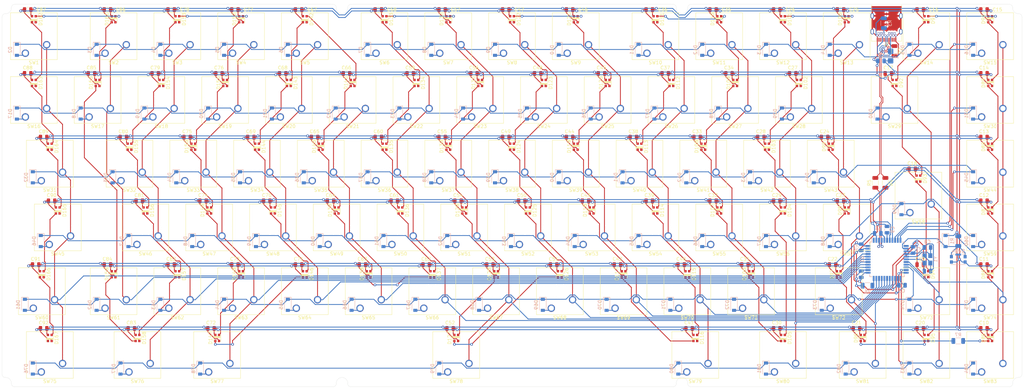
<source format=kicad_pcb>
(kicad_pcb (version 20171130) (host pcbnew 5.1.10)

  (general
    (thickness 1.6)
    (drawings 48)
    (tracks 2816)
    (zones 0)
    (modules 362)
    (nets 216)
  )

  (page A3)
  (layers
    (0 F.Cu signal)
    (31 B.Cu signal)
    (32 B.Adhes user)
    (33 F.Adhes user)
    (34 B.Paste user)
    (35 F.Paste user)
    (36 B.SilkS user)
    (37 F.SilkS user)
    (38 B.Mask user)
    (39 F.Mask user)
    (40 Dwgs.User user hide)
    (41 Cmts.User user)
    (42 Eco1.User user)
    (43 Eco2.User user)
    (44 Edge.Cuts user)
    (45 Margin user)
    (46 B.CrtYd user)
    (47 F.CrtYd user)
    (48 B.Fab user hide)
    (49 F.Fab user hide)
  )

  (setup
    (last_trace_width 0.25)
    (trace_clearance 0.2)
    (zone_clearance 0.508)
    (zone_45_only no)
    (trace_min 0.2)
    (via_size 0.8)
    (via_drill 0.4)
    (via_min_size 0.6)
    (via_min_drill 0.3)
    (uvia_size 0.3)
    (uvia_drill 0.1)
    (uvias_allowed no)
    (uvia_min_size 0.2)
    (uvia_min_drill 0.1)
    (edge_width 0.05)
    (segment_width 0.2)
    (pcb_text_width 0.3)
    (pcb_text_size 1.5 1.5)
    (mod_edge_width 0.12)
    (mod_text_size 1 1)
    (mod_text_width 0.15)
    (pad_size 1.7 0.55)
    (pad_drill 0)
    (pad_to_mask_clearance 0.051)
    (solder_mask_min_width 0.25)
    (aux_axis_origin 0 0)
    (visible_elements FFFFFF7F)
    (pcbplotparams
      (layerselection 0x010fc_ffffffff)
      (usegerberextensions false)
      (usegerberattributes false)
      (usegerberadvancedattributes false)
      (creategerberjobfile false)
      (excludeedgelayer true)
      (linewidth 0.100000)
      (plotframeref false)
      (viasonmask false)
      (mode 1)
      (useauxorigin false)
      (hpglpennumber 1)
      (hpglpenspeed 20)
      (hpglpendiameter 15.000000)
      (psnegative false)
      (psa4output false)
      (plotreference true)
      (plotvalue true)
      (plotinvisibletext false)
      (padsonsilk false)
      (subtractmaskfromsilk false)
      (outputformat 1)
      (mirror false)
      (drillshape 1)
      (scaleselection 1)
      (outputdirectory ""))
  )

  (net 0 "")
  (net 1 GND)
  (net 2 +5V)
  (net 3 "Net-(C7-Pad1)")
  (net 4 "Net-(C8-Pad2)")
  (net 5 "Net-(C9-Pad1)")
  (net 6 RST)
  (net 7 ROW0)
  (net 8 "Net-(D2-Pad2)")
  (net 9 "Net-(D3-Pad2)")
  (net 10 "Net-(D4-Pad2)")
  (net 11 "Net-(D5-Pad2)")
  (net 12 "Net-(D6-Pad2)")
  (net 13 "Net-(D7-Pad2)")
  (net 14 "Net-(D8-Pad2)")
  (net 15 "Net-(D9-Pad2)")
  (net 16 "Net-(D10-Pad2)")
  (net 17 "Net-(D11-Pad2)")
  (net 18 "Net-(D12-Pad2)")
  (net 19 "Net-(D13-Pad2)")
  (net 20 "Net-(D14-Pad2)")
  (net 21 "Net-(D15-Pad2)")
  (net 22 "Net-(D16-Pad2)")
  (net 23 ROW1)
  (net 24 "Net-(D17-Pad2)")
  (net 25 "Net-(D18-Pad2)")
  (net 26 "Net-(D19-Pad2)")
  (net 27 "Net-(D20-Pad2)")
  (net 28 "Net-(D21-Pad2)")
  (net 29 "Net-(D22-Pad2)")
  (net 30 "Net-(D23-Pad2)")
  (net 31 "Net-(D24-Pad2)")
  (net 32 "Net-(D25-Pad2)")
  (net 33 "Net-(D26-Pad2)")
  (net 34 "Net-(D27-Pad2)")
  (net 35 "Net-(D28-Pad2)")
  (net 36 "Net-(D29-Pad2)")
  (net 37 "Net-(D30-Pad2)")
  (net 38 "Net-(D31-Pad2)")
  (net 39 "Net-(D32-Pad2)")
  (net 40 ROW2)
  (net 41 "Net-(D33-Pad2)")
  (net 42 "Net-(D34-Pad2)")
  (net 43 "Net-(D35-Pad2)")
  (net 44 "Net-(D36-Pad2)")
  (net 45 "Net-(D37-Pad2)")
  (net 46 "Net-(D38-Pad2)")
  (net 47 "Net-(D39-Pad2)")
  (net 48 "Net-(D40-Pad2)")
  (net 49 "Net-(D41-Pad2)")
  (net 50 "Net-(D42-Pad2)")
  (net 51 "Net-(D43-Pad2)")
  (net 52 "Net-(D44-Pad2)")
  (net 53 "Net-(D45-Pad2)")
  (net 54 "Net-(D46-Pad2)")
  (net 55 ROW3)
  (net 56 "Net-(D47-Pad2)")
  (net 57 "Net-(D48-Pad2)")
  (net 58 "Net-(D49-Pad2)")
  (net 59 "Net-(D50-Pad2)")
  (net 60 "Net-(D51-Pad2)")
  (net 61 "Net-(D52-Pad2)")
  (net 62 "Net-(D53-Pad2)")
  (net 63 "Net-(D54-Pad2)")
  (net 64 "Net-(D55-Pad2)")
  (net 65 "Net-(D56-Pad2)")
  (net 66 "Net-(D57-Pad2)")
  (net 67 "Net-(D58-Pad2)")
  (net 68 "Net-(D59-Pad2)")
  (net 69 "Net-(D60-Pad2)")
  (net 70 ROW4)
  (net 71 "Net-(D61-Pad2)")
  (net 72 "Net-(D62-Pad2)")
  (net 73 "Net-(D63-Pad2)")
  (net 74 "Net-(D64-Pad2)")
  (net 75 "Net-(D65-Pad2)")
  (net 76 "Net-(D66-Pad2)")
  (net 77 "Net-(D67-Pad2)")
  (net 78 "Net-(D68-Pad2)")
  (net 79 "Net-(D69-Pad2)")
  (net 80 "Net-(D70-Pad2)")
  (net 81 "Net-(D71-Pad2)")
  (net 82 "Net-(D72-Pad2)")
  (net 83 "Net-(D73-Pad2)")
  (net 84 "Net-(D74-Pad2)")
  (net 85 "Net-(D75-Pad2)")
  (net 86 ROW5)
  (net 87 "Net-(D76-Pad2)")
  (net 88 "Net-(D77-Pad2)")
  (net 89 "Net-(D78-Pad2)")
  (net 90 "Net-(D79-Pad2)")
  (net 91 "Net-(D80-Pad2)")
  (net 92 "Net-(D81-Pad2)")
  (net 93 "Net-(D82-Pad2)")
  (net 94 "Net-(D83-Pad2)")
  (net 95 "Net-(D84-Pad2)")
  (net 96 "Net-(D85-Pad2)")
  (net 97 DIN)
  (net 98 "Net-(D86-Pad2)")
  (net 99 "Net-(D87-Pad2)")
  (net 100 "Net-(D88-Pad2)")
  (net 101 "Net-(D89-Pad2)")
  (net 102 "Net-(D90-Pad2)")
  (net 103 "Net-(D91-Pad2)")
  (net 104 "Net-(D92-Pad2)")
  (net 105 "Net-(D93-Pad2)")
  (net 106 "Net-(D94-Pad2)")
  (net 107 "Net-(D95-Pad2)")
  (net 108 "Net-(D96-Pad2)")
  (net 109 "Net-(D97-Pad2)")
  (net 110 "Net-(D98-Pad2)")
  (net 111 "Net-(D100-Pad4)")
  (net 112 "Net-(D100-Pad2)")
  (net 113 "Net-(D101-Pad2)")
  (net 114 "Net-(D102-Pad2)")
  (net 115 "Net-(D103-Pad2)")
  (net 116 "Net-(D104-Pad2)")
  (net 117 "Net-(D105-Pad2)")
  (net 118 "Net-(D106-Pad2)")
  (net 119 "Net-(D107-Pad2)")
  (net 120 "Net-(D108-Pad2)")
  (net 121 "Net-(D109-Pad2)")
  (net 122 "Net-(D110-Pad2)")
  (net 123 "Net-(D111-Pad2)")
  (net 124 "Net-(D112-Pad2)")
  (net 125 "Net-(D113-Pad2)")
  (net 126 "Net-(D114-Pad2)")
  (net 127 "Net-(D115-Pad2)")
  (net 128 "Net-(D116-Pad2)")
  (net 129 "Net-(D117-Pad2)")
  (net 130 "Net-(D118-Pad2)")
  (net 131 "Net-(D119-Pad2)")
  (net 132 "Net-(D120-Pad2)")
  (net 133 "Net-(D121-Pad2)")
  (net 134 "Net-(D122-Pad2)")
  (net 135 "Net-(D123-Pad2)")
  (net 136 "Net-(D124-Pad2)")
  (net 137 "Net-(D125-Pad2)")
  (net 138 "Net-(D126-Pad2)")
  (net 139 "Net-(D127-Pad2)")
  (net 140 "Net-(D128-Pad2)")
  (net 141 "Net-(D129-Pad2)")
  (net 142 "Net-(D130-Pad2)")
  (net 143 "Net-(D131-Pad2)")
  (net 144 "Net-(D132-Pad2)")
  (net 145 "Net-(D133-Pad2)")
  (net 146 "Net-(D134-Pad2)")
  (net 147 "Net-(D135-Pad2)")
  (net 148 "Net-(D136-Pad2)")
  (net 149 "Net-(D137-Pad2)")
  (net 150 "Net-(D138-Pad2)")
  (net 151 "Net-(D139-Pad2)")
  (net 152 "Net-(D140-Pad2)")
  (net 153 "Net-(D141-Pad2)")
  (net 154 "Net-(D142-Pad2)")
  (net 155 "Net-(D143-Pad2)")
  (net 156 "Net-(D144-Pad2)")
  (net 157 "Net-(D145-Pad2)")
  (net 158 "Net-(D146-Pad2)")
  (net 159 "Net-(D147-Pad2)")
  (net 160 "Net-(D148-Pad2)")
  (net 161 "Net-(D149-Pad2)")
  (net 162 "Net-(D150-Pad2)")
  (net 163 "Net-(D151-Pad2)")
  (net 164 "Net-(D152-Pad2)")
  (net 165 "Net-(D153-Pad2)")
  (net 166 "Net-(D154-Pad2)")
  (net 167 "Net-(D155-Pad2)")
  (net 168 "Net-(D156-Pad2)")
  (net 169 "Net-(D157-Pad2)")
  (net 170 "Net-(D158-Pad2)")
  (net 171 "Net-(D159-Pad2)")
  (net 172 "Net-(D160-Pad2)")
  (net 173 "Net-(D161-Pad2)")
  (net 174 "Net-(D162-Pad2)")
  (net 175 "Net-(D163-Pad2)")
  (net 176 "Net-(D164-Pad2)")
  (net 177 "Net-(D165-Pad2)")
  (net 178 "Net-(D166-Pad2)")
  (net 179 "Net-(D167-Pad2)")
  (net 180 "Net-(F1-Pad2)")
  (net 181 COL02)
  (net 182 COL00)
  (net 183 COL01)
  (net 184 D-)
  (net 185 D+)
  (net 186 "Net-(R6-Pad2)")
  (net 187 COL03)
  (net 188 COL04)
  (net 189 COL06)
  (net 190 COL07)
  (net 191 COL08)
  (net 192 COL09)
  (net 193 COL10)
  (net 194 COL11)
  (net 195 COL12)
  (net 196 COL13)
  (net 197 COL14)
  (net 198 COL15)
  (net 199 COL05)
  (net 200 "Net-(U1-Pad1)")
  (net 201 "Net-(U1-Pad42)")
  (net 202 "Net-(R7-Pad2)")
  (net 203 "Net-(J1-PadB11)")
  (net 204 "Net-(J1-PadB2)")
  (net 205 "Net-(J1-PadB5)")
  (net 206 "Net-(J1-PadB8)")
  (net 207 "Net-(J1-PadB3)")
  (net 208 "Net-(J1-PadB10)")
  (net 209 "Net-(J1-PadA2)")
  (net 210 "Net-(J1-PadA3)")
  (net 211 "Net-(J1-PadA5)")
  (net 212 "Net-(J1-PadA8)")
  (net 213 "Net-(J1-PadA10)")
  (net 214 "Net-(J1-PadA11)")
  (net 215 "Net-(U1-Pad12)")

  (net_class Default "Dies ist die voreingestellte Netzklasse."
    (clearance 0.2)
    (trace_width 0.25)
    (via_dia 0.8)
    (via_drill 0.4)
    (uvia_dia 0.3)
    (uvia_drill 0.1)
    (add_net +5V)
    (add_net COL00)
    (add_net COL01)
    (add_net COL02)
    (add_net COL03)
    (add_net COL04)
    (add_net COL05)
    (add_net COL06)
    (add_net COL07)
    (add_net COL08)
    (add_net COL09)
    (add_net COL10)
    (add_net COL11)
    (add_net COL12)
    (add_net COL13)
    (add_net COL14)
    (add_net COL15)
    (add_net D+)
    (add_net D-)
    (add_net DIN)
    (add_net GND)
    (add_net "Net-(C7-Pad1)")
    (add_net "Net-(C8-Pad2)")
    (add_net "Net-(C9-Pad1)")
    (add_net "Net-(D10-Pad2)")
    (add_net "Net-(D100-Pad2)")
    (add_net "Net-(D100-Pad4)")
    (add_net "Net-(D101-Pad2)")
    (add_net "Net-(D102-Pad2)")
    (add_net "Net-(D103-Pad2)")
    (add_net "Net-(D104-Pad2)")
    (add_net "Net-(D105-Pad2)")
    (add_net "Net-(D106-Pad2)")
    (add_net "Net-(D107-Pad2)")
    (add_net "Net-(D108-Pad2)")
    (add_net "Net-(D109-Pad2)")
    (add_net "Net-(D11-Pad2)")
    (add_net "Net-(D110-Pad2)")
    (add_net "Net-(D111-Pad2)")
    (add_net "Net-(D112-Pad2)")
    (add_net "Net-(D113-Pad2)")
    (add_net "Net-(D114-Pad2)")
    (add_net "Net-(D115-Pad2)")
    (add_net "Net-(D116-Pad2)")
    (add_net "Net-(D117-Pad2)")
    (add_net "Net-(D118-Pad2)")
    (add_net "Net-(D119-Pad2)")
    (add_net "Net-(D12-Pad2)")
    (add_net "Net-(D120-Pad2)")
    (add_net "Net-(D121-Pad2)")
    (add_net "Net-(D122-Pad2)")
    (add_net "Net-(D123-Pad2)")
    (add_net "Net-(D124-Pad2)")
    (add_net "Net-(D125-Pad2)")
    (add_net "Net-(D126-Pad2)")
    (add_net "Net-(D127-Pad2)")
    (add_net "Net-(D128-Pad2)")
    (add_net "Net-(D129-Pad2)")
    (add_net "Net-(D13-Pad2)")
    (add_net "Net-(D130-Pad2)")
    (add_net "Net-(D131-Pad2)")
    (add_net "Net-(D132-Pad2)")
    (add_net "Net-(D133-Pad2)")
    (add_net "Net-(D134-Pad2)")
    (add_net "Net-(D135-Pad2)")
    (add_net "Net-(D136-Pad2)")
    (add_net "Net-(D137-Pad2)")
    (add_net "Net-(D138-Pad2)")
    (add_net "Net-(D139-Pad2)")
    (add_net "Net-(D14-Pad2)")
    (add_net "Net-(D140-Pad2)")
    (add_net "Net-(D141-Pad2)")
    (add_net "Net-(D142-Pad2)")
    (add_net "Net-(D143-Pad2)")
    (add_net "Net-(D144-Pad2)")
    (add_net "Net-(D145-Pad2)")
    (add_net "Net-(D146-Pad2)")
    (add_net "Net-(D147-Pad2)")
    (add_net "Net-(D148-Pad2)")
    (add_net "Net-(D149-Pad2)")
    (add_net "Net-(D15-Pad2)")
    (add_net "Net-(D150-Pad2)")
    (add_net "Net-(D151-Pad2)")
    (add_net "Net-(D152-Pad2)")
    (add_net "Net-(D153-Pad2)")
    (add_net "Net-(D154-Pad2)")
    (add_net "Net-(D155-Pad2)")
    (add_net "Net-(D156-Pad2)")
    (add_net "Net-(D157-Pad2)")
    (add_net "Net-(D158-Pad2)")
    (add_net "Net-(D159-Pad2)")
    (add_net "Net-(D16-Pad2)")
    (add_net "Net-(D160-Pad2)")
    (add_net "Net-(D161-Pad2)")
    (add_net "Net-(D162-Pad2)")
    (add_net "Net-(D163-Pad2)")
    (add_net "Net-(D164-Pad2)")
    (add_net "Net-(D165-Pad2)")
    (add_net "Net-(D166-Pad2)")
    (add_net "Net-(D167-Pad2)")
    (add_net "Net-(D17-Pad2)")
    (add_net "Net-(D18-Pad2)")
    (add_net "Net-(D19-Pad2)")
    (add_net "Net-(D2-Pad2)")
    (add_net "Net-(D20-Pad2)")
    (add_net "Net-(D21-Pad2)")
    (add_net "Net-(D22-Pad2)")
    (add_net "Net-(D23-Pad2)")
    (add_net "Net-(D24-Pad2)")
    (add_net "Net-(D25-Pad2)")
    (add_net "Net-(D26-Pad2)")
    (add_net "Net-(D27-Pad2)")
    (add_net "Net-(D28-Pad2)")
    (add_net "Net-(D29-Pad2)")
    (add_net "Net-(D3-Pad2)")
    (add_net "Net-(D30-Pad2)")
    (add_net "Net-(D31-Pad2)")
    (add_net "Net-(D32-Pad2)")
    (add_net "Net-(D33-Pad2)")
    (add_net "Net-(D34-Pad2)")
    (add_net "Net-(D35-Pad2)")
    (add_net "Net-(D36-Pad2)")
    (add_net "Net-(D37-Pad2)")
    (add_net "Net-(D38-Pad2)")
    (add_net "Net-(D39-Pad2)")
    (add_net "Net-(D4-Pad2)")
    (add_net "Net-(D40-Pad2)")
    (add_net "Net-(D41-Pad2)")
    (add_net "Net-(D42-Pad2)")
    (add_net "Net-(D43-Pad2)")
    (add_net "Net-(D44-Pad2)")
    (add_net "Net-(D45-Pad2)")
    (add_net "Net-(D46-Pad2)")
    (add_net "Net-(D47-Pad2)")
    (add_net "Net-(D48-Pad2)")
    (add_net "Net-(D49-Pad2)")
    (add_net "Net-(D5-Pad2)")
    (add_net "Net-(D50-Pad2)")
    (add_net "Net-(D51-Pad2)")
    (add_net "Net-(D52-Pad2)")
    (add_net "Net-(D53-Pad2)")
    (add_net "Net-(D54-Pad2)")
    (add_net "Net-(D55-Pad2)")
    (add_net "Net-(D56-Pad2)")
    (add_net "Net-(D57-Pad2)")
    (add_net "Net-(D58-Pad2)")
    (add_net "Net-(D59-Pad2)")
    (add_net "Net-(D6-Pad2)")
    (add_net "Net-(D60-Pad2)")
    (add_net "Net-(D61-Pad2)")
    (add_net "Net-(D62-Pad2)")
    (add_net "Net-(D63-Pad2)")
    (add_net "Net-(D64-Pad2)")
    (add_net "Net-(D65-Pad2)")
    (add_net "Net-(D66-Pad2)")
    (add_net "Net-(D67-Pad2)")
    (add_net "Net-(D68-Pad2)")
    (add_net "Net-(D69-Pad2)")
    (add_net "Net-(D7-Pad2)")
    (add_net "Net-(D70-Pad2)")
    (add_net "Net-(D71-Pad2)")
    (add_net "Net-(D72-Pad2)")
    (add_net "Net-(D73-Pad2)")
    (add_net "Net-(D74-Pad2)")
    (add_net "Net-(D75-Pad2)")
    (add_net "Net-(D76-Pad2)")
    (add_net "Net-(D77-Pad2)")
    (add_net "Net-(D78-Pad2)")
    (add_net "Net-(D79-Pad2)")
    (add_net "Net-(D8-Pad2)")
    (add_net "Net-(D80-Pad2)")
    (add_net "Net-(D81-Pad2)")
    (add_net "Net-(D82-Pad2)")
    (add_net "Net-(D83-Pad2)")
    (add_net "Net-(D84-Pad2)")
    (add_net "Net-(D85-Pad2)")
    (add_net "Net-(D86-Pad2)")
    (add_net "Net-(D87-Pad2)")
    (add_net "Net-(D88-Pad2)")
    (add_net "Net-(D89-Pad2)")
    (add_net "Net-(D9-Pad2)")
    (add_net "Net-(D90-Pad2)")
    (add_net "Net-(D91-Pad2)")
    (add_net "Net-(D92-Pad2)")
    (add_net "Net-(D93-Pad2)")
    (add_net "Net-(D94-Pad2)")
    (add_net "Net-(D95-Pad2)")
    (add_net "Net-(D96-Pad2)")
    (add_net "Net-(D97-Pad2)")
    (add_net "Net-(D98-Pad2)")
    (add_net "Net-(F1-Pad2)")
    (add_net "Net-(J1-PadA10)")
    (add_net "Net-(J1-PadA11)")
    (add_net "Net-(J1-PadA2)")
    (add_net "Net-(J1-PadA3)")
    (add_net "Net-(J1-PadA5)")
    (add_net "Net-(J1-PadA8)")
    (add_net "Net-(J1-PadB10)")
    (add_net "Net-(J1-PadB11)")
    (add_net "Net-(J1-PadB2)")
    (add_net "Net-(J1-PadB3)")
    (add_net "Net-(J1-PadB5)")
    (add_net "Net-(J1-PadB8)")
    (add_net "Net-(R6-Pad2)")
    (add_net "Net-(R7-Pad2)")
    (add_net "Net-(U1-Pad1)")
    (add_net "Net-(U1-Pad12)")
    (add_net "Net-(U1-Pad42)")
    (add_net ROW0)
    (add_net ROW1)
    (add_net ROW2)
    (add_net ROW3)
    (add_net ROW4)
    (add_net ROW5)
    (add_net RST)
  )

  (module Button_Switch_Keyboard:SW_Cherry_MX_ISOEnter_PCB (layer F.Cu) (tedit 60E88C41) (tstamp 5F160517)
    (at 309.40375 100.33 180)
    (descr "Cherry MX keyswitch, ISO Enter, PCB mount, http://cherryamericas.com/wp-content/uploads/2014/12/mx_cat.pdf")
    (tags "Cherry MX keyswitch ISO enter PCB")
    (path /5F51BE8C/5F51CE2C)
    (fp_text reference SW58 (at -2.54 -2.794 180) (layer F.SilkS)
      (effects (font (size 1 1) (thickness 0.15)))
    )
    (fp_text value MX1A-G1NA (at -2.286 13.208 180) (layer F.Fab)
      (effects (font (size 1 1) (thickness 0.15)))
    )
    (fp_line (start -9.525 12.065) (end -9.525 -1.905) (layer F.SilkS) (width 0.12))
    (fp_line (start 4.445 12.065) (end -9.525 12.065) (layer F.SilkS) (width 0.12))
    (fp_line (start 4.445 -1.905) (end 4.445 12.065) (layer F.SilkS) (width 0.12))
    (fp_line (start -9.525 -1.905) (end 4.445 -1.905) (layer F.SilkS) (width 0.12))
    (fp_line (start 9.36625 5.08) (end 14.12875 5.08) (layer Dwgs.User) (width 0.15))
    (fp_line (start 14.12875 5.08) (end 14.12875 24.13) (layer Dwgs.User) (width 0.15))
    (fp_line (start -14.44625 -13.97) (end 9.36625 -13.97) (layer Dwgs.User) (width 0.15))
    (fp_line (start -14.44625 24.13) (end -14.44625 -13.97) (layer Dwgs.User) (width 0.15))
    (fp_line (start 14.12875 24.13) (end -14.44625 24.13) (layer Dwgs.User) (width 0.15))
    (fp_line (start 9.36625 -13.97) (end 9.36625 5.08) (layer Dwgs.User) (width 0.15))
    (fp_line (start -9.14 -1.52) (end 4.06 -1.52) (layer F.CrtYd) (width 0.05))
    (fp_line (start 4.06 -1.52) (end 4.06 11.68) (layer F.CrtYd) (width 0.05))
    (fp_line (start 4.06 11.68) (end -9.14 11.68) (layer F.CrtYd) (width 0.05))
    (fp_line (start -9.14 11.68) (end -9.14 -1.52) (layer F.CrtYd) (width 0.05))
    (fp_line (start -8.89 11.43) (end -8.89 -1.27) (layer F.Fab) (width 0.1))
    (fp_line (start 3.81 11.43) (end -8.89 11.43) (layer F.Fab) (width 0.1))
    (fp_line (start 3.81 -1.27) (end 3.81 11.43) (layer F.Fab) (width 0.1))
    (fp_line (start -8.89 -1.27) (end 3.81 -1.27) (layer F.Fab) (width 0.1))
    (fp_text user %R (at -2.54 -2.794 180) (layer F.Fab)
      (effects (font (size 1 1) (thickness 0.15)))
    )
    (pad 1 thru_hole circle (at 0 0 180) (size 2.2 2.2) (drill 1.5) (layers *.Cu *.Mask)
      (net 68 "Net-(D59-Pad2)"))
    (pad 2 thru_hole circle (at -6.35 2.54 180) (size 2.2 2.2) (drill 1.5) (layers *.Cu *.Mask)
      (net 197 COL14))
    (pad "" np_thru_hole circle (at -2.54 5.08 180) (size 4 4) (drill 4) (layers *.Cu *.Mask))
    (pad "" np_thru_hole circle (at -7.62 5.08 180) (size 1.7 1.7) (drill 1.7) (layers *.Cu *.Mask))
    (pad "" np_thru_hole circle (at 2.54 5.08 180) (size 1.7 1.7) (drill 1.7) (layers *.Cu *.Mask))
    (model ${KISYS3DMOD}/Button_Switch_Keyboard.3dshapes/SW_Cherry_MX_ISOEnter_PCB.wrl
      (at (xyz 0 0 0))
      (scale (xyz 1 1 1))
      (rotate (xyz 0 0 0))
    )
  )

  (module Button_Switch_Keyboard:SW_Cherry_MX_2.00u_PCB (layer F.Cu) (tedit 60E88B61) (tstamp 5F16021F)
    (at 302.26 71.755 180)
    (descr "Cherry MX keyswitch, 2.00u, PCB mount, http://cherryamericas.com/wp-content/uploads/2014/12/mx_cat.pdf")
    (tags "Cherry MX keyswitch 2.00u PCB")
    (path /5F51BE8C/5F51CE0E)
    (fp_text reference SW29 (at -2.54 -2.794 180) (layer F.SilkS)
      (effects (font (size 1 1) (thickness 0.15)))
    )
    (fp_text value MX1A-G1NA (at -2.54 12.954 180) (layer F.Fab)
      (effects (font (size 1 1) (thickness 0.15)))
    )
    (fp_line (start -9.525 12.065) (end -9.525 -1.905) (layer F.SilkS) (width 0.12))
    (fp_line (start 4.445 12.065) (end -9.525 12.065) (layer F.SilkS) (width 0.12))
    (fp_line (start 4.445 -1.905) (end 4.445 12.065) (layer F.SilkS) (width 0.12))
    (fp_line (start -9.525 -1.905) (end 4.445 -1.905) (layer F.SilkS) (width 0.12))
    (fp_line (start -21.59 14.605) (end -21.59 -4.445) (layer Dwgs.User) (width 0.15))
    (fp_line (start 16.51 14.605) (end -21.59 14.605) (layer Dwgs.User) (width 0.15))
    (fp_line (start 16.51 -4.445) (end 16.51 14.605) (layer Dwgs.User) (width 0.15))
    (fp_line (start -21.59 -4.445) (end 16.51 -4.445) (layer Dwgs.User) (width 0.15))
    (fp_line (start -9.14 -1.52) (end 4.06 -1.52) (layer F.CrtYd) (width 0.05))
    (fp_line (start 4.06 -1.52) (end 4.06 11.68) (layer F.CrtYd) (width 0.05))
    (fp_line (start 4.06 11.68) (end -9.14 11.68) (layer F.CrtYd) (width 0.05))
    (fp_line (start -9.14 11.68) (end -9.14 -1.52) (layer F.CrtYd) (width 0.05))
    (fp_line (start -8.89 11.43) (end -8.89 -1.27) (layer F.Fab) (width 0.1))
    (fp_line (start 3.81 11.43) (end -8.89 11.43) (layer F.Fab) (width 0.1))
    (fp_line (start 3.81 -1.27) (end 3.81 11.43) (layer F.Fab) (width 0.1))
    (fp_line (start -8.89 -1.27) (end 3.81 -1.27) (layer F.Fab) (width 0.1))
    (fp_text user %R (at -2.54 -2.794 180) (layer F.Fab)
      (effects (font (size 1 1) (thickness 0.15)))
    )
    (pad 1 thru_hole circle (at 0 0 180) (size 2.2 2.2) (drill 1.5) (layers *.Cu *.Mask)
      (net 37 "Net-(D30-Pad2)"))
    (pad 2 thru_hole circle (at -6.35 2.54 180) (size 2.2 2.2) (drill 1.5) (layers *.Cu *.Mask)
      (net 197 COL14))
    (pad "" np_thru_hole circle (at -2.54 5.08 180) (size 4 4) (drill 4) (layers *.Cu *.Mask))
    (pad "" np_thru_hole circle (at -7.62 5.08 180) (size 1.7 1.7) (drill 1.7) (layers *.Cu *.Mask))
    (pad "" np_thru_hole circle (at 2.54 5.08 180) (size 1.7 1.7) (drill 1.7) (layers *.Cu *.Mask))
    (model ${KISYS3DMOD}/Button_Switch_Keyboard.3dshapes/SW_Cherry_MX_2.00u_PCB.wrl
      (at (xyz 0 0 0))
      (scale (xyz 1 1 1))
      (rotate (xyz 0 0 0))
    )
  )

  (module Button_Switch_Keyboard:SW_Cherry_MX_6.25u_PCB (layer F.Cu) (tedit 60E88B4A) (tstamp 5F160723)
    (at 171.29125 147.955 180)
    (descr "Cherry MX keyswitch, 6.25u, PCB mount, http://cherryamericas.com/wp-content/uploads/2014/12/mx_cat.pdf")
    (tags "Cherry MX keyswitch 6.25u PCB")
    (path /5F51BE8C/5F84AEA9)
    (fp_text reference SW78 (at -2.54 -2.794 180) (layer F.SilkS)
      (effects (font (size 1 1) (thickness 0.15)))
    )
    (fp_text value MX1A-G1NA (at -2.54 12.954 180) (layer F.Fab)
      (effects (font (size 1 1) (thickness 0.15)))
    )
    (fp_line (start -9.525 12.065) (end -9.525 -1.905) (layer F.SilkS) (width 0.12))
    (fp_line (start 4.445 12.065) (end -9.525 12.065) (layer F.SilkS) (width 0.12))
    (fp_line (start 4.445 -1.905) (end 4.445 12.065) (layer F.SilkS) (width 0.12))
    (fp_line (start -9.525 -1.905) (end 4.445 -1.905) (layer F.SilkS) (width 0.12))
    (fp_line (start -62.07125 14.605) (end -62.07125 -4.445) (layer Dwgs.User) (width 0.15))
    (fp_line (start 56.99125 14.605) (end -62.07125 14.605) (layer Dwgs.User) (width 0.15))
    (fp_line (start 56.99125 -4.445) (end 56.99125 14.605) (layer Dwgs.User) (width 0.15))
    (fp_line (start -62.07125 -4.445) (end 56.99125 -4.445) (layer Dwgs.User) (width 0.15))
    (fp_line (start -9.14 -1.52) (end 4.06 -1.52) (layer F.CrtYd) (width 0.05))
    (fp_line (start 4.06 -1.52) (end 4.06 11.68) (layer F.CrtYd) (width 0.05))
    (fp_line (start 4.06 11.68) (end -9.14 11.68) (layer F.CrtYd) (width 0.05))
    (fp_line (start -9.14 11.68) (end -9.14 -1.52) (layer F.CrtYd) (width 0.05))
    (fp_line (start -8.89 11.43) (end -8.89 -1.27) (layer F.Fab) (width 0.1))
    (fp_line (start 3.81 11.43) (end -8.89 11.43) (layer F.Fab) (width 0.1))
    (fp_line (start 3.81 -1.27) (end 3.81 11.43) (layer F.Fab) (width 0.1))
    (fp_line (start -8.89 -1.27) (end 3.81 -1.27) (layer F.Fab) (width 0.1))
    (fp_text user %R (at -2.54 -2.794 180) (layer F.Fab)
      (effects (font (size 1 1) (thickness 0.15)))
    )
    (pad 1 thru_hole circle (at 0 0 180) (size 2.2 2.2) (drill 1.5) (layers *.Cu *.Mask)
      (net 90 "Net-(D79-Pad2)"))
    (pad 2 thru_hole circle (at -6.35 2.54 180) (size 2.2 2.2) (drill 1.5) (layers *.Cu *.Mask)
      (net 190 COL07))
    (pad "" np_thru_hole circle (at -2.54 5.08 180) (size 4 4) (drill 4) (layers *.Cu *.Mask))
    (pad "" np_thru_hole circle (at -7.62 5.08 180) (size 1.7 1.7) (drill 1.7) (layers *.Cu *.Mask))
    (pad "" np_thru_hole circle (at 2.54 5.08 180) (size 1.7 1.7) (drill 1.7) (layers *.Cu *.Mask))
    (model ${KISYS3DMOD}/Button_Switch_Keyboard.3dshapes/SW_Cherry_MX_6.25u_PCB.wrl
      (at (xyz 0 0 0))
      (scale (xyz 1 1 1))
      (rotate (xyz 0 0 0))
    )
  )

  (module MountingHole:MountingHole_3.2mm_M3 (layer F.Cu) (tedit 60E8488E) (tstamp 60E8A97D)
    (at 341.8 151.3)
    (descr "Mounting Hole 3.4mm, no annular, M3")
    (tags "mounting hole 3.4mm no annular m3")
    (attr virtual)
    (fp_text reference REF** (at 0 -4.2) (layer F.SilkS) hide
      (effects (font (size 1 1) (thickness 0.15)))
    )
    (fp_text value MountingHole_3.4mm_M3 (at 0 4.2) (layer F.Fab) hide
      (effects (font (size 1 1) (thickness 0.15)))
    )
    (pad "" smd circle (at 0 0) (size 3.4 3.4) (layers *.Paste))
  )

  (module MountingHole:MountingHole_3.2mm_M3 (layer F.Cu) (tedit 60E8488E) (tstamp 60E8A94A)
    (at 341.8 39.2)
    (descr "Mounting Hole 3.4mm, no annular, M3")
    (tags "mounting hole 3.4mm no annular m3")
    (attr virtual)
    (fp_text reference REF** (at 0 -4.2) (layer F.SilkS) hide
      (effects (font (size 1 1) (thickness 0.15)))
    )
    (fp_text value MountingHole_3.4mm_M3 (at 0 4.2) (layer F.Fab) hide
      (effects (font (size 1 1) (thickness 0.15)))
    )
    (pad "" smd circle (at 0 0) (size 3.4 3.4) (layers *.Paste))
  )

  (module MountingHole:MountingHole_3.2mm_M3 (layer F.Cu) (tedit 60E8488E) (tstamp 60E8A92F)
    (at 39.2 151.3)
    (descr "Mounting Hole 3.4mm, no annular, M3")
    (tags "mounting hole 3.4mm no annular m3")
    (attr virtual)
    (fp_text reference REF** (at 0 -4.2) (layer F.SilkS) hide
      (effects (font (size 1 1) (thickness 0.15)))
    )
    (fp_text value MountingHole_3.4mm_M3 (at 0 4.2) (layer F.Fab) hide
      (effects (font (size 1 1) (thickness 0.15)))
    )
    (pad "" smd circle (at 0 0) (size 3.4 3.4) (layers *.Paste))
  )

  (module MountingHole:MountingHole_3.2mm_M3 (layer F.Cu) (tedit 60E8488E) (tstamp 60E8A8F8)
    (at 39.2 39.2)
    (descr "Mounting Hole 3.4mm, no annular, M3")
    (tags "mounting hole 3.4mm no annular m3")
    (attr virtual)
    (fp_text reference REF** (at 0 -4.2) (layer F.SilkS) hide
      (effects (font (size 1 1) (thickness 0.15)))
    )
    (fp_text value MountingHole_3.4mm_M3 (at 0 4.2) (layer F.Fab) hide
      (effects (font (size 1 1) (thickness 0.15)))
    )
    (pad "" smd circle (at 0 0) (size 3.4 3.4) (layers *.Paste))
  )

  (module MountingHole:MountingHole_3.2mm_M3 (layer F.Cu) (tedit 60E8488E) (tstamp 60E8A1A1)
    (at 241.3 151.3)
    (descr "Mounting Hole 3.4mm, no annular, M3")
    (tags "mounting hole 3.4mm no annular m3")
    (attr virtual)
    (fp_text reference REF** (at 0 -4.2) (layer F.SilkS) hide
      (effects (font (size 1 1) (thickness 0.15)))
    )
    (fp_text value MountingHole_3.4mm_M3 (at 0 4.2) (layer F.Fab) hide
      (effects (font (size 1 1) (thickness 0.15)))
    )
    (pad "" smd circle (at 0 0) (size 3.4 3.4) (layers *.Paste))
  )

  (module MountingHole:MountingHole_3.2mm_M3 (layer F.Cu) (tedit 60E8488E) (tstamp 60E8A18C)
    (at 139.7 151.3)
    (descr "Mounting Hole 3.4mm, no annular, M3")
    (tags "mounting hole 3.4mm no annular m3")
    (attr virtual)
    (fp_text reference REF** (at 0 -4.2) (layer F.SilkS) hide
      (effects (font (size 1 1) (thickness 0.15)))
    )
    (fp_text value MountingHole_3.4mm_M3 (at 0 4.2) (layer F.Fab) hide
      (effects (font (size 1 1) (thickness 0.15)))
    )
    (pad "" smd circle (at 0 0) (size 3.4 3.4) (layers *.Paste))
  )

  (module MountingHole:MountingHole_3.2mm_M3 (layer F.Cu) (tedit 60E8488E) (tstamp 60E8A17F)
    (at 241.3 39.2)
    (descr "Mounting Hole 3.4mm, no annular, M3")
    (tags "mounting hole 3.4mm no annular m3")
    (attr virtual)
    (fp_text reference REF** (at 0 -4.2) (layer F.SilkS) hide
      (effects (font (size 1 1) (thickness 0.15)))
    )
    (fp_text value MountingHole_3.4mm_M3 (at 0 4.2) (layer F.Fab) hide
      (effects (font (size 1 1) (thickness 0.15)))
    )
    (pad "" smd circle (at 0 0) (size 3.4 3.4) (layers *.Paste))
  )

  (module MountingHole:MountingHole_3.2mm_M3 (layer F.Cu) (tedit 60E8488E) (tstamp 60E89FD7)
    (at 139.7 39.2)
    (descr "Mounting Hole 3.4mm, no annular, M3")
    (tags "mounting hole 3.4mm no annular m3")
    (attr virtual)
    (fp_text reference REF** (at 0 -4.2) (layer F.SilkS) hide
      (effects (font (size 1 1) (thickness 0.15)))
    )
    (fp_text value MountingHole_3.4mm_M3 (at 0 4.2) (layer F.Fab) hide
      (effects (font (size 1 1) (thickness 0.15)))
    )
    (pad "" smd circle (at 0 0) (size 3.4 3.4) (layers *.Paste))
  )

  (module Crystal:Crystal_SMD_3225-4Pin_3.2x2.5mm (layer B.Cu) (tedit 5A0FD1B2) (tstamp 60EED0B1)
    (at 314.6425 114.3 90)
    (descr "SMD Crystal SERIES SMD3225/4 http://www.txccrystal.com/images/pdf/7m-accuracy.pdf, 3.2x2.5mm^2 package")
    (tags "SMD SMT crystal")
    (path /5F294622)
    (attr smd)
    (fp_text reference Y1 (at 0 2.45 90) (layer B.SilkS)
      (effects (font (size 1 1) (thickness 0.15)) (justify mirror))
    )
    (fp_text value 16MHz (at 0 -2.45 90) (layer B.Fab)
      (effects (font (size 1 1) (thickness 0.15)) (justify mirror))
    )
    (fp_line (start -1.6 1.25) (end -1.6 -1.25) (layer B.Fab) (width 0.1))
    (fp_line (start -1.6 -1.25) (end 1.6 -1.25) (layer B.Fab) (width 0.1))
    (fp_line (start 1.6 -1.25) (end 1.6 1.25) (layer B.Fab) (width 0.1))
    (fp_line (start 1.6 1.25) (end -1.6 1.25) (layer B.Fab) (width 0.1))
    (fp_line (start -1.6 -0.25) (end -0.6 -1.25) (layer B.Fab) (width 0.1))
    (fp_line (start -2 1.65) (end -2 -1.65) (layer B.SilkS) (width 0.12))
    (fp_line (start -2 -1.65) (end 2 -1.65) (layer B.SilkS) (width 0.12))
    (fp_line (start -2.1 1.7) (end -2.1 -1.7) (layer B.CrtYd) (width 0.05))
    (fp_line (start -2.1 -1.7) (end 2.1 -1.7) (layer B.CrtYd) (width 0.05))
    (fp_line (start 2.1 -1.7) (end 2.1 1.7) (layer B.CrtYd) (width 0.05))
    (fp_line (start 2.1 1.7) (end -2.1 1.7) (layer B.CrtYd) (width 0.05))
    (fp_text user %R (at 0 0 90) (layer B.Fab)
      (effects (font (size 0.7 0.7) (thickness 0.105)) (justify mirror))
    )
    (pad 1 smd rect (at -1.1 -0.85 90) (size 1.4 1.2) (layers B.Cu B.Paste B.Mask)
      (net 3 "Net-(C7-Pad1)"))
    (pad 2 smd rect (at 1.1 -0.85 90) (size 1.4 1.2) (layers B.Cu B.Paste B.Mask)
      (net 1 GND))
    (pad 3 smd rect (at 1.1 0.85 90) (size 1.4 1.2) (layers B.Cu B.Paste B.Mask)
      (net 4 "Net-(C8-Pad2)"))
    (pad 4 smd rect (at -1.1 0.85 90) (size 1.4 1.2) (layers B.Cu B.Paste B.Mask)
      (net 1 GND))
    (model ${KISYS3DMOD}/Crystal.3dshapes/Crystal_SMD_3225-4Pin_3.2x2.5mm.wrl
      (at (xyz 0 0 0))
      (scale (xyz 1 1 1))
      (rotate (xyz 0 0 0))
    )
  )

  (module Button_Switch_SMD:SW_Push_1P1T-SH_NO_CK_KMR2xxG (layer B.Cu) (tedit 60F04E96) (tstamp 60EE10F7)
    (at 323.85 114.3 180)
    (descr "CK components KMR2 tactile switch with ground pin http://www.ckswitches.com/media/1479/kmr2.pdf")
    (tags "tactile switch kmr2")
    (path /60FEE33A)
    (attr smd)
    (fp_text reference SW84 (at 0 2.45) (layer B.SilkS)
      (effects (font (size 1 1) (thickness 0.15)) (justify mirror))
    )
    (fp_text value SW_Push (at 0 -2.55) (layer B.Fab)
      (effects (font (size 1 1) (thickness 0.15)) (justify mirror))
    )
    (fp_line (start -2.2 -0.05) (end -2.2 0.05) (layer B.SilkS) (width 0.12))
    (fp_line (start 2.2 1.55) (end 1.15 1.55) (layer B.SilkS) (width 0.12))
    (fp_line (start -2.2 -1.55) (end 2.2 -1.55) (layer B.SilkS) (width 0.12))
    (fp_circle (center 0 0) (end 0 -0.8) (layer B.Fab) (width 0.1))
    (fp_line (start -2.8 -1.8) (end -2.8 1.8) (layer B.CrtYd) (width 0.05))
    (fp_line (start 2.8 -1.8) (end -2.8 -1.8) (layer B.CrtYd) (width 0.05))
    (fp_line (start 2.8 1.8) (end 2.8 -1.8) (layer B.CrtYd) (width 0.05))
    (fp_line (start -2.8 1.8) (end 2.8 1.8) (layer B.CrtYd) (width 0.05))
    (fp_line (start 2.2 -0.05) (end 2.2 0.05) (layer B.SilkS) (width 0.12))
    (fp_line (start -2.1 -1.4) (end -2.1 1.4) (layer B.Fab) (width 0.1))
    (fp_line (start 2.1 -1.4) (end -2.1 -1.4) (layer B.Fab) (width 0.1))
    (fp_line (start 2.1 1.4) (end 2.1 -1.4) (layer B.Fab) (width 0.1))
    (fp_line (start -2.1 1.4) (end 2.1 1.4) (layer B.Fab) (width 0.1))
    (fp_line (start -1.15 1.55) (end -2.2 1.55) (layer B.SilkS) (width 0.12))
    (fp_text user %R (at 0 2.45) (layer B.Fab)
      (effects (font (size 1 1) (thickness 0.15)) (justify mirror))
    )
    (pad 2 smd rect (at 2.05 -0.8 180) (size 0.9 1) (layers B.Cu B.Paste B.Mask)
      (net 1 GND))
    (pad 1 smd rect (at 2.05 0.8 180) (size 0.9 1) (layers B.Cu B.Paste B.Mask)
      (net 6 RST))
    (pad 2 smd rect (at -2.05 -0.8 180) (size 0.9 1) (layers B.Cu B.Paste B.Mask)
      (net 1 GND))
    (pad 1 smd rect (at -2.05 0.8 180) (size 0.9 1) (layers B.Cu B.Paste B.Mask)
      (net 6 RST))
    (pad SH smd rect (at 0 1.425 180) (size 1.7 0.55) (layers B.Cu B.Paste B.Mask)
      (net 1 GND))
    (model ${KISYS3DMOD}/Button_Switch_SMD.3dshapes/SW_Push_1P1T-SH_NO_CK_KMR2xxG.wrl
      (at (xyz 0 0 0))
      (scale (xyz 1 1 1))
      (rotate (xyz 0 0 0))
    )
  )

  (module Resistor_SMD:R_1206_3216Metric (layer B.Cu) (tedit 5F68FEEE) (tstamp 5F26397F)
    (at 323.85 138.684 180)
    (descr "Resistor SMD 1206 (3216 Metric), square (rectangular) end terminal, IPC_7351 nominal, (Body size source: IPC-SM-782 page 72, https://www.pcb-3d.com/wordpress/wp-content/uploads/ipc-sm-782a_amendment_1_and_2.pdf), generated with kicad-footprint-generator")
    (tags resistor)
    (path /5F259898)
    (attr smd)
    (fp_text reference R7 (at 0 1.82) (layer B.SilkS)
      (effects (font (size 1 1) (thickness 0.15)) (justify mirror))
    )
    (fp_text value 470 (at 0 -1.82) (layer B.Fab)
      (effects (font (size 1 1) (thickness 0.15)) (justify mirror))
    )
    (fp_line (start 2.28 -1.12) (end -2.28 -1.12) (layer B.CrtYd) (width 0.05))
    (fp_line (start 2.28 1.12) (end 2.28 -1.12) (layer B.CrtYd) (width 0.05))
    (fp_line (start -2.28 1.12) (end 2.28 1.12) (layer B.CrtYd) (width 0.05))
    (fp_line (start -2.28 -1.12) (end -2.28 1.12) (layer B.CrtYd) (width 0.05))
    (fp_line (start -0.727064 -0.91) (end 0.727064 -0.91) (layer B.SilkS) (width 0.12))
    (fp_line (start -0.727064 0.91) (end 0.727064 0.91) (layer B.SilkS) (width 0.12))
    (fp_line (start 1.6 -0.8) (end -1.6 -0.8) (layer B.Fab) (width 0.1))
    (fp_line (start 1.6 0.8) (end 1.6 -0.8) (layer B.Fab) (width 0.1))
    (fp_line (start -1.6 0.8) (end 1.6 0.8) (layer B.Fab) (width 0.1))
    (fp_line (start -1.6 -0.8) (end -1.6 0.8) (layer B.Fab) (width 0.1))
    (fp_text user %R (at 0 0) (layer B.Fab)
      (effects (font (size 0.8 0.8) (thickness 0.12)) (justify mirror))
    )
    (pad 2 smd roundrect (at 1.4625 0 180) (size 1.125 1.75) (layers B.Cu B.Paste B.Mask) (roundrect_rratio 0.222222)
      (net 202 "Net-(R7-Pad2)"))
    (pad 1 smd roundrect (at -1.4625 0 180) (size 1.125 1.75) (layers B.Cu B.Paste B.Mask) (roundrect_rratio 0.222222)
      (net 97 DIN))
    (model ${KISYS3DMOD}/Resistor_SMD.3dshapes/R_1206_3216Metric.wrl
      (at (xyz 0 0 0))
      (scale (xyz 1 1 1))
      (rotate (xyz 0 0 0))
    )
  )

  (module Resistor_SMD:R_1206_3216Metric (layer B.Cu) (tedit 5F68FEEE) (tstamp 60EDADF2)
    (at 296.7355 122.174)
    (descr "Resistor SMD 1206 (3216 Metric), square (rectangular) end terminal, IPC_7351 nominal, (Body size source: IPC-SM-782 page 72, https://www.pcb-3d.com/wordpress/wp-content/uploads/ipc-sm-782a_amendment_1_and_2.pdf), generated with kicad-footprint-generator")
    (tags resistor)
    (path /5F0D539D)
    (attr smd)
    (fp_text reference R6 (at 0 1.82) (layer B.SilkS)
      (effects (font (size 1 1) (thickness 0.15)) (justify mirror))
    )
    (fp_text value 10k (at 0 -1.82) (layer B.Fab)
      (effects (font (size 1 1) (thickness 0.15)) (justify mirror))
    )
    (fp_line (start 2.28 -1.12) (end -2.28 -1.12) (layer B.CrtYd) (width 0.05))
    (fp_line (start 2.28 1.12) (end 2.28 -1.12) (layer B.CrtYd) (width 0.05))
    (fp_line (start -2.28 1.12) (end 2.28 1.12) (layer B.CrtYd) (width 0.05))
    (fp_line (start -2.28 -1.12) (end -2.28 1.12) (layer B.CrtYd) (width 0.05))
    (fp_line (start -0.727064 -0.91) (end 0.727064 -0.91) (layer B.SilkS) (width 0.12))
    (fp_line (start -0.727064 0.91) (end 0.727064 0.91) (layer B.SilkS) (width 0.12))
    (fp_line (start 1.6 -0.8) (end -1.6 -0.8) (layer B.Fab) (width 0.1))
    (fp_line (start 1.6 0.8) (end 1.6 -0.8) (layer B.Fab) (width 0.1))
    (fp_line (start -1.6 0.8) (end 1.6 0.8) (layer B.Fab) (width 0.1))
    (fp_line (start -1.6 -0.8) (end -1.6 0.8) (layer B.Fab) (width 0.1))
    (fp_text user %R (at 0 0) (layer B.Fab)
      (effects (font (size 0.8 0.8) (thickness 0.12)) (justify mirror))
    )
    (pad 2 smd roundrect (at 1.4625 0) (size 1.125 1.75) (layers B.Cu B.Paste B.Mask) (roundrect_rratio 0.222222)
      (net 186 "Net-(R6-Pad2)"))
    (pad 1 smd roundrect (at -1.4625 0) (size 1.125 1.75) (layers B.Cu B.Paste B.Mask) (roundrect_rratio 0.222222)
      (net 1 GND))
    (model ${KISYS3DMOD}/Resistor_SMD.3dshapes/R_1206_3216Metric.wrl
      (at (xyz 0 0 0))
      (scale (xyz 1 1 1))
      (rotate (xyz 0 0 0))
    )
  )

  (module Resistor_SMD:R_1206_3216Metric (layer F.Cu) (tedit 5F68FEEE) (tstamp 60F1EA6B)
    (at 299.0775 91.44 90)
    (descr "Resistor SMD 1206 (3216 Metric), square (rectangular) end terminal, IPC_7351 nominal, (Body size source: IPC-SM-782 page 72, https://www.pcb-3d.com/wordpress/wp-content/uploads/ipc-sm-782a_amendment_1_and_2.pdf), generated with kicad-footprint-generator")
    (tags resistor)
    (path /5F0B5901)
    (attr smd)
    (fp_text reference R5 (at 0 -1.82 90) (layer F.SilkS)
      (effects (font (size 1 1) (thickness 0.15)))
    )
    (fp_text value 22 (at 0 2 90) (layer F.Fab)
      (effects (font (size 1 1) (thickness 0.15)))
    )
    (fp_line (start 2.28 1.12) (end -2.28 1.12) (layer F.CrtYd) (width 0.05))
    (fp_line (start 2.28 -1.12) (end 2.28 1.12) (layer F.CrtYd) (width 0.05))
    (fp_line (start -2.28 -1.12) (end 2.28 -1.12) (layer F.CrtYd) (width 0.05))
    (fp_line (start -2.28 1.12) (end -2.28 -1.12) (layer F.CrtYd) (width 0.05))
    (fp_line (start -0.727064 0.91) (end 0.727064 0.91) (layer F.SilkS) (width 0.12))
    (fp_line (start -0.727064 -0.91) (end 0.727064 -0.91) (layer F.SilkS) (width 0.12))
    (fp_line (start 1.6 0.8) (end -1.6 0.8) (layer F.Fab) (width 0.1))
    (fp_line (start 1.6 -0.8) (end 1.6 0.8) (layer F.Fab) (width 0.1))
    (fp_line (start -1.6 -0.8) (end 1.6 -0.8) (layer F.Fab) (width 0.1))
    (fp_line (start -1.6 0.8) (end -1.6 -0.8) (layer F.Fab) (width 0.1))
    (fp_text user %R (at 0 0 90) (layer F.Fab)
      (effects (font (size 0.8 0.8) (thickness 0.12)))
    )
    (pad 2 smd roundrect (at 1.4625 0 90) (size 1.125 1.75) (layers F.Cu F.Paste F.Mask) (roundrect_rratio 0.222222)
      (net 184 D-))
    (pad 1 smd roundrect (at -1.4625 0 90) (size 1.125 1.75) (layers F.Cu F.Paste F.Mask) (roundrect_rratio 0.222222)
      (net 184 D-))
    (model ${KISYS3DMOD}/Resistor_SMD.3dshapes/R_1206_3216Metric.wrl
      (at (xyz 0 0 0))
      (scale (xyz 1 1 1))
      (rotate (xyz 0 0 0))
    )
  )

  (module Resistor_SMD:R_1206_3216Metric (layer F.Cu) (tedit 5F68FEEE) (tstamp 60F1EB93)
    (at 302.0775 91.44 270)
    (descr "Resistor SMD 1206 (3216 Metric), square (rectangular) end terminal, IPC_7351 nominal, (Body size source: IPC-SM-782 page 72, https://www.pcb-3d.com/wordpress/wp-content/uploads/ipc-sm-782a_amendment_1_and_2.pdf), generated with kicad-footprint-generator")
    (tags resistor)
    (path /5F0AD349)
    (attr smd)
    (fp_text reference R4 (at 0 -1.82 90) (layer F.SilkS)
      (effects (font (size 1 1) (thickness 0.15)))
    )
    (fp_text value 22 (at 0 1.82 90) (layer F.Fab)
      (effects (font (size 1 1) (thickness 0.15)))
    )
    (fp_line (start 2.28 1.12) (end -2.28 1.12) (layer F.CrtYd) (width 0.05))
    (fp_line (start 2.28 -1.12) (end 2.28 1.12) (layer F.CrtYd) (width 0.05))
    (fp_line (start -2.28 -1.12) (end 2.28 -1.12) (layer F.CrtYd) (width 0.05))
    (fp_line (start -2.28 1.12) (end -2.28 -1.12) (layer F.CrtYd) (width 0.05))
    (fp_line (start -0.727064 0.91) (end 0.727064 0.91) (layer F.SilkS) (width 0.12))
    (fp_line (start -0.727064 -0.91) (end 0.727064 -0.91) (layer F.SilkS) (width 0.12))
    (fp_line (start 1.6 0.8) (end -1.6 0.8) (layer F.Fab) (width 0.1))
    (fp_line (start 1.6 -0.8) (end 1.6 0.8) (layer F.Fab) (width 0.1))
    (fp_line (start -1.6 -0.8) (end 1.6 -0.8) (layer F.Fab) (width 0.1))
    (fp_line (start -1.6 0.8) (end -1.6 -0.8) (layer F.Fab) (width 0.1))
    (fp_text user %R (at 0 0 90) (layer F.Fab)
      (effects (font (size 0.8 0.8) (thickness 0.12)))
    )
    (pad 2 smd roundrect (at 1.4625 0 270) (size 1.125 1.75) (layers F.Cu F.Paste F.Mask) (roundrect_rratio 0.222222)
      (net 185 D+))
    (pad 1 smd roundrect (at -1.4625 0 270) (size 1.125 1.75) (layers F.Cu F.Paste F.Mask) (roundrect_rratio 0.222222)
      (net 185 D+))
    (model ${KISYS3DMOD}/Resistor_SMD.3dshapes/R_1206_3216Metric.wrl
      (at (xyz 0 0 0))
      (scale (xyz 1 1 1))
      (rotate (xyz 0 0 0))
    )
  )

  (module Resistor_SMD:R_1206_3216Metric (layer B.Cu) (tedit 5F68FEEE) (tstamp 5F164238)
    (at 301.625 43.7245 90)
    (descr "Resistor SMD 1206 (3216 Metric), square (rectangular) end terminal, IPC_7351 nominal, (Body size source: IPC-SM-782 page 72, https://www.pcb-3d.com/wordpress/wp-content/uploads/ipc-sm-782a_amendment_1_and_2.pdf), generated with kicad-footprint-generator")
    (tags resistor)
    (path /5F030D08)
    (attr smd)
    (fp_text reference R3 (at 0 1.82 90) (layer B.SilkS)
      (effects (font (size 1 1) (thickness 0.15)) (justify mirror))
    )
    (fp_text value 5.1k (at 0 -1.82 90) (layer B.Fab)
      (effects (font (size 1 1) (thickness 0.15)) (justify mirror))
    )
    (fp_line (start 2.28 -1.12) (end -2.28 -1.12) (layer B.CrtYd) (width 0.05))
    (fp_line (start 2.28 1.12) (end 2.28 -1.12) (layer B.CrtYd) (width 0.05))
    (fp_line (start -2.28 1.12) (end 2.28 1.12) (layer B.CrtYd) (width 0.05))
    (fp_line (start -2.28 -1.12) (end -2.28 1.12) (layer B.CrtYd) (width 0.05))
    (fp_line (start -0.727064 -0.91) (end 0.727064 -0.91) (layer B.SilkS) (width 0.12))
    (fp_line (start -0.727064 0.91) (end 0.727064 0.91) (layer B.SilkS) (width 0.12))
    (fp_line (start 1.6 -0.8) (end -1.6 -0.8) (layer B.Fab) (width 0.1))
    (fp_line (start 1.6 0.8) (end 1.6 -0.8) (layer B.Fab) (width 0.1))
    (fp_line (start -1.6 0.8) (end 1.6 0.8) (layer B.Fab) (width 0.1))
    (fp_line (start -1.6 -0.8) (end -1.6 0.8) (layer B.Fab) (width 0.1))
    (fp_text user %R (at 0 0 90) (layer B.Fab)
      (effects (font (size 0.8 0.8) (thickness 0.12)) (justify mirror))
    )
    (pad 2 smd roundrect (at 1.4625 0 90) (size 1.125 1.75) (layers B.Cu B.Paste B.Mask) (roundrect_rratio 0.222222)
      (net 1 GND))
    (pad 1 smd roundrect (at -1.4625 0 90) (size 1.125 1.75) (layers B.Cu B.Paste B.Mask) (roundrect_rratio 0.222222)
      (net 205 "Net-(J1-PadB5)"))
    (model ${KISYS3DMOD}/Resistor_SMD.3dshapes/R_1206_3216Metric.wrl
      (at (xyz 0 0 0))
      (scale (xyz 1 1 1))
      (rotate (xyz 0 0 0))
    )
  )

  (module Resistor_SMD:R_1206_3216Metric (layer F.Cu) (tedit 5F68FEEE) (tstamp 60EBA96A)
    (at 304.8 52.0335 270)
    (descr "Resistor SMD 1206 (3216 Metric), square (rectangular) end terminal, IPC_7351 nominal, (Body size source: IPC-SM-782 page 72, https://www.pcb-3d.com/wordpress/wp-content/uploads/ipc-sm-782a_amendment_1_and_2.pdf), generated with kicad-footprint-generator")
    (tags resistor)
    (path /5F02FDA7)
    (attr smd)
    (fp_text reference R2 (at 0 -1.82 90) (layer F.SilkS)
      (effects (font (size 1 1) (thickness 0.15)))
    )
    (fp_text value 5.1k (at 0 1.82 90) (layer F.Fab)
      (effects (font (size 1 1) (thickness 0.15)))
    )
    (fp_line (start 2.28 1.12) (end -2.28 1.12) (layer F.CrtYd) (width 0.05))
    (fp_line (start 2.28 -1.12) (end 2.28 1.12) (layer F.CrtYd) (width 0.05))
    (fp_line (start -2.28 -1.12) (end 2.28 -1.12) (layer F.CrtYd) (width 0.05))
    (fp_line (start -2.28 1.12) (end -2.28 -1.12) (layer F.CrtYd) (width 0.05))
    (fp_line (start -0.727064 0.91) (end 0.727064 0.91) (layer F.SilkS) (width 0.12))
    (fp_line (start -0.727064 -0.91) (end 0.727064 -0.91) (layer F.SilkS) (width 0.12))
    (fp_line (start 1.6 0.8) (end -1.6 0.8) (layer F.Fab) (width 0.1))
    (fp_line (start 1.6 -0.8) (end 1.6 0.8) (layer F.Fab) (width 0.1))
    (fp_line (start -1.6 -0.8) (end 1.6 -0.8) (layer F.Fab) (width 0.1))
    (fp_line (start -1.6 0.8) (end -1.6 -0.8) (layer F.Fab) (width 0.1))
    (fp_text user %R (at 0 0 90) (layer F.Fab)
      (effects (font (size 0.8 0.8) (thickness 0.12)))
    )
    (pad 2 smd roundrect (at 1.4625 0 270) (size 1.125 1.75) (layers F.Cu F.Paste F.Mask) (roundrect_rratio 0.222222)
      (net 1 GND))
    (pad 1 smd roundrect (at -1.4625 0 270) (size 1.125 1.75) (layers F.Cu F.Paste F.Mask) (roundrect_rratio 0.222222)
      (net 211 "Net-(J1-PadA5)"))
    (model ${KISYS3DMOD}/Resistor_SMD.3dshapes/R_1206_3216Metric.wrl
      (at (xyz 0 0 0))
      (scale (xyz 1 1 1))
      (rotate (xyz 0 0 0))
    )
  )

  (module Resistor_SMD:R_1206_3216Metric (layer B.Cu) (tedit 5F68FEEE) (tstamp 60F15FCE)
    (at 323.85 108.839 270)
    (descr "Resistor SMD 1206 (3216 Metric), square (rectangular) end terminal, IPC_7351 nominal, (Body size source: IPC-SM-782 page 72, https://www.pcb-3d.com/wordpress/wp-content/uploads/ipc-sm-782a_amendment_1_and_2.pdf), generated with kicad-footprint-generator")
    (tags resistor)
    (path /5F058934)
    (attr smd)
    (fp_text reference R1 (at 0 1.82 90) (layer B.SilkS)
      (effects (font (size 1 1) (thickness 0.15)) (justify mirror))
    )
    (fp_text value 10k (at 0 -1.82 90) (layer B.Fab)
      (effects (font (size 1 1) (thickness 0.15)) (justify mirror))
    )
    (fp_line (start -1.6 -0.8) (end -1.6 0.8) (layer B.Fab) (width 0.1))
    (fp_line (start -1.6 0.8) (end 1.6 0.8) (layer B.Fab) (width 0.1))
    (fp_line (start 1.6 0.8) (end 1.6 -0.8) (layer B.Fab) (width 0.1))
    (fp_line (start 1.6 -0.8) (end -1.6 -0.8) (layer B.Fab) (width 0.1))
    (fp_line (start -0.727064 0.91) (end 0.727064 0.91) (layer B.SilkS) (width 0.12))
    (fp_line (start -0.727064 -0.91) (end 0.727064 -0.91) (layer B.SilkS) (width 0.12))
    (fp_line (start -2.28 -1.12) (end -2.28 1.12) (layer B.CrtYd) (width 0.05))
    (fp_line (start -2.28 1.12) (end 2.28 1.12) (layer B.CrtYd) (width 0.05))
    (fp_line (start 2.28 1.12) (end 2.28 -1.12) (layer B.CrtYd) (width 0.05))
    (fp_line (start 2.28 -1.12) (end -2.28 -1.12) (layer B.CrtYd) (width 0.05))
    (fp_text user %R (at 0 0 90) (layer B.Fab)
      (effects (font (size 0.8 0.8) (thickness 0.12)) (justify mirror))
    )
    (pad 1 smd roundrect (at -1.4625 0 270) (size 1.125 1.75) (layers B.Cu B.Paste B.Mask) (roundrect_rratio 0.222222)
      (net 2 +5V))
    (pad 2 smd roundrect (at 1.4625 0 270) (size 1.125 1.75) (layers B.Cu B.Paste B.Mask) (roundrect_rratio 0.222222)
      (net 6 RST))
    (model ${KISYS3DMOD}/Resistor_SMD.3dshapes/R_1206_3216Metric.wrl
      (at (xyz 0 0 0))
      (scale (xyz 1 1 1))
      (rotate (xyz 0 0 0))
    )
  )

  (module kezboard-pcb:USB_C_Receptacle_Stewart_SS-52400-003 (layer F.Cu) (tedit 5F26DA6C) (tstamp 5F25978F)
    (at 302.41875 38.1 180)
    (descr https://belfuse.com/resources/drawings/stewartconnector/dr-stw-ss-52400-003.pdf)
    (path /5EFFEB48)
    (fp_text reference J1 (at 0 -11.9) (layer F.SilkS)
      (effects (font (size 1 1) (thickness 0.15)))
    )
    (fp_text value USB_C_Receptacle (at 0 2.54) (layer F.Fab)
      (effects (font (size 1 1) (thickness 0.15)))
    )
    (fp_line (start -4.49 -2.55) (end -4.49 -0.21) (layer F.SilkS) (width 0.12))
    (fp_line (start 4.49 -0.21) (end 4.49 -2.55) (layer F.SilkS) (width 0.12))
    (fp_line (start 4.49 -9) (end 4.49 -11) (layer F.SilkS) (width 0.12))
    (fp_line (start -5.08 -11.43) (end 5.08 -11.43) (layer F.CrtYd) (width 0.05))
    (fp_line (start -5.08 1.27) (end 5.08 1.27) (layer F.CrtYd) (width 0.05))
    (fp_line (start -2 0) (end 2 0) (layer Dwgs.User) (width 0.1))
    (fp_line (start 4.37 0.95) (end 4.37 -10.88) (layer F.Fab) (width 0.1))
    (fp_line (start 4.37 -10.88) (end -4.37 -10.88) (layer F.Fab) (width 0.1))
    (fp_line (start -4.37 -10.88) (end -4.37 0.95) (layer F.Fab) (width 0.1))
    (fp_line (start -4.37 0.95) (end 4.37 0.95) (layer F.Fab) (width 0.1))
    (fp_line (start 5.08 1.27) (end 5.08 -11.43) (layer F.CrtYd) (width 0.05))
    (fp_line (start -5.08 -11.43) (end -5.08 1.27) (layer F.CrtYd) (width 0.05))
    (fp_line (start -3 -11) (end -4.49 -11) (layer F.SilkS) (width 0.12))
    (fp_line (start -4.49 -11) (end -4.49 -9) (layer F.SilkS) (width 0.12))
    (fp_line (start 4.49 -11) (end 3 -11) (layer F.SilkS) (width 0.12))
    (fp_line (start -4.49 -7.35) (end -4.49 -4.35) (layer F.SilkS) (width 0.12))
    (fp_line (start 4.49 -4.35) (end 4.49 -7.35) (layer F.SilkS) (width 0.12))
    (fp_text user %R (at 0 -4.52) (layer F.Fab)
      (effects (font (size 1 1) (thickness 0.15)))
    )
    (fp_text user "PCB Edge" (at 0 -0.5) (layer Dwgs.User)
      (effects (font (size 0.5 0.5) (thickness 0.1)))
    )
    (pad B11 thru_hole circle (at -2.4 -8.62 180) (size 0.65 0.65) (drill 0.4) (layers *.Cu *.Mask)
      (net 203 "Net-(J1-PadB11)"))
    (pad B2 thru_hole circle (at 2.4 -8.62 180) (size 0.65 0.65) (drill 0.4) (layers *.Cu *.Mask)
      (net 204 "Net-(J1-PadB2)"))
    (pad B12 thru_hole circle (at -2.8 -9.33 180) (size 0.65 0.65) (drill 0.4) (layers *.Cu *.Mask)
      (net 1 GND))
    (pad B5 thru_hole circle (at 0.8 -8.62 180) (size 0.65 0.65) (drill 0.4) (layers *.Cu *.Mask)
      (net 205 "Net-(J1-PadB5)"))
    (pad B8 thru_hole circle (at -0.8 -8.62 180) (size 0.65 0.65) (drill 0.4) (layers *.Cu *.Mask)
      (net 206 "Net-(J1-PadB8)"))
    (pad B3 thru_hole circle (at 1.6 -8.62 180) (size 0.65 0.65) (drill 0.4) (layers *.Cu *.Mask)
      (net 207 "Net-(J1-PadB3)"))
    (pad B10 thru_hole circle (at -1.6 -8.62 180) (size 0.65 0.65) (drill 0.4) (layers *.Cu *.Mask)
      (net 208 "Net-(J1-PadB10)"))
    (pad B1 thru_hole circle (at 2.8 -9.33 180) (size 0.65 0.65) (drill 0.4) (layers *.Cu *.Mask)
      (net 1 GND))
    (pad S1 thru_hole circle (at -2 -9.33 180) (size 0.65 0.65) (drill 0.4) (layers *.Cu *.Mask)
      (net 1 GND))
    (pad S1 thru_hole circle (at 2 -9.33 180) (size 0.65 0.65) (drill 0.4) (layers *.Cu *.Mask)
      (net 1 GND))
    (pad B9 thru_hole circle (at -1.2 -9.33 180) (size 0.65 0.65) (drill 0.4) (layers *.Cu *.Mask)
      (net 180 "Net-(F1-Pad2)"))
    (pad B4 thru_hole circle (at 1.2 -9.33 180) (size 0.65 0.65) (drill 0.4) (layers *.Cu *.Mask)
      (net 180 "Net-(F1-Pad2)"))
    (pad B7 thru_hole circle (at -0.4 -9.33 180) (size 0.65 0.65) (drill 0.4) (layers *.Cu *.Mask)
      (net 184 D-))
    (pad B6 thru_hole circle (at 0.4 -9.33 180) (size 0.65 0.65) (drill 0.4) (layers *.Cu *.Mask)
      (net 185 D+))
    (pad S1 smd rect (at 0 -6 180) (size 0.2 1) (layers F.Cu F.Paste F.Mask)
      (net 1 GND))
    (pad S1 smd rect (at 0 -2.9 180) (size 0.2 1) (layers F.Cu F.Paste F.Mask)
      (net 1 GND))
    (pad S1 thru_hole oval (at 4.27 -8.18 180) (size 1 1.6) (drill oval 0.6 1.2) (layers *.Cu *.Mask)
      (net 1 GND))
    (pad S1 thru_hole oval (at -4.27 -8.18 180) (size 1 1.6) (drill oval 0.6 1.2) (layers *.Cu *.Mask)
      (net 1 GND))
    (pad S1 thru_hole oval (at -4.27 -3.45 180) (size 1 1.6) (drill oval 0.6 1.2) (layers *.Cu *.Mask)
      (net 1 GND))
    (pad S1 thru_hole oval (at 4.27 -3.45 180) (size 1 1.6) (drill oval 0.6 1.2) (layers *.Cu *.Mask)
      (net 1 GND))
    (pad A1 smd rect (at -2.75 -10.58 180) (size 0.3 1.2) (layers F.Cu F.Paste F.Mask)
      (net 1 GND))
    (pad A2 smd rect (at -2.25 -10.58 180) (size 0.3 1.2) (layers F.Cu F.Paste F.Mask)
      (net 209 "Net-(J1-PadA2)"))
    (pad A3 smd rect (at -1.75 -10.58 180) (size 0.3 1.2) (layers F.Cu F.Paste F.Mask)
      (net 210 "Net-(J1-PadA3)"))
    (pad A4 smd rect (at -1.25 -10.58 180) (size 0.3 1.2) (layers F.Cu F.Paste F.Mask)
      (net 180 "Net-(F1-Pad2)"))
    (pad A5 smd rect (at -0.75 -10.58 180) (size 0.3 1.2) (layers F.Cu F.Paste F.Mask)
      (net 211 "Net-(J1-PadA5)"))
    (pad A6 smd rect (at -0.25 -10.58 180) (size 0.3 1.2) (layers F.Cu F.Paste F.Mask)
      (net 185 D+))
    (pad A7 smd rect (at 0.25 -10.58 180) (size 0.3 1.2) (layers F.Cu F.Paste F.Mask)
      (net 184 D-))
    (pad A8 smd rect (at 0.75 -10.58 180) (size 0.3 1.2) (layers F.Cu F.Paste F.Mask)
      (net 212 "Net-(J1-PadA8)"))
    (pad A9 smd rect (at 1.25 -10.58 180) (size 0.3 1.2) (layers F.Cu F.Paste F.Mask)
      (net 180 "Net-(F1-Pad2)"))
    (pad A10 smd rect (at 1.75 -10.58 180) (size 0.3 1.2) (layers F.Cu F.Paste F.Mask)
      (net 213 "Net-(J1-PadA10)"))
    (pad A11 smd rect (at 2.25 -10.58 180) (size 0.3 1.2) (layers F.Cu F.Paste F.Mask)
      (net 214 "Net-(J1-PadA11)"))
    (pad A12 smd rect (at 2.75 -10.58 180) (size 0.3 1.2) (layers F.Cu F.Paste F.Mask)
      (net 1 GND))
  )

  (module Fuse:Fuse_1206_3216Metric_Castellated (layer B.Cu) (tedit 5F68FEF1) (tstamp 60EBA9BB)
    (at 303.61875 53.5575 90)
    (descr "Fuse SMD 1206 (3216 Metric), castellated end terminal, IPC_7351. (Body size source: http://www.tortai-tech.com/upload/download/2011102023233369053.pdf), generated with kicad-footprint-generator")
    (tags "fuse castellated")
    (path /5F286423)
    (attr smd)
    (fp_text reference F1 (at 0 1.78 90) (layer B.SilkS)
      (effects (font (size 1 1) (thickness 0.15)) (justify mirror))
    )
    (fp_text value 500mA (at 0 -1.78 90) (layer B.Fab)
      (effects (font (size 1 1) (thickness 0.15)) (justify mirror))
    )
    (fp_line (start 2.48 -1.08) (end -2.48 -1.08) (layer B.CrtYd) (width 0.05))
    (fp_line (start 2.48 1.08) (end 2.48 -1.08) (layer B.CrtYd) (width 0.05))
    (fp_line (start -2.48 1.08) (end 2.48 1.08) (layer B.CrtYd) (width 0.05))
    (fp_line (start -2.48 -1.08) (end -2.48 1.08) (layer B.CrtYd) (width 0.05))
    (fp_line (start -0.490455 -0.91) (end 0.490455 -0.91) (layer B.SilkS) (width 0.12))
    (fp_line (start -0.490455 0.91) (end 0.490455 0.91) (layer B.SilkS) (width 0.12))
    (fp_line (start 1.6 -0.8) (end -1.6 -0.8) (layer B.Fab) (width 0.1))
    (fp_line (start 1.6 0.8) (end 1.6 -0.8) (layer B.Fab) (width 0.1))
    (fp_line (start -1.6 0.8) (end 1.6 0.8) (layer B.Fab) (width 0.1))
    (fp_line (start -1.6 -0.8) (end -1.6 0.8) (layer B.Fab) (width 0.1))
    (fp_text user %R (at 0 0 90) (layer B.Fab)
      (effects (font (size 0.8 0.8) (thickness 0.12)) (justify mirror))
    )
    (pad 2 smd roundrect (at 1.425 0 90) (size 1.6 1.65) (layers B.Cu B.Paste B.Mask) (roundrect_rratio 0.15625)
      (net 180 "Net-(F1-Pad2)"))
    (pad 1 smd roundrect (at -1.425 0 90) (size 1.6 1.65) (layers B.Cu B.Paste B.Mask) (roundrect_rratio 0.15625)
      (net 2 +5V))
    (model ${KISYS3DMOD}/Fuse.3dshapes/Fuse_1206_3216Metric_Castellated.wrl
      (at (xyz 0 0 0))
      (scale (xyz 1 1 1))
      (rotate (xyz 0 0 0))
    )
  )

  (module Capacitor_SMD:C_0805_2012Metric (layer F.Cu) (tedit 5F68FEEE) (tstamp 5F15F123)
    (at 50.546 134.9375 180)
    (descr "Capacitor SMD 0805 (2012 Metric), square (rectangular) end terminal, IPC_7351 nominal, (Body size source: IPC-SM-782 page 76, https://www.pcb-3d.com/wordpress/wp-content/uploads/ipc-sm-782a_amendment_1_and_2.pdf, https://docs.google.com/spreadsheets/d/1BsfQQcO9C6DZCsRaXUlFlo91Tg2WpOkGARC1WS5S8t0/edit?usp=sharing), generated with kicad-footprint-generator")
    (tags capacitor)
    (path /5F949B9C/5FB73237)
    (attr smd)
    (fp_text reference C92 (at 0 1.68) (layer F.SilkS)
      (effects (font (size 1 1) (thickness 0.15)))
    )
    (fp_text value 0.1uF (at 0 1.68) (layer F.Fab)
      (effects (font (size 1 1) (thickness 0.15)))
    )
    (fp_line (start 1.7 0.98) (end -1.7 0.98) (layer F.CrtYd) (width 0.05))
    (fp_line (start 1.7 -0.98) (end 1.7 0.98) (layer F.CrtYd) (width 0.05))
    (fp_line (start -1.7 -0.98) (end 1.7 -0.98) (layer F.CrtYd) (width 0.05))
    (fp_line (start -1.7 0.98) (end -1.7 -0.98) (layer F.CrtYd) (width 0.05))
    (fp_line (start -0.261252 0.735) (end 0.261252 0.735) (layer F.SilkS) (width 0.12))
    (fp_line (start -0.261252 -0.735) (end 0.261252 -0.735) (layer F.SilkS) (width 0.12))
    (fp_line (start 1 0.625) (end -1 0.625) (layer F.Fab) (width 0.1))
    (fp_line (start 1 -0.625) (end 1 0.625) (layer F.Fab) (width 0.1))
    (fp_line (start -1 -0.625) (end 1 -0.625) (layer F.Fab) (width 0.1))
    (fp_line (start -1 0.625) (end -1 -0.625) (layer F.Fab) (width 0.1))
    (fp_text user %R (at 0 0) (layer F.Fab)
      (effects (font (size 0.5 0.5) (thickness 0.08)))
    )
    (pad 2 smd roundrect (at 0.95 0 180) (size 1 1.45) (layers F.Cu F.Paste F.Mask) (roundrect_rratio 0.25)
      (net 1 GND))
    (pad 1 smd roundrect (at -0.95 0 180) (size 1 1.45) (layers F.Cu F.Paste F.Mask) (roundrect_rratio 0.25)
      (net 2 +5V))
    (model ${KISYS3DMOD}/Capacitor_SMD.3dshapes/C_0805_2012Metric.wrl
      (at (xyz 0 0 0))
      (scale (xyz 1 1 1))
      (rotate (xyz 0 0 0))
    )
  )

  (module Capacitor_SMD:C_0805_2012Metric (layer F.Cu) (tedit 5F68FEEE) (tstamp 5F15F112)
    (at 48.16475 115.8875 180)
    (descr "Capacitor SMD 0805 (2012 Metric), square (rectangular) end terminal, IPC_7351 nominal, (Body size source: IPC-SM-782 page 76, https://www.pcb-3d.com/wordpress/wp-content/uploads/ipc-sm-782a_amendment_1_and_2.pdf, https://docs.google.com/spreadsheets/d/1BsfQQcO9C6DZCsRaXUlFlo91Tg2WpOkGARC1WS5S8t0/edit?usp=sharing), generated with kicad-footprint-generator")
    (tags capacitor)
    (path /5F949B9C/5FB73214)
    (attr smd)
    (fp_text reference C91 (at 0 1.68) (layer F.SilkS)
      (effects (font (size 1 1) (thickness 0.15)))
    )
    (fp_text value 0.1uF (at 0 1.68) (layer F.Fab)
      (effects (font (size 1 1) (thickness 0.15)))
    )
    (fp_line (start 1.7 0.98) (end -1.7 0.98) (layer F.CrtYd) (width 0.05))
    (fp_line (start 1.7 -0.98) (end 1.7 0.98) (layer F.CrtYd) (width 0.05))
    (fp_line (start -1.7 -0.98) (end 1.7 -0.98) (layer F.CrtYd) (width 0.05))
    (fp_line (start -1.7 0.98) (end -1.7 -0.98) (layer F.CrtYd) (width 0.05))
    (fp_line (start -0.261252 0.735) (end 0.261252 0.735) (layer F.SilkS) (width 0.12))
    (fp_line (start -0.261252 -0.735) (end 0.261252 -0.735) (layer F.SilkS) (width 0.12))
    (fp_line (start 1 0.625) (end -1 0.625) (layer F.Fab) (width 0.1))
    (fp_line (start 1 -0.625) (end 1 0.625) (layer F.Fab) (width 0.1))
    (fp_line (start -1 -0.625) (end 1 -0.625) (layer F.Fab) (width 0.1))
    (fp_line (start -1 0.625) (end -1 -0.625) (layer F.Fab) (width 0.1))
    (fp_text user %R (at 0 0) (layer F.Fab)
      (effects (font (size 0.5 0.5) (thickness 0.08)))
    )
    (pad 2 smd roundrect (at 0.95 0 180) (size 1 1.45) (layers F.Cu F.Paste F.Mask) (roundrect_rratio 0.25)
      (net 1 GND))
    (pad 1 smd roundrect (at -0.95 0 180) (size 1 1.45) (layers F.Cu F.Paste F.Mask) (roundrect_rratio 0.25)
      (net 2 +5V))
    (model ${KISYS3DMOD}/Capacitor_SMD.3dshapes/C_0805_2012Metric.wrl
      (at (xyz 0 0 0))
      (scale (xyz 1 1 1))
      (rotate (xyz 0 0 0))
    )
  )

  (module Capacitor_SMD:C_0805_2012Metric (layer F.Cu) (tedit 5F68FEEE) (tstamp 5F15F101)
    (at 52.92725 96.8375 180)
    (descr "Capacitor SMD 0805 (2012 Metric), square (rectangular) end terminal, IPC_7351 nominal, (Body size source: IPC-SM-782 page 76, https://www.pcb-3d.com/wordpress/wp-content/uploads/ipc-sm-782a_amendment_1_and_2.pdf, https://docs.google.com/spreadsheets/d/1BsfQQcO9C6DZCsRaXUlFlo91Tg2WpOkGARC1WS5S8t0/edit?usp=sharing), generated with kicad-footprint-generator")
    (tags capacitor)
    (path /5F949B9C/5FB731F1)
    (attr smd)
    (fp_text reference C90 (at 0 1.68) (layer F.SilkS)
      (effects (font (size 1 1) (thickness 0.15)))
    )
    (fp_text value 0.1uF (at 0 1.68) (layer F.Fab)
      (effects (font (size 1 1) (thickness 0.15)))
    )
    (fp_line (start 1.7 0.98) (end -1.7 0.98) (layer F.CrtYd) (width 0.05))
    (fp_line (start 1.7 -0.98) (end 1.7 0.98) (layer F.CrtYd) (width 0.05))
    (fp_line (start -1.7 -0.98) (end 1.7 -0.98) (layer F.CrtYd) (width 0.05))
    (fp_line (start -1.7 0.98) (end -1.7 -0.98) (layer F.CrtYd) (width 0.05))
    (fp_line (start -0.261252 0.735) (end 0.261252 0.735) (layer F.SilkS) (width 0.12))
    (fp_line (start -0.261252 -0.735) (end 0.261252 -0.735) (layer F.SilkS) (width 0.12))
    (fp_line (start 1 0.625) (end -1 0.625) (layer F.Fab) (width 0.1))
    (fp_line (start 1 -0.625) (end 1 0.625) (layer F.Fab) (width 0.1))
    (fp_line (start -1 -0.625) (end 1 -0.625) (layer F.Fab) (width 0.1))
    (fp_line (start -1 0.625) (end -1 -0.625) (layer F.Fab) (width 0.1))
    (fp_text user %R (at 0 0) (layer F.Fab)
      (effects (font (size 0.5 0.5) (thickness 0.08)))
    )
    (pad 2 smd roundrect (at 0.95 0 180) (size 1 1.45) (layers F.Cu F.Paste F.Mask) (roundrect_rratio 0.25)
      (net 1 GND))
    (pad 1 smd roundrect (at -0.95 0 180) (size 1 1.45) (layers F.Cu F.Paste F.Mask) (roundrect_rratio 0.25)
      (net 2 +5V))
    (model ${KISYS3DMOD}/Capacitor_SMD.3dshapes/C_0805_2012Metric.wrl
      (at (xyz 0 0 0))
      (scale (xyz 1 1 1))
      (rotate (xyz 0 0 0))
    )
  )

  (module Capacitor_SMD:C_0805_2012Metric (layer F.Cu) (tedit 5F68FEEE) (tstamp 5F15F0F0)
    (at 50.546 77.7875 180)
    (descr "Capacitor SMD 0805 (2012 Metric), square (rectangular) end terminal, IPC_7351 nominal, (Body size source: IPC-SM-782 page 76, https://www.pcb-3d.com/wordpress/wp-content/uploads/ipc-sm-782a_amendment_1_and_2.pdf, https://docs.google.com/spreadsheets/d/1BsfQQcO9C6DZCsRaXUlFlo91Tg2WpOkGARC1WS5S8t0/edit?usp=sharing), generated with kicad-footprint-generator")
    (tags capacitor)
    (path /5F949B9C/5FB731CE)
    (attr smd)
    (fp_text reference C89 (at 0 1.68) (layer F.SilkS)
      (effects (font (size 1 1) (thickness 0.15)))
    )
    (fp_text value 0.1uF (at 0 1.68) (layer F.Fab)
      (effects (font (size 1 1) (thickness 0.15)))
    )
    (fp_line (start 1.7 0.98) (end -1.7 0.98) (layer F.CrtYd) (width 0.05))
    (fp_line (start 1.7 -0.98) (end 1.7 0.98) (layer F.CrtYd) (width 0.05))
    (fp_line (start -1.7 -0.98) (end 1.7 -0.98) (layer F.CrtYd) (width 0.05))
    (fp_line (start -1.7 0.98) (end -1.7 -0.98) (layer F.CrtYd) (width 0.05))
    (fp_line (start -0.261252 0.735) (end 0.261252 0.735) (layer F.SilkS) (width 0.12))
    (fp_line (start -0.261252 -0.735) (end 0.261252 -0.735) (layer F.SilkS) (width 0.12))
    (fp_line (start 1 0.625) (end -1 0.625) (layer F.Fab) (width 0.1))
    (fp_line (start 1 -0.625) (end 1 0.625) (layer F.Fab) (width 0.1))
    (fp_line (start -1 -0.625) (end 1 -0.625) (layer F.Fab) (width 0.1))
    (fp_line (start -1 0.625) (end -1 -0.625) (layer F.Fab) (width 0.1))
    (fp_text user %R (at 0 0) (layer F.Fab)
      (effects (font (size 0.5 0.5) (thickness 0.08)))
    )
    (pad 2 smd roundrect (at 0.95 0 180) (size 1 1.45) (layers F.Cu F.Paste F.Mask) (roundrect_rratio 0.25)
      (net 1 GND))
    (pad 1 smd roundrect (at -0.95 0 180) (size 1 1.45) (layers F.Cu F.Paste F.Mask) (roundrect_rratio 0.25)
      (net 2 +5V))
    (model ${KISYS3DMOD}/Capacitor_SMD.3dshapes/C_0805_2012Metric.wrl
      (at (xyz 0 0 0))
      (scale (xyz 1 1 1))
      (rotate (xyz 0 0 0))
    )
  )

  (module Capacitor_SMD:C_0805_2012Metric (layer F.Cu) (tedit 5F68FEEE) (tstamp 5F267EAC)
    (at 45.7835 58.7375 180)
    (descr "Capacitor SMD 0805 (2012 Metric), square (rectangular) end terminal, IPC_7351 nominal, (Body size source: IPC-SM-782 page 76, https://www.pcb-3d.com/wordpress/wp-content/uploads/ipc-sm-782a_amendment_1_and_2.pdf, https://docs.google.com/spreadsheets/d/1BsfQQcO9C6DZCsRaXUlFlo91Tg2WpOkGARC1WS5S8t0/edit?usp=sharing), generated with kicad-footprint-generator")
    (tags capacitor)
    (path /5F949B9C/5FB731AB)
    (attr smd)
    (fp_text reference C88 (at 0 1.68) (layer F.SilkS)
      (effects (font (size 1 1) (thickness 0.15)))
    )
    (fp_text value 0.1uF (at 0 1.68) (layer F.Fab)
      (effects (font (size 1 1) (thickness 0.15)))
    )
    (fp_line (start 1.7 0.98) (end -1.7 0.98) (layer F.CrtYd) (width 0.05))
    (fp_line (start 1.7 -0.98) (end 1.7 0.98) (layer F.CrtYd) (width 0.05))
    (fp_line (start -1.7 -0.98) (end 1.7 -0.98) (layer F.CrtYd) (width 0.05))
    (fp_line (start -1.7 0.98) (end -1.7 -0.98) (layer F.CrtYd) (width 0.05))
    (fp_line (start -0.261252 0.735) (end 0.261252 0.735) (layer F.SilkS) (width 0.12))
    (fp_line (start -0.261252 -0.735) (end 0.261252 -0.735) (layer F.SilkS) (width 0.12))
    (fp_line (start 1 0.625) (end -1 0.625) (layer F.Fab) (width 0.1))
    (fp_line (start 1 -0.625) (end 1 0.625) (layer F.Fab) (width 0.1))
    (fp_line (start -1 -0.625) (end 1 -0.625) (layer F.Fab) (width 0.1))
    (fp_line (start -1 0.625) (end -1 -0.625) (layer F.Fab) (width 0.1))
    (fp_text user %R (at 0 0) (layer F.Fab)
      (effects (font (size 0.5 0.5) (thickness 0.08)))
    )
    (pad 2 smd roundrect (at 0.95 0 180) (size 1 1.45) (layers F.Cu F.Paste F.Mask) (roundrect_rratio 0.25)
      (net 1 GND))
    (pad 1 smd roundrect (at -0.95 0 180) (size 1 1.45) (layers F.Cu F.Paste F.Mask) (roundrect_rratio 0.25)
      (net 2 +5V))
    (model ${KISYS3DMOD}/Capacitor_SMD.3dshapes/C_0805_2012Metric.wrl
      (at (xyz 0 0 0))
      (scale (xyz 1 1 1))
      (rotate (xyz 0 0 0))
    )
  )

  (module Capacitor_SMD:C_0805_2012Metric (layer F.Cu) (tedit 5F68FEEE) (tstamp 5F269C39)
    (at 45.7835 39.6875 180)
    (descr "Capacitor SMD 0805 (2012 Metric), square (rectangular) end terminal, IPC_7351 nominal, (Body size source: IPC-SM-782 page 76, https://www.pcb-3d.com/wordpress/wp-content/uploads/ipc-sm-782a_amendment_1_and_2.pdf, https://docs.google.com/spreadsheets/d/1BsfQQcO9C6DZCsRaXUlFlo91Tg2WpOkGARC1WS5S8t0/edit?usp=sharing), generated with kicad-footprint-generator")
    (tags capacitor)
    (path /5F949B9C/5FB73188)
    (attr smd)
    (fp_text reference C87 (at -4 0) (layer F.SilkS)
      (effects (font (size 1 1) (thickness 0.15)))
    )
    (fp_text value 0.1uF (at 0 1.68) (layer F.Fab)
      (effects (font (size 1 1) (thickness 0.15)))
    )
    (fp_line (start 1.7 0.98) (end -1.7 0.98) (layer F.CrtYd) (width 0.05))
    (fp_line (start 1.7 -0.98) (end 1.7 0.98) (layer F.CrtYd) (width 0.05))
    (fp_line (start -1.7 -0.98) (end 1.7 -0.98) (layer F.CrtYd) (width 0.05))
    (fp_line (start -1.7 0.98) (end -1.7 -0.98) (layer F.CrtYd) (width 0.05))
    (fp_line (start -0.261252 0.735) (end 0.261252 0.735) (layer F.SilkS) (width 0.12))
    (fp_line (start -0.261252 -0.735) (end 0.261252 -0.735) (layer F.SilkS) (width 0.12))
    (fp_line (start 1 0.625) (end -1 0.625) (layer F.Fab) (width 0.1))
    (fp_line (start 1 -0.625) (end 1 0.625) (layer F.Fab) (width 0.1))
    (fp_line (start -1 -0.625) (end 1 -0.625) (layer F.Fab) (width 0.1))
    (fp_line (start -1 0.625) (end -1 -0.625) (layer F.Fab) (width 0.1))
    (fp_text user %R (at 0 0) (layer F.Fab)
      (effects (font (size 0.5 0.5) (thickness 0.08)))
    )
    (pad 2 smd roundrect (at 0.95 0 180) (size 1 1.45) (layers F.Cu F.Paste F.Mask) (roundrect_rratio 0.25)
      (net 1 GND))
    (pad 1 smd roundrect (at -0.95 0 180) (size 1 1.45) (layers F.Cu F.Paste F.Mask) (roundrect_rratio 0.25)
      (net 2 +5V))
    (model ${KISYS3DMOD}/Capacitor_SMD.3dshapes/C_0805_2012Metric.wrl
      (at (xyz 0 0 0))
      (scale (xyz 1 1 1))
      (rotate (xyz 0 0 0))
    )
  )

  (module Capacitor_SMD:C_0805_2012Metric (layer F.Cu) (tedit 5F68FEEE) (tstamp 5F15F0BD)
    (at 69.596 39.6875)
    (descr "Capacitor SMD 0805 (2012 Metric), square (rectangular) end terminal, IPC_7351 nominal, (Body size source: IPC-SM-782 page 76, https://www.pcb-3d.com/wordpress/wp-content/uploads/ipc-sm-782a_amendment_1_and_2.pdf, https://docs.google.com/spreadsheets/d/1BsfQQcO9C6DZCsRaXUlFlo91Tg2WpOkGARC1WS5S8t0/edit?usp=sharing), generated with kicad-footprint-generator")
    (tags capacitor)
    (path /5F949B9C/5F944F33)
    (attr smd)
    (fp_text reference C86 (at 4 0) (layer F.SilkS)
      (effects (font (size 1 1) (thickness 0.15)))
    )
    (fp_text value 0.1uF (at 0 1.68) (layer F.Fab)
      (effects (font (size 1 1) (thickness 0.15)))
    )
    (fp_line (start 1.7 0.98) (end -1.7 0.98) (layer F.CrtYd) (width 0.05))
    (fp_line (start 1.7 -0.98) (end 1.7 0.98) (layer F.CrtYd) (width 0.05))
    (fp_line (start -1.7 -0.98) (end 1.7 -0.98) (layer F.CrtYd) (width 0.05))
    (fp_line (start -1.7 0.98) (end -1.7 -0.98) (layer F.CrtYd) (width 0.05))
    (fp_line (start -0.261252 0.735) (end 0.261252 0.735) (layer F.SilkS) (width 0.12))
    (fp_line (start -0.261252 -0.735) (end 0.261252 -0.735) (layer F.SilkS) (width 0.12))
    (fp_line (start 1 0.625) (end -1 0.625) (layer F.Fab) (width 0.1))
    (fp_line (start 1 -0.625) (end 1 0.625) (layer F.Fab) (width 0.1))
    (fp_line (start -1 -0.625) (end 1 -0.625) (layer F.Fab) (width 0.1))
    (fp_line (start -1 0.625) (end -1 -0.625) (layer F.Fab) (width 0.1))
    (fp_text user %R (at 0 0) (layer F.Fab)
      (effects (font (size 0.5 0.5) (thickness 0.08)))
    )
    (pad 2 smd roundrect (at 0.95 0) (size 1 1.45) (layers F.Cu F.Paste F.Mask) (roundrect_rratio 0.25)
      (net 1 GND))
    (pad 1 smd roundrect (at -0.95 0) (size 1 1.45) (layers F.Cu F.Paste F.Mask) (roundrect_rratio 0.25)
      (net 2 +5V))
    (model ${KISYS3DMOD}/Capacitor_SMD.3dshapes/C_0805_2012Metric.wrl
      (at (xyz 0 0 0))
      (scale (xyz 1 1 1))
      (rotate (xyz 0 0 0))
    )
  )

  (module Capacitor_SMD:C_0805_2012Metric (layer F.Cu) (tedit 5F68FEEE) (tstamp 5F15F0AC)
    (at 64.8335 58.7375)
    (descr "Capacitor SMD 0805 (2012 Metric), square (rectangular) end terminal, IPC_7351 nominal, (Body size source: IPC-SM-782 page 76, https://www.pcb-3d.com/wordpress/wp-content/uploads/ipc-sm-782a_amendment_1_and_2.pdf, https://docs.google.com/spreadsheets/d/1BsfQQcO9C6DZCsRaXUlFlo91Tg2WpOkGARC1WS5S8t0/edit?usp=sharing), generated with kicad-footprint-generator")
    (tags capacitor)
    (path /5F949B9C/5F944F10)
    (attr smd)
    (fp_text reference C85 (at 0 -1.68) (layer F.SilkS)
      (effects (font (size 1 1) (thickness 0.15)))
    )
    (fp_text value 0.1uF (at 0 1.68) (layer F.Fab)
      (effects (font (size 1 1) (thickness 0.15)))
    )
    (fp_line (start 1.7 0.98) (end -1.7 0.98) (layer F.CrtYd) (width 0.05))
    (fp_line (start 1.7 -0.98) (end 1.7 0.98) (layer F.CrtYd) (width 0.05))
    (fp_line (start -1.7 -0.98) (end 1.7 -0.98) (layer F.CrtYd) (width 0.05))
    (fp_line (start -1.7 0.98) (end -1.7 -0.98) (layer F.CrtYd) (width 0.05))
    (fp_line (start -0.261252 0.735) (end 0.261252 0.735) (layer F.SilkS) (width 0.12))
    (fp_line (start -0.261252 -0.735) (end 0.261252 -0.735) (layer F.SilkS) (width 0.12))
    (fp_line (start 1 0.625) (end -1 0.625) (layer F.Fab) (width 0.1))
    (fp_line (start 1 -0.625) (end 1 0.625) (layer F.Fab) (width 0.1))
    (fp_line (start -1 -0.625) (end 1 -0.625) (layer F.Fab) (width 0.1))
    (fp_line (start -1 0.625) (end -1 -0.625) (layer F.Fab) (width 0.1))
    (fp_text user %R (at 0 0) (layer F.Fab)
      (effects (font (size 0.5 0.5) (thickness 0.08)))
    )
    (pad 2 smd roundrect (at 0.95 0) (size 1 1.45) (layers F.Cu F.Paste F.Mask) (roundrect_rratio 0.25)
      (net 1 GND))
    (pad 1 smd roundrect (at -0.95 0) (size 1 1.45) (layers F.Cu F.Paste F.Mask) (roundrect_rratio 0.25)
      (net 2 +5V))
    (model ${KISYS3DMOD}/Capacitor_SMD.3dshapes/C_0805_2012Metric.wrl
      (at (xyz 0 0 0))
      (scale (xyz 1 1 1))
      (rotate (xyz 0 0 0))
    )
  )

  (module Capacitor_SMD:C_0805_2012Metric (layer F.Cu) (tedit 5F68FEEE) (tstamp 5F15F09B)
    (at 69.596 115.8875)
    (descr "Capacitor SMD 0805 (2012 Metric), square (rectangular) end terminal, IPC_7351 nominal, (Body size source: IPC-SM-782 page 76, https://www.pcb-3d.com/wordpress/wp-content/uploads/ipc-sm-782a_amendment_1_and_2.pdf, https://docs.google.com/spreadsheets/d/1BsfQQcO9C6DZCsRaXUlFlo91Tg2WpOkGARC1WS5S8t0/edit?usp=sharing), generated with kicad-footprint-generator")
    (tags capacitor)
    (path /5F949B9C/5F944EED)
    (attr smd)
    (fp_text reference C84 (at 0 -1.68) (layer F.SilkS)
      (effects (font (size 1 1) (thickness 0.15)))
    )
    (fp_text value 0.1uF (at 0 1.68) (layer F.Fab)
      (effects (font (size 1 1) (thickness 0.15)))
    )
    (fp_line (start 1.7 0.98) (end -1.7 0.98) (layer F.CrtYd) (width 0.05))
    (fp_line (start 1.7 -0.98) (end 1.7 0.98) (layer F.CrtYd) (width 0.05))
    (fp_line (start -1.7 -0.98) (end 1.7 -0.98) (layer F.CrtYd) (width 0.05))
    (fp_line (start -1.7 0.98) (end -1.7 -0.98) (layer F.CrtYd) (width 0.05))
    (fp_line (start -0.261252 0.735) (end 0.261252 0.735) (layer F.SilkS) (width 0.12))
    (fp_line (start -0.261252 -0.735) (end 0.261252 -0.735) (layer F.SilkS) (width 0.12))
    (fp_line (start 1 0.625) (end -1 0.625) (layer F.Fab) (width 0.1))
    (fp_line (start 1 -0.625) (end 1 0.625) (layer F.Fab) (width 0.1))
    (fp_line (start -1 -0.625) (end 1 -0.625) (layer F.Fab) (width 0.1))
    (fp_line (start -1 0.625) (end -1 -0.625) (layer F.Fab) (width 0.1))
    (fp_text user %R (at 0 0) (layer F.Fab)
      (effects (font (size 0.5 0.5) (thickness 0.08)))
    )
    (pad 2 smd roundrect (at 0.95 0) (size 1 1.45) (layers F.Cu F.Paste F.Mask) (roundrect_rratio 0.25)
      (net 1 GND))
    (pad 1 smd roundrect (at -0.95 0) (size 1 1.45) (layers F.Cu F.Paste F.Mask) (roundrect_rratio 0.25)
      (net 2 +5V))
    (model ${KISYS3DMOD}/Capacitor_SMD.3dshapes/C_0805_2012Metric.wrl
      (at (xyz 0 0 0))
      (scale (xyz 1 1 1))
      (rotate (xyz 0 0 0))
    )
  )

  (module Capacitor_SMD:C_0805_2012Metric (layer F.Cu) (tedit 5F68FEEE) (tstamp 5F15F08A)
    (at 76.73975 134.9375 180)
    (descr "Capacitor SMD 0805 (2012 Metric), square (rectangular) end terminal, IPC_7351 nominal, (Body size source: IPC-SM-782 page 76, https://www.pcb-3d.com/wordpress/wp-content/uploads/ipc-sm-782a_amendment_1_and_2.pdf, https://docs.google.com/spreadsheets/d/1BsfQQcO9C6DZCsRaXUlFlo91Tg2WpOkGARC1WS5S8t0/edit?usp=sharing), generated with kicad-footprint-generator")
    (tags capacitor)
    (path /5F949B9C/5F944ECA)
    (attr smd)
    (fp_text reference C83 (at 0 1.68) (layer F.SilkS)
      (effects (font (size 1 1) (thickness 0.15)))
    )
    (fp_text value 0.1uF (at 0 1.68) (layer F.Fab)
      (effects (font (size 1 1) (thickness 0.15)))
    )
    (fp_line (start 1.7 0.98) (end -1.7 0.98) (layer F.CrtYd) (width 0.05))
    (fp_line (start 1.7 -0.98) (end 1.7 0.98) (layer F.CrtYd) (width 0.05))
    (fp_line (start -1.7 -0.98) (end 1.7 -0.98) (layer F.CrtYd) (width 0.05))
    (fp_line (start -1.7 0.98) (end -1.7 -0.98) (layer F.CrtYd) (width 0.05))
    (fp_line (start -0.261252 0.735) (end 0.261252 0.735) (layer F.SilkS) (width 0.12))
    (fp_line (start -0.261252 -0.735) (end 0.261252 -0.735) (layer F.SilkS) (width 0.12))
    (fp_line (start 1 0.625) (end -1 0.625) (layer F.Fab) (width 0.1))
    (fp_line (start 1 -0.625) (end 1 0.625) (layer F.Fab) (width 0.1))
    (fp_line (start -1 -0.625) (end 1 -0.625) (layer F.Fab) (width 0.1))
    (fp_line (start -1 0.625) (end -1 -0.625) (layer F.Fab) (width 0.1))
    (fp_text user %R (at 0 0) (layer F.Fab)
      (effects (font (size 0.5 0.5) (thickness 0.08)))
    )
    (pad 2 smd roundrect (at 0.95 0 180) (size 1 1.45) (layers F.Cu F.Paste F.Mask) (roundrect_rratio 0.25)
      (net 1 GND))
    (pad 1 smd roundrect (at -0.95 0 180) (size 1 1.45) (layers F.Cu F.Paste F.Mask) (roundrect_rratio 0.25)
      (net 2 +5V))
    (model ${KISYS3DMOD}/Capacitor_SMD.3dshapes/C_0805_2012Metric.wrl
      (at (xyz 0 0 0))
      (scale (xyz 1 1 1))
      (rotate (xyz 0 0 0))
    )
  )

  (module Capacitor_SMD:C_0805_2012Metric (layer F.Cu) (tedit 5F68FEEE) (tstamp 5F15F079)
    (at 88.646 115.8875 180)
    (descr "Capacitor SMD 0805 (2012 Metric), square (rectangular) end terminal, IPC_7351 nominal, (Body size source: IPC-SM-782 page 76, https://www.pcb-3d.com/wordpress/wp-content/uploads/ipc-sm-782a_amendment_1_and_2.pdf, https://docs.google.com/spreadsheets/d/1BsfQQcO9C6DZCsRaXUlFlo91Tg2WpOkGARC1WS5S8t0/edit?usp=sharing), generated with kicad-footprint-generator")
    (tags capacitor)
    (path /5F949B9C/5F944EA7)
    (attr smd)
    (fp_text reference C82 (at 0 1.68) (layer F.SilkS)
      (effects (font (size 1 1) (thickness 0.15)))
    )
    (fp_text value 0.1uF (at 0 1.68) (layer F.Fab)
      (effects (font (size 1 1) (thickness 0.15)))
    )
    (fp_line (start 1.7 0.98) (end -1.7 0.98) (layer F.CrtYd) (width 0.05))
    (fp_line (start 1.7 -0.98) (end 1.7 0.98) (layer F.CrtYd) (width 0.05))
    (fp_line (start -1.7 -0.98) (end 1.7 -0.98) (layer F.CrtYd) (width 0.05))
    (fp_line (start -1.7 0.98) (end -1.7 -0.98) (layer F.CrtYd) (width 0.05))
    (fp_line (start -0.261252 0.735) (end 0.261252 0.735) (layer F.SilkS) (width 0.12))
    (fp_line (start -0.261252 -0.735) (end 0.261252 -0.735) (layer F.SilkS) (width 0.12))
    (fp_line (start 1 0.625) (end -1 0.625) (layer F.Fab) (width 0.1))
    (fp_line (start 1 -0.625) (end 1 0.625) (layer F.Fab) (width 0.1))
    (fp_line (start -1 -0.625) (end 1 -0.625) (layer F.Fab) (width 0.1))
    (fp_line (start -1 0.625) (end -1 -0.625) (layer F.Fab) (width 0.1))
    (fp_text user %R (at 0 0) (layer F.Fab)
      (effects (font (size 0.5 0.5) (thickness 0.08)))
    )
    (pad 2 smd roundrect (at 0.95 0 180) (size 1 1.45) (layers F.Cu F.Paste F.Mask) (roundrect_rratio 0.25)
      (net 1 GND))
    (pad 1 smd roundrect (at -0.95 0 180) (size 1 1.45) (layers F.Cu F.Paste F.Mask) (roundrect_rratio 0.25)
      (net 2 +5V))
    (model ${KISYS3DMOD}/Capacitor_SMD.3dshapes/C_0805_2012Metric.wrl
      (at (xyz 0 0 0))
      (scale (xyz 1 1 1))
      (rotate (xyz 0 0 0))
    )
  )

  (module Capacitor_SMD:C_0805_2012Metric (layer F.Cu) (tedit 5F68FEEE) (tstamp 5F15F068)
    (at 79.121 96.8375 180)
    (descr "Capacitor SMD 0805 (2012 Metric), square (rectangular) end terminal, IPC_7351 nominal, (Body size source: IPC-SM-782 page 76, https://www.pcb-3d.com/wordpress/wp-content/uploads/ipc-sm-782a_amendment_1_and_2.pdf, https://docs.google.com/spreadsheets/d/1BsfQQcO9C6DZCsRaXUlFlo91Tg2WpOkGARC1WS5S8t0/edit?usp=sharing), generated with kicad-footprint-generator")
    (tags capacitor)
    (path /5F949B9C/5F944E84)
    (attr smd)
    (fp_text reference C81 (at 0 1.68) (layer F.SilkS)
      (effects (font (size 1 1) (thickness 0.15)))
    )
    (fp_text value 0.1uF (at 0 1.68) (layer F.Fab)
      (effects (font (size 1 1) (thickness 0.15)))
    )
    (fp_line (start 1.7 0.98) (end -1.7 0.98) (layer F.CrtYd) (width 0.05))
    (fp_line (start 1.7 -0.98) (end 1.7 0.98) (layer F.CrtYd) (width 0.05))
    (fp_line (start -1.7 -0.98) (end 1.7 -0.98) (layer F.CrtYd) (width 0.05))
    (fp_line (start -1.7 0.98) (end -1.7 -0.98) (layer F.CrtYd) (width 0.05))
    (fp_line (start -0.261252 0.735) (end 0.261252 0.735) (layer F.SilkS) (width 0.12))
    (fp_line (start -0.261252 -0.735) (end 0.261252 -0.735) (layer F.SilkS) (width 0.12))
    (fp_line (start 1 0.625) (end -1 0.625) (layer F.Fab) (width 0.1))
    (fp_line (start 1 -0.625) (end 1 0.625) (layer F.Fab) (width 0.1))
    (fp_line (start -1 -0.625) (end 1 -0.625) (layer F.Fab) (width 0.1))
    (fp_line (start -1 0.625) (end -1 -0.625) (layer F.Fab) (width 0.1))
    (fp_text user %R (at 0 0) (layer F.Fab)
      (effects (font (size 0.5 0.5) (thickness 0.08)))
    )
    (pad 2 smd roundrect (at 0.95 0 180) (size 1 1.45) (layers F.Cu F.Paste F.Mask) (roundrect_rratio 0.25)
      (net 1 GND))
    (pad 1 smd roundrect (at -0.95 0 180) (size 1 1.45) (layers F.Cu F.Paste F.Mask) (roundrect_rratio 0.25)
      (net 2 +5V))
    (model ${KISYS3DMOD}/Capacitor_SMD.3dshapes/C_0805_2012Metric.wrl
      (at (xyz 0 0 0))
      (scale (xyz 1 1 1))
      (rotate (xyz 0 0 0))
    )
  )

  (module Capacitor_SMD:C_0805_2012Metric (layer F.Cu) (tedit 5F68FEEE) (tstamp 5F1BEDFF)
    (at 74.3585 77.7875 180)
    (descr "Capacitor SMD 0805 (2012 Metric), square (rectangular) end terminal, IPC_7351 nominal, (Body size source: IPC-SM-782 page 76, https://www.pcb-3d.com/wordpress/wp-content/uploads/ipc-sm-782a_amendment_1_and_2.pdf, https://docs.google.com/spreadsheets/d/1BsfQQcO9C6DZCsRaXUlFlo91Tg2WpOkGARC1WS5S8t0/edit?usp=sharing), generated with kicad-footprint-generator")
    (tags capacitor)
    (path /5F949B9C/5F944E61)
    (attr smd)
    (fp_text reference C80 (at 0 1.68) (layer F.SilkS)
      (effects (font (size 1 1) (thickness 0.15)))
    )
    (fp_text value 0.1uF (at 0 1.68) (layer F.Fab)
      (effects (font (size 1 1) (thickness 0.15)))
    )
    (fp_line (start 1.7 0.98) (end -1.7 0.98) (layer F.CrtYd) (width 0.05))
    (fp_line (start 1.7 -0.98) (end 1.7 0.98) (layer F.CrtYd) (width 0.05))
    (fp_line (start -1.7 -0.98) (end 1.7 -0.98) (layer F.CrtYd) (width 0.05))
    (fp_line (start -1.7 0.98) (end -1.7 -0.98) (layer F.CrtYd) (width 0.05))
    (fp_line (start -0.261252 0.735) (end 0.261252 0.735) (layer F.SilkS) (width 0.12))
    (fp_line (start -0.261252 -0.735) (end 0.261252 -0.735) (layer F.SilkS) (width 0.12))
    (fp_line (start 1 0.625) (end -1 0.625) (layer F.Fab) (width 0.1))
    (fp_line (start 1 -0.625) (end 1 0.625) (layer F.Fab) (width 0.1))
    (fp_line (start -1 -0.625) (end 1 -0.625) (layer F.Fab) (width 0.1))
    (fp_line (start -1 0.625) (end -1 -0.625) (layer F.Fab) (width 0.1))
    (fp_text user %R (at 0 0) (layer F.Fab)
      (effects (font (size 0.5 0.5) (thickness 0.08)))
    )
    (pad 2 smd roundrect (at 0.95 0 180) (size 1 1.45) (layers F.Cu F.Paste F.Mask) (roundrect_rratio 0.25)
      (net 1 GND))
    (pad 1 smd roundrect (at -0.95 0 180) (size 1 1.45) (layers F.Cu F.Paste F.Mask) (roundrect_rratio 0.25)
      (net 2 +5V))
    (model ${KISYS3DMOD}/Capacitor_SMD.3dshapes/C_0805_2012Metric.wrl
      (at (xyz 0 0 0))
      (scale (xyz 1 1 1))
      (rotate (xyz 0 0 0))
    )
  )

  (module Capacitor_SMD:C_0805_2012Metric (layer F.Cu) (tedit 5F68FEEE) (tstamp 5F15F046)
    (at 83.8835 58.7375 180)
    (descr "Capacitor SMD 0805 (2012 Metric), square (rectangular) end terminal, IPC_7351 nominal, (Body size source: IPC-SM-782 page 76, https://www.pcb-3d.com/wordpress/wp-content/uploads/ipc-sm-782a_amendment_1_and_2.pdf, https://docs.google.com/spreadsheets/d/1BsfQQcO9C6DZCsRaXUlFlo91Tg2WpOkGARC1WS5S8t0/edit?usp=sharing), generated with kicad-footprint-generator")
    (tags capacitor)
    (path /5F949B9C/5F7EFD3B)
    (attr smd)
    (fp_text reference C79 (at 0 1.68) (layer F.SilkS)
      (effects (font (size 1 1) (thickness 0.15)))
    )
    (fp_text value 0.1uF (at 0 1.68) (layer F.Fab)
      (effects (font (size 1 1) (thickness 0.15)))
    )
    (fp_line (start 1.7 0.98) (end -1.7 0.98) (layer F.CrtYd) (width 0.05))
    (fp_line (start 1.7 -0.98) (end 1.7 0.98) (layer F.CrtYd) (width 0.05))
    (fp_line (start -1.7 -0.98) (end 1.7 -0.98) (layer F.CrtYd) (width 0.05))
    (fp_line (start -1.7 0.98) (end -1.7 -0.98) (layer F.CrtYd) (width 0.05))
    (fp_line (start -0.261252 0.735) (end 0.261252 0.735) (layer F.SilkS) (width 0.12))
    (fp_line (start -0.261252 -0.735) (end 0.261252 -0.735) (layer F.SilkS) (width 0.12))
    (fp_line (start 1 0.625) (end -1 0.625) (layer F.Fab) (width 0.1))
    (fp_line (start 1 -0.625) (end 1 0.625) (layer F.Fab) (width 0.1))
    (fp_line (start -1 -0.625) (end 1 -0.625) (layer F.Fab) (width 0.1))
    (fp_line (start -1 0.625) (end -1 -0.625) (layer F.Fab) (width 0.1))
    (fp_text user %R (at 0 0) (layer F.Fab)
      (effects (font (size 0.5 0.5) (thickness 0.08)))
    )
    (pad 2 smd roundrect (at 0.95 0 180) (size 1 1.45) (layers F.Cu F.Paste F.Mask) (roundrect_rratio 0.25)
      (net 1 GND))
    (pad 1 smd roundrect (at -0.95 0 180) (size 1 1.45) (layers F.Cu F.Paste F.Mask) (roundrect_rratio 0.25)
      (net 2 +5V))
    (model ${KISYS3DMOD}/Capacitor_SMD.3dshapes/C_0805_2012Metric.wrl
      (at (xyz 0 0 0))
      (scale (xyz 1 1 1))
      (rotate (xyz 0 0 0))
    )
  )

  (module Capacitor_SMD:C_0805_2012Metric (layer F.Cu) (tedit 5F68FEEE) (tstamp 5F21E55E)
    (at 88.646 39.6875 180)
    (descr "Capacitor SMD 0805 (2012 Metric), square (rectangular) end terminal, IPC_7351 nominal, (Body size source: IPC-SM-782 page 76, https://www.pcb-3d.com/wordpress/wp-content/uploads/ipc-sm-782a_amendment_1_and_2.pdf, https://docs.google.com/spreadsheets/d/1BsfQQcO9C6DZCsRaXUlFlo91Tg2WpOkGARC1WS5S8t0/edit?usp=sharing), generated with kicad-footprint-generator")
    (tags capacitor)
    (path /5F949B9C/5F7EFD19)
    (attr smd)
    (fp_text reference C78 (at -4 0) (layer F.SilkS)
      (effects (font (size 1 1) (thickness 0.15)))
    )
    (fp_text value 0.1uF (at 0 1.68) (layer F.Fab)
      (effects (font (size 1 1) (thickness 0.15)))
    )
    (fp_line (start 1.7 0.98) (end -1.7 0.98) (layer F.CrtYd) (width 0.05))
    (fp_line (start 1.7 -0.98) (end 1.7 0.98) (layer F.CrtYd) (width 0.05))
    (fp_line (start -1.7 -0.98) (end 1.7 -0.98) (layer F.CrtYd) (width 0.05))
    (fp_line (start -1.7 0.98) (end -1.7 -0.98) (layer F.CrtYd) (width 0.05))
    (fp_line (start -0.261252 0.735) (end 0.261252 0.735) (layer F.SilkS) (width 0.12))
    (fp_line (start -0.261252 -0.735) (end 0.261252 -0.735) (layer F.SilkS) (width 0.12))
    (fp_line (start 1 0.625) (end -1 0.625) (layer F.Fab) (width 0.1))
    (fp_line (start 1 -0.625) (end 1 0.625) (layer F.Fab) (width 0.1))
    (fp_line (start -1 -0.625) (end 1 -0.625) (layer F.Fab) (width 0.1))
    (fp_line (start -1 0.625) (end -1 -0.625) (layer F.Fab) (width 0.1))
    (fp_text user %R (at 0 0) (layer F.Fab)
      (effects (font (size 0.5 0.5) (thickness 0.08)))
    )
    (pad 2 smd roundrect (at 0.95 0 180) (size 1 1.45) (layers F.Cu F.Paste F.Mask) (roundrect_rratio 0.25)
      (net 1 GND))
    (pad 1 smd roundrect (at -0.95 0 180) (size 1 1.45) (layers F.Cu F.Paste F.Mask) (roundrect_rratio 0.25)
      (net 2 +5V))
    (model ${KISYS3DMOD}/Capacitor_SMD.3dshapes/C_0805_2012Metric.wrl
      (at (xyz 0 0 0))
      (scale (xyz 1 1 1))
      (rotate (xyz 0 0 0))
    )
  )

  (module Capacitor_SMD:C_0805_2012Metric (layer F.Cu) (tedit 5F68FEEE) (tstamp 5F15F024)
    (at 107.696 39.6875)
    (descr "Capacitor SMD 0805 (2012 Metric), square (rectangular) end terminal, IPC_7351 nominal, (Body size source: IPC-SM-782 page 76, https://www.pcb-3d.com/wordpress/wp-content/uploads/ipc-sm-782a_amendment_1_and_2.pdf, https://docs.google.com/spreadsheets/d/1BsfQQcO9C6DZCsRaXUlFlo91Tg2WpOkGARC1WS5S8t0/edit?usp=sharing), generated with kicad-footprint-generator")
    (tags capacitor)
    (path /5F949B9C/5F7EFCF6)
    (attr smd)
    (fp_text reference C77 (at 4 0) (layer F.SilkS)
      (effects (font (size 1 1) (thickness 0.15)))
    )
    (fp_text value 0.1uF (at 0 1.68) (layer F.Fab)
      (effects (font (size 1 1) (thickness 0.15)))
    )
    (fp_line (start 1.7 0.98) (end -1.7 0.98) (layer F.CrtYd) (width 0.05))
    (fp_line (start 1.7 -0.98) (end 1.7 0.98) (layer F.CrtYd) (width 0.05))
    (fp_line (start -1.7 -0.98) (end 1.7 -0.98) (layer F.CrtYd) (width 0.05))
    (fp_line (start -1.7 0.98) (end -1.7 -0.98) (layer F.CrtYd) (width 0.05))
    (fp_line (start -0.261252 0.735) (end 0.261252 0.735) (layer F.SilkS) (width 0.12))
    (fp_line (start -0.261252 -0.735) (end 0.261252 -0.735) (layer F.SilkS) (width 0.12))
    (fp_line (start 1 0.625) (end -1 0.625) (layer F.Fab) (width 0.1))
    (fp_line (start 1 -0.625) (end 1 0.625) (layer F.Fab) (width 0.1))
    (fp_line (start -1 -0.625) (end 1 -0.625) (layer F.Fab) (width 0.1))
    (fp_line (start -1 0.625) (end -1 -0.625) (layer F.Fab) (width 0.1))
    (fp_text user %R (at 0 0) (layer F.Fab)
      (effects (font (size 0.5 0.5) (thickness 0.08)))
    )
    (pad 2 smd roundrect (at 0.95 0) (size 1 1.45) (layers F.Cu F.Paste F.Mask) (roundrect_rratio 0.25)
      (net 1 GND))
    (pad 1 smd roundrect (at -0.95 0) (size 1 1.45) (layers F.Cu F.Paste F.Mask) (roundrect_rratio 0.25)
      (net 2 +5V))
    (model ${KISYS3DMOD}/Capacitor_SMD.3dshapes/C_0805_2012Metric.wrl
      (at (xyz 0 0 0))
      (scale (xyz 1 1 1))
      (rotate (xyz 0 0 0))
    )
  )

  (module Capacitor_SMD:C_0805_2012Metric (layer F.Cu) (tedit 5F68FEEE) (tstamp 5F15F013)
    (at 102.9335 58.7375)
    (descr "Capacitor SMD 0805 (2012 Metric), square (rectangular) end terminal, IPC_7351 nominal, (Body size source: IPC-SM-782 page 76, https://www.pcb-3d.com/wordpress/wp-content/uploads/ipc-sm-782a_amendment_1_and_2.pdf, https://docs.google.com/spreadsheets/d/1BsfQQcO9C6DZCsRaXUlFlo91Tg2WpOkGARC1WS5S8t0/edit?usp=sharing), generated with kicad-footprint-generator")
    (tags capacitor)
    (path /5F949B9C/5F7EFCD3)
    (attr smd)
    (fp_text reference C76 (at 0 -1.68) (layer F.SilkS)
      (effects (font (size 1 1) (thickness 0.15)))
    )
    (fp_text value 0.1uF (at 0 1.68) (layer F.Fab)
      (effects (font (size 1 1) (thickness 0.15)))
    )
    (fp_line (start 1.7 0.98) (end -1.7 0.98) (layer F.CrtYd) (width 0.05))
    (fp_line (start 1.7 -0.98) (end 1.7 0.98) (layer F.CrtYd) (width 0.05))
    (fp_line (start -1.7 -0.98) (end 1.7 -0.98) (layer F.CrtYd) (width 0.05))
    (fp_line (start -1.7 0.98) (end -1.7 -0.98) (layer F.CrtYd) (width 0.05))
    (fp_line (start -0.261252 0.735) (end 0.261252 0.735) (layer F.SilkS) (width 0.12))
    (fp_line (start -0.261252 -0.735) (end 0.261252 -0.735) (layer F.SilkS) (width 0.12))
    (fp_line (start 1 0.625) (end -1 0.625) (layer F.Fab) (width 0.1))
    (fp_line (start 1 -0.625) (end 1 0.625) (layer F.Fab) (width 0.1))
    (fp_line (start -1 -0.625) (end 1 -0.625) (layer F.Fab) (width 0.1))
    (fp_line (start -1 0.625) (end -1 -0.625) (layer F.Fab) (width 0.1))
    (fp_text user %R (at 0 0) (layer F.Fab)
      (effects (font (size 0.5 0.5) (thickness 0.08)))
    )
    (pad 2 smd roundrect (at 0.95 0) (size 1 1.45) (layers F.Cu F.Paste F.Mask) (roundrect_rratio 0.25)
      (net 1 GND))
    (pad 1 smd roundrect (at -0.95 0) (size 1 1.45) (layers F.Cu F.Paste F.Mask) (roundrect_rratio 0.25)
      (net 2 +5V))
    (model ${KISYS3DMOD}/Capacitor_SMD.3dshapes/C_0805_2012Metric.wrl
      (at (xyz 0 0 0))
      (scale (xyz 1 1 1))
      (rotate (xyz 0 0 0))
    )
  )

  (module Capacitor_SMD:C_0805_2012Metric (layer F.Cu) (tedit 5F68FEEE) (tstamp 5F15F002)
    (at 93.4085 77.7875)
    (descr "Capacitor SMD 0805 (2012 Metric), square (rectangular) end terminal, IPC_7351 nominal, (Body size source: IPC-SM-782 page 76, https://www.pcb-3d.com/wordpress/wp-content/uploads/ipc-sm-782a_amendment_1_and_2.pdf, https://docs.google.com/spreadsheets/d/1BsfQQcO9C6DZCsRaXUlFlo91Tg2WpOkGARC1WS5S8t0/edit?usp=sharing), generated with kicad-footprint-generator")
    (tags capacitor)
    (path /5F949B9C/5F7EFCB0)
    (attr smd)
    (fp_text reference C75 (at 0 -1.68) (layer F.SilkS)
      (effects (font (size 1 1) (thickness 0.15)))
    )
    (fp_text value 0.1uF (at 0 1.68) (layer F.Fab)
      (effects (font (size 1 1) (thickness 0.15)))
    )
    (fp_line (start 1.7 0.98) (end -1.7 0.98) (layer F.CrtYd) (width 0.05))
    (fp_line (start 1.7 -0.98) (end 1.7 0.98) (layer F.CrtYd) (width 0.05))
    (fp_line (start -1.7 -0.98) (end 1.7 -0.98) (layer F.CrtYd) (width 0.05))
    (fp_line (start -1.7 0.98) (end -1.7 -0.98) (layer F.CrtYd) (width 0.05))
    (fp_line (start -0.261252 0.735) (end 0.261252 0.735) (layer F.SilkS) (width 0.12))
    (fp_line (start -0.261252 -0.735) (end 0.261252 -0.735) (layer F.SilkS) (width 0.12))
    (fp_line (start 1 0.625) (end -1 0.625) (layer F.Fab) (width 0.1))
    (fp_line (start 1 -0.625) (end 1 0.625) (layer F.Fab) (width 0.1))
    (fp_line (start -1 -0.625) (end 1 -0.625) (layer F.Fab) (width 0.1))
    (fp_line (start -1 0.625) (end -1 -0.625) (layer F.Fab) (width 0.1))
    (fp_text user %R (at 0 0) (layer F.Fab)
      (effects (font (size 0.5 0.5) (thickness 0.08)))
    )
    (pad 2 smd roundrect (at 0.95 0) (size 1 1.45) (layers F.Cu F.Paste F.Mask) (roundrect_rratio 0.25)
      (net 1 GND))
    (pad 1 smd roundrect (at -0.95 0) (size 1 1.45) (layers F.Cu F.Paste F.Mask) (roundrect_rratio 0.25)
      (net 2 +5V))
    (model ${KISYS3DMOD}/Capacitor_SMD.3dshapes/C_0805_2012Metric.wrl
      (at (xyz 0 0 0))
      (scale (xyz 1 1 1))
      (rotate (xyz 0 0 0))
    )
  )

  (module Capacitor_SMD:C_0805_2012Metric (layer F.Cu) (tedit 5F68FEEE) (tstamp 5F15EFF1)
    (at 98.171 96.8375)
    (descr "Capacitor SMD 0805 (2012 Metric), square (rectangular) end terminal, IPC_7351 nominal, (Body size source: IPC-SM-782 page 76, https://www.pcb-3d.com/wordpress/wp-content/uploads/ipc-sm-782a_amendment_1_and_2.pdf, https://docs.google.com/spreadsheets/d/1BsfQQcO9C6DZCsRaXUlFlo91Tg2WpOkGARC1WS5S8t0/edit?usp=sharing), generated with kicad-footprint-generator")
    (tags capacitor)
    (path /5F949B9C/5F7EFC8D)
    (attr smd)
    (fp_text reference C74 (at 0 -1.68) (layer F.SilkS)
      (effects (font (size 1 1) (thickness 0.15)))
    )
    (fp_text value 0.1uF (at 0 1.68) (layer F.Fab)
      (effects (font (size 1 1) (thickness 0.15)))
    )
    (fp_line (start 1.7 0.98) (end -1.7 0.98) (layer F.CrtYd) (width 0.05))
    (fp_line (start 1.7 -0.98) (end 1.7 0.98) (layer F.CrtYd) (width 0.05))
    (fp_line (start -1.7 -0.98) (end 1.7 -0.98) (layer F.CrtYd) (width 0.05))
    (fp_line (start -1.7 0.98) (end -1.7 -0.98) (layer F.CrtYd) (width 0.05))
    (fp_line (start -0.261252 0.735) (end 0.261252 0.735) (layer F.SilkS) (width 0.12))
    (fp_line (start -0.261252 -0.735) (end 0.261252 -0.735) (layer F.SilkS) (width 0.12))
    (fp_line (start 1 0.625) (end -1 0.625) (layer F.Fab) (width 0.1))
    (fp_line (start 1 -0.625) (end 1 0.625) (layer F.Fab) (width 0.1))
    (fp_line (start -1 -0.625) (end 1 -0.625) (layer F.Fab) (width 0.1))
    (fp_line (start -1 0.625) (end -1 -0.625) (layer F.Fab) (width 0.1))
    (fp_text user %R (at 0 0) (layer F.Fab)
      (effects (font (size 0.5 0.5) (thickness 0.08)))
    )
    (pad 2 smd roundrect (at 0.95 0) (size 1 1.45) (layers F.Cu F.Paste F.Mask) (roundrect_rratio 0.25)
      (net 1 GND))
    (pad 1 smd roundrect (at -0.95 0) (size 1 1.45) (layers F.Cu F.Paste F.Mask) (roundrect_rratio 0.25)
      (net 2 +5V))
    (model ${KISYS3DMOD}/Capacitor_SMD.3dshapes/C_0805_2012Metric.wrl
      (at (xyz 0 0 0))
      (scale (xyz 1 1 1))
      (rotate (xyz 0 0 0))
    )
  )

  (module Capacitor_SMD:C_0805_2012Metric (layer F.Cu) (tedit 5F68FEEE) (tstamp 5F15EFE0)
    (at 107.696 115.8875)
    (descr "Capacitor SMD 0805 (2012 Metric), square (rectangular) end terminal, IPC_7351 nominal, (Body size source: IPC-SM-782 page 76, https://www.pcb-3d.com/wordpress/wp-content/uploads/ipc-sm-782a_amendment_1_and_2.pdf, https://docs.google.com/spreadsheets/d/1BsfQQcO9C6DZCsRaXUlFlo91Tg2WpOkGARC1WS5S8t0/edit?usp=sharing), generated with kicad-footprint-generator")
    (tags capacitor)
    (path /5F949B9C/5F7EFC6A)
    (attr smd)
    (fp_text reference C73 (at 0 -1.68) (layer F.SilkS)
      (effects (font (size 1 1) (thickness 0.15)))
    )
    (fp_text value 0.1uF (at 0 1.68) (layer F.Fab)
      (effects (font (size 1 1) (thickness 0.15)))
    )
    (fp_line (start 1.7 0.98) (end -1.7 0.98) (layer F.CrtYd) (width 0.05))
    (fp_line (start 1.7 -0.98) (end 1.7 0.98) (layer F.CrtYd) (width 0.05))
    (fp_line (start -1.7 -0.98) (end 1.7 -0.98) (layer F.CrtYd) (width 0.05))
    (fp_line (start -1.7 0.98) (end -1.7 -0.98) (layer F.CrtYd) (width 0.05))
    (fp_line (start -0.261252 0.735) (end 0.261252 0.735) (layer F.SilkS) (width 0.12))
    (fp_line (start -0.261252 -0.735) (end 0.261252 -0.735) (layer F.SilkS) (width 0.12))
    (fp_line (start 1 0.625) (end -1 0.625) (layer F.Fab) (width 0.1))
    (fp_line (start 1 -0.625) (end 1 0.625) (layer F.Fab) (width 0.1))
    (fp_line (start -1 -0.625) (end 1 -0.625) (layer F.Fab) (width 0.1))
    (fp_line (start -1 0.625) (end -1 -0.625) (layer F.Fab) (width 0.1))
    (fp_text user %R (at 0 0) (layer F.Fab)
      (effects (font (size 0.5 0.5) (thickness 0.08)))
    )
    (pad 2 smd roundrect (at 0.95 0) (size 1 1.45) (layers F.Cu F.Paste F.Mask) (roundrect_rratio 0.25)
      (net 1 GND))
    (pad 1 smd roundrect (at -0.95 0) (size 1 1.45) (layers F.Cu F.Paste F.Mask) (roundrect_rratio 0.25)
      (net 2 +5V))
    (model ${KISYS3DMOD}/Capacitor_SMD.3dshapes/C_0805_2012Metric.wrl
      (at (xyz 0 0 0))
      (scale (xyz 1 1 1))
      (rotate (xyz 0 0 0))
    )
  )

  (module Capacitor_SMD:C_0805_2012Metric (layer F.Cu) (tedit 5F68FEEE) (tstamp 5F2673DA)
    (at 100.55225 134.9375)
    (descr "Capacitor SMD 0805 (2012 Metric), square (rectangular) end terminal, IPC_7351 nominal, (Body size source: IPC-SM-782 page 76, https://www.pcb-3d.com/wordpress/wp-content/uploads/ipc-sm-782a_amendment_1_and_2.pdf, https://docs.google.com/spreadsheets/d/1BsfQQcO9C6DZCsRaXUlFlo91Tg2WpOkGARC1WS5S8t0/edit?usp=sharing), generated with kicad-footprint-generator")
    (tags capacitor)
    (path /5F949B9C/5F7EFC47)
    (attr smd)
    (fp_text reference C72 (at 0 -1.68) (layer F.SilkS)
      (effects (font (size 1 1) (thickness 0.15)))
    )
    (fp_text value 0.1uF (at 0 1.68) (layer F.Fab)
      (effects (font (size 1 1) (thickness 0.15)))
    )
    (fp_line (start 1.7 0.98) (end -1.7 0.98) (layer F.CrtYd) (width 0.05))
    (fp_line (start 1.7 -0.98) (end 1.7 0.98) (layer F.CrtYd) (width 0.05))
    (fp_line (start -1.7 -0.98) (end 1.7 -0.98) (layer F.CrtYd) (width 0.05))
    (fp_line (start -1.7 0.98) (end -1.7 -0.98) (layer F.CrtYd) (width 0.05))
    (fp_line (start -0.261252 0.735) (end 0.261252 0.735) (layer F.SilkS) (width 0.12))
    (fp_line (start -0.261252 -0.735) (end 0.261252 -0.735) (layer F.SilkS) (width 0.12))
    (fp_line (start 1 0.625) (end -1 0.625) (layer F.Fab) (width 0.1))
    (fp_line (start 1 -0.625) (end 1 0.625) (layer F.Fab) (width 0.1))
    (fp_line (start -1 -0.625) (end 1 -0.625) (layer F.Fab) (width 0.1))
    (fp_line (start -1 0.625) (end -1 -0.625) (layer F.Fab) (width 0.1))
    (fp_text user %R (at 0 0) (layer F.Fab)
      (effects (font (size 0.5 0.5) (thickness 0.08)))
    )
    (pad 2 smd roundrect (at 0.95 0) (size 1 1.45) (layers F.Cu F.Paste F.Mask) (roundrect_rratio 0.25)
      (net 1 GND))
    (pad 1 smd roundrect (at -0.95 0) (size 1 1.45) (layers F.Cu F.Paste F.Mask) (roundrect_rratio 0.25)
      (net 2 +5V))
    (model ${KISYS3DMOD}/Capacitor_SMD.3dshapes/C_0805_2012Metric.wrl
      (at (xyz 0 0 0))
      (scale (xyz 1 1 1))
      (rotate (xyz 0 0 0))
    )
  )

  (module Capacitor_SMD:C_0805_2012Metric (layer F.Cu) (tedit 5F68FEEE) (tstamp 5F15EFBE)
    (at 126.746 115.8875 180)
    (descr "Capacitor SMD 0805 (2012 Metric), square (rectangular) end terminal, IPC_7351 nominal, (Body size source: IPC-SM-782 page 76, https://www.pcb-3d.com/wordpress/wp-content/uploads/ipc-sm-782a_amendment_1_and_2.pdf, https://docs.google.com/spreadsheets/d/1BsfQQcO9C6DZCsRaXUlFlo91Tg2WpOkGARC1WS5S8t0/edit?usp=sharing), generated with kicad-footprint-generator")
    (tags capacitor)
    (path /5F949B9C/5F7EFC24)
    (attr smd)
    (fp_text reference C71 (at 0 1.68) (layer F.SilkS)
      (effects (font (size 1 1) (thickness 0.15)))
    )
    (fp_text value 0.1uF (at 0 1.68) (layer F.Fab)
      (effects (font (size 1 1) (thickness 0.15)))
    )
    (fp_line (start 1.7 0.98) (end -1.7 0.98) (layer F.CrtYd) (width 0.05))
    (fp_line (start 1.7 -0.98) (end 1.7 0.98) (layer F.CrtYd) (width 0.05))
    (fp_line (start -1.7 -0.98) (end 1.7 -0.98) (layer F.CrtYd) (width 0.05))
    (fp_line (start -1.7 0.98) (end -1.7 -0.98) (layer F.CrtYd) (width 0.05))
    (fp_line (start -0.261252 0.735) (end 0.261252 0.735) (layer F.SilkS) (width 0.12))
    (fp_line (start -0.261252 -0.735) (end 0.261252 -0.735) (layer F.SilkS) (width 0.12))
    (fp_line (start 1 0.625) (end -1 0.625) (layer F.Fab) (width 0.1))
    (fp_line (start 1 -0.625) (end 1 0.625) (layer F.Fab) (width 0.1))
    (fp_line (start -1 -0.625) (end 1 -0.625) (layer F.Fab) (width 0.1))
    (fp_line (start -1 0.625) (end -1 -0.625) (layer F.Fab) (width 0.1))
    (fp_text user %R (at 0 0) (layer F.Fab)
      (effects (font (size 0.5 0.5) (thickness 0.08)))
    )
    (pad 2 smd roundrect (at 0.95 0 180) (size 1 1.45) (layers F.Cu F.Paste F.Mask) (roundrect_rratio 0.25)
      (net 1 GND))
    (pad 1 smd roundrect (at -0.95 0 180) (size 1 1.45) (layers F.Cu F.Paste F.Mask) (roundrect_rratio 0.25)
      (net 2 +5V))
    (model ${KISYS3DMOD}/Capacitor_SMD.3dshapes/C_0805_2012Metric.wrl
      (at (xyz 0 0 0))
      (scale (xyz 1 1 1))
      (rotate (xyz 0 0 0))
    )
  )

  (module Capacitor_SMD:C_0805_2012Metric (layer F.Cu) (tedit 5F68FEEE) (tstamp 5F15EFAD)
    (at 117.221 96.8375 180)
    (descr "Capacitor SMD 0805 (2012 Metric), square (rectangular) end terminal, IPC_7351 nominal, (Body size source: IPC-SM-782 page 76, https://www.pcb-3d.com/wordpress/wp-content/uploads/ipc-sm-782a_amendment_1_and_2.pdf, https://docs.google.com/spreadsheets/d/1BsfQQcO9C6DZCsRaXUlFlo91Tg2WpOkGARC1WS5S8t0/edit?usp=sharing), generated with kicad-footprint-generator")
    (tags capacitor)
    (path /5F949B9C/5F7EFC01)
    (attr smd)
    (fp_text reference C70 (at 0 1.68) (layer F.SilkS)
      (effects (font (size 1 1) (thickness 0.15)))
    )
    (fp_text value 0.1uF (at 0 1.68) (layer F.Fab)
      (effects (font (size 1 1) (thickness 0.15)))
    )
    (fp_line (start 1.7 0.98) (end -1.7 0.98) (layer F.CrtYd) (width 0.05))
    (fp_line (start 1.7 -0.98) (end 1.7 0.98) (layer F.CrtYd) (width 0.05))
    (fp_line (start -1.7 -0.98) (end 1.7 -0.98) (layer F.CrtYd) (width 0.05))
    (fp_line (start -1.7 0.98) (end -1.7 -0.98) (layer F.CrtYd) (width 0.05))
    (fp_line (start -0.261252 0.735) (end 0.261252 0.735) (layer F.SilkS) (width 0.12))
    (fp_line (start -0.261252 -0.735) (end 0.261252 -0.735) (layer F.SilkS) (width 0.12))
    (fp_line (start 1 0.625) (end -1 0.625) (layer F.Fab) (width 0.1))
    (fp_line (start 1 -0.625) (end 1 0.625) (layer F.Fab) (width 0.1))
    (fp_line (start -1 -0.625) (end 1 -0.625) (layer F.Fab) (width 0.1))
    (fp_line (start -1 0.625) (end -1 -0.625) (layer F.Fab) (width 0.1))
    (fp_text user %R (at 0 0) (layer F.Fab)
      (effects (font (size 0.5 0.5) (thickness 0.08)))
    )
    (pad 2 smd roundrect (at 0.95 0 180) (size 1 1.45) (layers F.Cu F.Paste F.Mask) (roundrect_rratio 0.25)
      (net 1 GND))
    (pad 1 smd roundrect (at -0.95 0 180) (size 1 1.45) (layers F.Cu F.Paste F.Mask) (roundrect_rratio 0.25)
      (net 2 +5V))
    (model ${KISYS3DMOD}/Capacitor_SMD.3dshapes/C_0805_2012Metric.wrl
      (at (xyz 0 0 0))
      (scale (xyz 1 1 1))
      (rotate (xyz 0 0 0))
    )
  )

  (module Capacitor_SMD:C_0805_2012Metric (layer F.Cu) (tedit 5F68FEEE) (tstamp 5F15EF9C)
    (at 112.4585 77.7875 180)
    (descr "Capacitor SMD 0805 (2012 Metric), square (rectangular) end terminal, IPC_7351 nominal, (Body size source: IPC-SM-782 page 76, https://www.pcb-3d.com/wordpress/wp-content/uploads/ipc-sm-782a_amendment_1_and_2.pdf, https://docs.google.com/spreadsheets/d/1BsfQQcO9C6DZCsRaXUlFlo91Tg2WpOkGARC1WS5S8t0/edit?usp=sharing), generated with kicad-footprint-generator")
    (tags capacitor)
    (path /5F949B9C/5F78DCB9)
    (attr smd)
    (fp_text reference C69 (at 0 1.68) (layer F.SilkS)
      (effects (font (size 1 1) (thickness 0.15)))
    )
    (fp_text value 0.1uF (at 0 1.68) (layer F.Fab)
      (effects (font (size 1 1) (thickness 0.15)))
    )
    (fp_line (start 1.7 0.98) (end -1.7 0.98) (layer F.CrtYd) (width 0.05))
    (fp_line (start 1.7 -0.98) (end 1.7 0.98) (layer F.CrtYd) (width 0.05))
    (fp_line (start -1.7 -0.98) (end 1.7 -0.98) (layer F.CrtYd) (width 0.05))
    (fp_line (start -1.7 0.98) (end -1.7 -0.98) (layer F.CrtYd) (width 0.05))
    (fp_line (start -0.261252 0.735) (end 0.261252 0.735) (layer F.SilkS) (width 0.12))
    (fp_line (start -0.261252 -0.735) (end 0.261252 -0.735) (layer F.SilkS) (width 0.12))
    (fp_line (start 1 0.625) (end -1 0.625) (layer F.Fab) (width 0.1))
    (fp_line (start 1 -0.625) (end 1 0.625) (layer F.Fab) (width 0.1))
    (fp_line (start -1 -0.625) (end 1 -0.625) (layer F.Fab) (width 0.1))
    (fp_line (start -1 0.625) (end -1 -0.625) (layer F.Fab) (width 0.1))
    (fp_text user %R (at 0 0) (layer F.Fab)
      (effects (font (size 0.5 0.5) (thickness 0.08)))
    )
    (pad 2 smd roundrect (at 0.95 0 180) (size 1 1.45) (layers F.Cu F.Paste F.Mask) (roundrect_rratio 0.25)
      (net 1 GND))
    (pad 1 smd roundrect (at -0.95 0 180) (size 1 1.45) (layers F.Cu F.Paste F.Mask) (roundrect_rratio 0.25)
      (net 2 +5V))
    (model ${KISYS3DMOD}/Capacitor_SMD.3dshapes/C_0805_2012Metric.wrl
      (at (xyz 0 0 0))
      (scale (xyz 1 1 1))
      (rotate (xyz 0 0 0))
    )
  )

  (module Capacitor_SMD:C_0805_2012Metric (layer F.Cu) (tedit 5F68FEEE) (tstamp 5F1BEA37)
    (at 121.9835 58.7375 180)
    (descr "Capacitor SMD 0805 (2012 Metric), square (rectangular) end terminal, IPC_7351 nominal, (Body size source: IPC-SM-782 page 76, https://www.pcb-3d.com/wordpress/wp-content/uploads/ipc-sm-782a_amendment_1_and_2.pdf, https://docs.google.com/spreadsheets/d/1BsfQQcO9C6DZCsRaXUlFlo91Tg2WpOkGARC1WS5S8t0/edit?usp=sharing), generated with kicad-footprint-generator")
    (tags capacitor)
    (path /5F949B9C/5F78DC97)
    (attr smd)
    (fp_text reference C68 (at 0 1.68) (layer F.SilkS)
      (effects (font (size 1 1) (thickness 0.15)))
    )
    (fp_text value 0.1uF (at 0 1.68) (layer F.Fab)
      (effects (font (size 1 1) (thickness 0.15)))
    )
    (fp_line (start 1.7 0.98) (end -1.7 0.98) (layer F.CrtYd) (width 0.05))
    (fp_line (start 1.7 -0.98) (end 1.7 0.98) (layer F.CrtYd) (width 0.05))
    (fp_line (start -1.7 -0.98) (end 1.7 -0.98) (layer F.CrtYd) (width 0.05))
    (fp_line (start -1.7 0.98) (end -1.7 -0.98) (layer F.CrtYd) (width 0.05))
    (fp_line (start -0.261252 0.735) (end 0.261252 0.735) (layer F.SilkS) (width 0.12))
    (fp_line (start -0.261252 -0.735) (end 0.261252 -0.735) (layer F.SilkS) (width 0.12))
    (fp_line (start 1 0.625) (end -1 0.625) (layer F.Fab) (width 0.1))
    (fp_line (start 1 -0.625) (end 1 0.625) (layer F.Fab) (width 0.1))
    (fp_line (start -1 -0.625) (end 1 -0.625) (layer F.Fab) (width 0.1))
    (fp_line (start -1 0.625) (end -1 -0.625) (layer F.Fab) (width 0.1))
    (fp_text user %R (at 0 0) (layer F.Fab)
      (effects (font (size 0.5 0.5) (thickness 0.08)))
    )
    (pad 2 smd roundrect (at 0.95 0 180) (size 1 1.45) (layers F.Cu F.Paste F.Mask) (roundrect_rratio 0.25)
      (net 1 GND))
    (pad 1 smd roundrect (at -0.95 0 180) (size 1 1.45) (layers F.Cu F.Paste F.Mask) (roundrect_rratio 0.25)
      (net 2 +5V))
    (model ${KISYS3DMOD}/Capacitor_SMD.3dshapes/C_0805_2012Metric.wrl
      (at (xyz 0 0 0))
      (scale (xyz 1 1 1))
      (rotate (xyz 0 0 0))
    )
  )

  (module Capacitor_SMD:C_0805_2012Metric (layer F.Cu) (tedit 5F68FEEE) (tstamp 5F15EF7A)
    (at 126.746 39.6875 180)
    (descr "Capacitor SMD 0805 (2012 Metric), square (rectangular) end terminal, IPC_7351 nominal, (Body size source: IPC-SM-782 page 76, https://www.pcb-3d.com/wordpress/wp-content/uploads/ipc-sm-782a_amendment_1_and_2.pdf, https://docs.google.com/spreadsheets/d/1BsfQQcO9C6DZCsRaXUlFlo91Tg2WpOkGARC1WS5S8t0/edit?usp=sharing), generated with kicad-footprint-generator")
    (tags capacitor)
    (path /5F949B9C/5F78DC74)
    (attr smd)
    (fp_text reference C67 (at -4 0) (layer F.SilkS)
      (effects (font (size 1 1) (thickness 0.15)))
    )
    (fp_text value 0.1uF (at 0 1.68) (layer F.Fab)
      (effects (font (size 1 1) (thickness 0.15)))
    )
    (fp_line (start 1.7 0.98) (end -1.7 0.98) (layer F.CrtYd) (width 0.05))
    (fp_line (start 1.7 -0.98) (end 1.7 0.98) (layer F.CrtYd) (width 0.05))
    (fp_line (start -1.7 -0.98) (end 1.7 -0.98) (layer F.CrtYd) (width 0.05))
    (fp_line (start -1.7 0.98) (end -1.7 -0.98) (layer F.CrtYd) (width 0.05))
    (fp_line (start -0.261252 0.735) (end 0.261252 0.735) (layer F.SilkS) (width 0.12))
    (fp_line (start -0.261252 -0.735) (end 0.261252 -0.735) (layer F.SilkS) (width 0.12))
    (fp_line (start 1 0.625) (end -1 0.625) (layer F.Fab) (width 0.1))
    (fp_line (start 1 -0.625) (end 1 0.625) (layer F.Fab) (width 0.1))
    (fp_line (start -1 -0.625) (end 1 -0.625) (layer F.Fab) (width 0.1))
    (fp_line (start -1 0.625) (end -1 -0.625) (layer F.Fab) (width 0.1))
    (fp_text user %R (at 0 0) (layer F.Fab)
      (effects (font (size 0.5 0.5) (thickness 0.08)))
    )
    (pad 2 smd roundrect (at 0.95 0 180) (size 1 1.45) (layers F.Cu F.Paste F.Mask) (roundrect_rratio 0.25)
      (net 1 GND))
    (pad 1 smd roundrect (at -0.95 0 180) (size 1 1.45) (layers F.Cu F.Paste F.Mask) (roundrect_rratio 0.25)
      (net 2 +5V))
    (model ${KISYS3DMOD}/Capacitor_SMD.3dshapes/C_0805_2012Metric.wrl
      (at (xyz 0 0 0))
      (scale (xyz 1 1 1))
      (rotate (xyz 0 0 0))
    )
  )

  (module Capacitor_SMD:C_0805_2012Metric (layer F.Cu) (tedit 5F68FEEE) (tstamp 5F15EF69)
    (at 141.0335 58.7375)
    (descr "Capacitor SMD 0805 (2012 Metric), square (rectangular) end terminal, IPC_7351 nominal, (Body size source: IPC-SM-782 page 76, https://www.pcb-3d.com/wordpress/wp-content/uploads/ipc-sm-782a_amendment_1_and_2.pdf, https://docs.google.com/spreadsheets/d/1BsfQQcO9C6DZCsRaXUlFlo91Tg2WpOkGARC1WS5S8t0/edit?usp=sharing), generated with kicad-footprint-generator")
    (tags capacitor)
    (path /5F949B9C/5F78DC51)
    (attr smd)
    (fp_text reference C66 (at 0 -1.68) (layer F.SilkS)
      (effects (font (size 1 1) (thickness 0.15)))
    )
    (fp_text value 0.1uF (at 0 1.68) (layer F.Fab)
      (effects (font (size 1 1) (thickness 0.15)))
    )
    (fp_line (start 1.7 0.98) (end -1.7 0.98) (layer F.CrtYd) (width 0.05))
    (fp_line (start 1.7 -0.98) (end 1.7 0.98) (layer F.CrtYd) (width 0.05))
    (fp_line (start -1.7 -0.98) (end 1.7 -0.98) (layer F.CrtYd) (width 0.05))
    (fp_line (start -1.7 0.98) (end -1.7 -0.98) (layer F.CrtYd) (width 0.05))
    (fp_line (start -0.261252 0.735) (end 0.261252 0.735) (layer F.SilkS) (width 0.12))
    (fp_line (start -0.261252 -0.735) (end 0.261252 -0.735) (layer F.SilkS) (width 0.12))
    (fp_line (start 1 0.625) (end -1 0.625) (layer F.Fab) (width 0.1))
    (fp_line (start 1 -0.625) (end 1 0.625) (layer F.Fab) (width 0.1))
    (fp_line (start -1 -0.625) (end 1 -0.625) (layer F.Fab) (width 0.1))
    (fp_line (start -1 0.625) (end -1 -0.625) (layer F.Fab) (width 0.1))
    (fp_text user %R (at 0 0) (layer F.Fab)
      (effects (font (size 0.5 0.5) (thickness 0.08)))
    )
    (pad 2 smd roundrect (at 0.95 0) (size 1 1.45) (layers F.Cu F.Paste F.Mask) (roundrect_rratio 0.25)
      (net 1 GND))
    (pad 1 smd roundrect (at -0.95 0) (size 1 1.45) (layers F.Cu F.Paste F.Mask) (roundrect_rratio 0.25)
      (net 2 +5V))
    (model ${KISYS3DMOD}/Capacitor_SMD.3dshapes/C_0805_2012Metric.wrl
      (at (xyz 0 0 0))
      (scale (xyz 1 1 1))
      (rotate (xyz 0 0 0))
    )
  )

  (module Capacitor_SMD:C_0805_2012Metric (layer F.Cu) (tedit 5F68FEEE) (tstamp 5F15EF58)
    (at 131.5085 77.7875)
    (descr "Capacitor SMD 0805 (2012 Metric), square (rectangular) end terminal, IPC_7351 nominal, (Body size source: IPC-SM-782 page 76, https://www.pcb-3d.com/wordpress/wp-content/uploads/ipc-sm-782a_amendment_1_and_2.pdf, https://docs.google.com/spreadsheets/d/1BsfQQcO9C6DZCsRaXUlFlo91Tg2WpOkGARC1WS5S8t0/edit?usp=sharing), generated with kicad-footprint-generator")
    (tags capacitor)
    (path /5F949B9C/5F78DC2E)
    (attr smd)
    (fp_text reference C65 (at 0 -1.68) (layer F.SilkS)
      (effects (font (size 1 1) (thickness 0.15)))
    )
    (fp_text value 0.1uF (at 0 1.68) (layer F.Fab)
      (effects (font (size 1 1) (thickness 0.15)))
    )
    (fp_line (start 1.7 0.98) (end -1.7 0.98) (layer F.CrtYd) (width 0.05))
    (fp_line (start 1.7 -0.98) (end 1.7 0.98) (layer F.CrtYd) (width 0.05))
    (fp_line (start -1.7 -0.98) (end 1.7 -0.98) (layer F.CrtYd) (width 0.05))
    (fp_line (start -1.7 0.98) (end -1.7 -0.98) (layer F.CrtYd) (width 0.05))
    (fp_line (start -0.261252 0.735) (end 0.261252 0.735) (layer F.SilkS) (width 0.12))
    (fp_line (start -0.261252 -0.735) (end 0.261252 -0.735) (layer F.SilkS) (width 0.12))
    (fp_line (start 1 0.625) (end -1 0.625) (layer F.Fab) (width 0.1))
    (fp_line (start 1 -0.625) (end 1 0.625) (layer F.Fab) (width 0.1))
    (fp_line (start -1 -0.625) (end 1 -0.625) (layer F.Fab) (width 0.1))
    (fp_line (start -1 0.625) (end -1 -0.625) (layer F.Fab) (width 0.1))
    (fp_text user %R (at 0 0) (layer F.Fab)
      (effects (font (size 0.5 0.5) (thickness 0.08)))
    )
    (pad 2 smd roundrect (at 0.95 0) (size 1 1.45) (layers F.Cu F.Paste F.Mask) (roundrect_rratio 0.25)
      (net 1 GND))
    (pad 1 smd roundrect (at -0.95 0) (size 1 1.45) (layers F.Cu F.Paste F.Mask) (roundrect_rratio 0.25)
      (net 2 +5V))
    (model ${KISYS3DMOD}/Capacitor_SMD.3dshapes/C_0805_2012Metric.wrl
      (at (xyz 0 0 0))
      (scale (xyz 1 1 1))
      (rotate (xyz 0 0 0))
    )
  )

  (module Capacitor_SMD:C_0805_2012Metric (layer F.Cu) (tedit 5F68FEEE) (tstamp 5F15EF47)
    (at 136.271 96.8375)
    (descr "Capacitor SMD 0805 (2012 Metric), square (rectangular) end terminal, IPC_7351 nominal, (Body size source: IPC-SM-782 page 76, https://www.pcb-3d.com/wordpress/wp-content/uploads/ipc-sm-782a_amendment_1_and_2.pdf, https://docs.google.com/spreadsheets/d/1BsfQQcO9C6DZCsRaXUlFlo91Tg2WpOkGARC1WS5S8t0/edit?usp=sharing), generated with kicad-footprint-generator")
    (tags capacitor)
    (path /5F949B9C/5F78DC0B)
    (attr smd)
    (fp_text reference C64 (at 0 -1.68) (layer F.SilkS)
      (effects (font (size 1 1) (thickness 0.15)))
    )
    (fp_text value 0.1uF (at 0 1.68) (layer F.Fab)
      (effects (font (size 1 1) (thickness 0.15)))
    )
    (fp_line (start 1.7 0.98) (end -1.7 0.98) (layer F.CrtYd) (width 0.05))
    (fp_line (start 1.7 -0.98) (end 1.7 0.98) (layer F.CrtYd) (width 0.05))
    (fp_line (start -1.7 -0.98) (end 1.7 -0.98) (layer F.CrtYd) (width 0.05))
    (fp_line (start -1.7 0.98) (end -1.7 -0.98) (layer F.CrtYd) (width 0.05))
    (fp_line (start -0.261252 0.735) (end 0.261252 0.735) (layer F.SilkS) (width 0.12))
    (fp_line (start -0.261252 -0.735) (end 0.261252 -0.735) (layer F.SilkS) (width 0.12))
    (fp_line (start 1 0.625) (end -1 0.625) (layer F.Fab) (width 0.1))
    (fp_line (start 1 -0.625) (end 1 0.625) (layer F.Fab) (width 0.1))
    (fp_line (start -1 -0.625) (end 1 -0.625) (layer F.Fab) (width 0.1))
    (fp_line (start -1 0.625) (end -1 -0.625) (layer F.Fab) (width 0.1))
    (fp_text user %R (at 0 0) (layer F.Fab)
      (effects (font (size 0.5 0.5) (thickness 0.08)))
    )
    (pad 2 smd roundrect (at 0.95 0) (size 1 1.45) (layers F.Cu F.Paste F.Mask) (roundrect_rratio 0.25)
      (net 1 GND))
    (pad 1 smd roundrect (at -0.95 0) (size 1 1.45) (layers F.Cu F.Paste F.Mask) (roundrect_rratio 0.25)
      (net 2 +5V))
    (model ${KISYS3DMOD}/Capacitor_SMD.3dshapes/C_0805_2012Metric.wrl
      (at (xyz 0 0 0))
      (scale (xyz 1 1 1))
      (rotate (xyz 0 0 0))
    )
  )

  (module Capacitor_SMD:C_0805_2012Metric (layer F.Cu) (tedit 5F68FEEE) (tstamp 5F15EF36)
    (at 145.796 115.8875)
    (descr "Capacitor SMD 0805 (2012 Metric), square (rectangular) end terminal, IPC_7351 nominal, (Body size source: IPC-SM-782 page 76, https://www.pcb-3d.com/wordpress/wp-content/uploads/ipc-sm-782a_amendment_1_and_2.pdf, https://docs.google.com/spreadsheets/d/1BsfQQcO9C6DZCsRaXUlFlo91Tg2WpOkGARC1WS5S8t0/edit?usp=sharing), generated with kicad-footprint-generator")
    (tags capacitor)
    (path /5F949B9C/5F78DBE8)
    (attr smd)
    (fp_text reference C63 (at 0 -1.68) (layer F.SilkS)
      (effects (font (size 1 1) (thickness 0.15)))
    )
    (fp_text value 0.1uF (at 0 1.68) (layer F.Fab)
      (effects (font (size 1 1) (thickness 0.15)))
    )
    (fp_line (start 1.7 0.98) (end -1.7 0.98) (layer F.CrtYd) (width 0.05))
    (fp_line (start 1.7 -0.98) (end 1.7 0.98) (layer F.CrtYd) (width 0.05))
    (fp_line (start -1.7 -0.98) (end 1.7 -0.98) (layer F.CrtYd) (width 0.05))
    (fp_line (start -1.7 0.98) (end -1.7 -0.98) (layer F.CrtYd) (width 0.05))
    (fp_line (start -0.261252 0.735) (end 0.261252 0.735) (layer F.SilkS) (width 0.12))
    (fp_line (start -0.261252 -0.735) (end 0.261252 -0.735) (layer F.SilkS) (width 0.12))
    (fp_line (start 1 0.625) (end -1 0.625) (layer F.Fab) (width 0.1))
    (fp_line (start 1 -0.625) (end 1 0.625) (layer F.Fab) (width 0.1))
    (fp_line (start -1 -0.625) (end 1 -0.625) (layer F.Fab) (width 0.1))
    (fp_line (start -1 0.625) (end -1 -0.625) (layer F.Fab) (width 0.1))
    (fp_text user %R (at 0 0) (layer F.Fab)
      (effects (font (size 0.5 0.5) (thickness 0.08)))
    )
    (pad 2 smd roundrect (at 0.95 0) (size 1 1.45) (layers F.Cu F.Paste F.Mask) (roundrect_rratio 0.25)
      (net 1 GND))
    (pad 1 smd roundrect (at -0.95 0) (size 1 1.45) (layers F.Cu F.Paste F.Mask) (roundrect_rratio 0.25)
      (net 2 +5V))
    (model ${KISYS3DMOD}/Capacitor_SMD.3dshapes/C_0805_2012Metric.wrl
      (at (xyz 0 0 0))
      (scale (xyz 1 1 1))
      (rotate (xyz 0 0 0))
    )
  )

  (module Capacitor_SMD:C_0805_2012Metric (layer F.Cu) (tedit 5F68FEEE) (tstamp 5F15EF25)
    (at 164.846 115.8875 180)
    (descr "Capacitor SMD 0805 (2012 Metric), square (rectangular) end terminal, IPC_7351 nominal, (Body size source: IPC-SM-782 page 76, https://www.pcb-3d.com/wordpress/wp-content/uploads/ipc-sm-782a_amendment_1_and_2.pdf, https://docs.google.com/spreadsheets/d/1BsfQQcO9C6DZCsRaXUlFlo91Tg2WpOkGARC1WS5S8t0/edit?usp=sharing), generated with kicad-footprint-generator")
    (tags capacitor)
    (path /5F949B9C/5F78DBC5)
    (attr smd)
    (fp_text reference C62 (at 0 1.68) (layer F.SilkS)
      (effects (font (size 1 1) (thickness 0.15)))
    )
    (fp_text value 0.1uF (at 0 1.68) (layer F.Fab)
      (effects (font (size 1 1) (thickness 0.15)))
    )
    (fp_line (start 1.7 0.98) (end -1.7 0.98) (layer F.CrtYd) (width 0.05))
    (fp_line (start 1.7 -0.98) (end 1.7 0.98) (layer F.CrtYd) (width 0.05))
    (fp_line (start -1.7 -0.98) (end 1.7 -0.98) (layer F.CrtYd) (width 0.05))
    (fp_line (start -1.7 0.98) (end -1.7 -0.98) (layer F.CrtYd) (width 0.05))
    (fp_line (start -0.261252 0.735) (end 0.261252 0.735) (layer F.SilkS) (width 0.12))
    (fp_line (start -0.261252 -0.735) (end 0.261252 -0.735) (layer F.SilkS) (width 0.12))
    (fp_line (start 1 0.625) (end -1 0.625) (layer F.Fab) (width 0.1))
    (fp_line (start 1 -0.625) (end 1 0.625) (layer F.Fab) (width 0.1))
    (fp_line (start -1 -0.625) (end 1 -0.625) (layer F.Fab) (width 0.1))
    (fp_line (start -1 0.625) (end -1 -0.625) (layer F.Fab) (width 0.1))
    (fp_text user %R (at 0 0) (layer F.Fab)
      (effects (font (size 0.5 0.5) (thickness 0.08)))
    )
    (pad 2 smd roundrect (at 0.95 0 180) (size 1 1.45) (layers F.Cu F.Paste F.Mask) (roundrect_rratio 0.25)
      (net 1 GND))
    (pad 1 smd roundrect (at -0.95 0 180) (size 1 1.45) (layers F.Cu F.Paste F.Mask) (roundrect_rratio 0.25)
      (net 2 +5V))
    (model ${KISYS3DMOD}/Capacitor_SMD.3dshapes/C_0805_2012Metric.wrl
      (at (xyz 0 0 0))
      (scale (xyz 1 1 1))
      (rotate (xyz 0 0 0))
    )
  )

  (module Capacitor_SMD:C_0805_2012Metric (layer F.Cu) (tedit 5F68FEEE) (tstamp 5F26DDBC)
    (at 155.321 96.8375 180)
    (descr "Capacitor SMD 0805 (2012 Metric), square (rectangular) end terminal, IPC_7351 nominal, (Body size source: IPC-SM-782 page 76, https://www.pcb-3d.com/wordpress/wp-content/uploads/ipc-sm-782a_amendment_1_and_2.pdf, https://docs.google.com/spreadsheets/d/1BsfQQcO9C6DZCsRaXUlFlo91Tg2WpOkGARC1WS5S8t0/edit?usp=sharing), generated with kicad-footprint-generator")
    (tags capacitor)
    (path /5F949B9C/5F78DBA2)
    (attr smd)
    (fp_text reference C61 (at 0 1.68) (layer F.SilkS)
      (effects (font (size 1 1) (thickness 0.15)))
    )
    (fp_text value 0.1uF (at 0 1.68) (layer F.Fab)
      (effects (font (size 1 1) (thickness 0.15)))
    )
    (fp_line (start 1.7 0.98) (end -1.7 0.98) (layer F.CrtYd) (width 0.05))
    (fp_line (start 1.7 -0.98) (end 1.7 0.98) (layer F.CrtYd) (width 0.05))
    (fp_line (start -1.7 -0.98) (end 1.7 -0.98) (layer F.CrtYd) (width 0.05))
    (fp_line (start -1.7 0.98) (end -1.7 -0.98) (layer F.CrtYd) (width 0.05))
    (fp_line (start -0.261252 0.735) (end 0.261252 0.735) (layer F.SilkS) (width 0.12))
    (fp_line (start -0.261252 -0.735) (end 0.261252 -0.735) (layer F.SilkS) (width 0.12))
    (fp_line (start 1 0.625) (end -1 0.625) (layer F.Fab) (width 0.1))
    (fp_line (start 1 -0.625) (end 1 0.625) (layer F.Fab) (width 0.1))
    (fp_line (start -1 -0.625) (end 1 -0.625) (layer F.Fab) (width 0.1))
    (fp_line (start -1 0.625) (end -1 -0.625) (layer F.Fab) (width 0.1))
    (fp_text user %R (at 0 0) (layer F.Fab)
      (effects (font (size 0.5 0.5) (thickness 0.08)))
    )
    (pad 2 smd roundrect (at 0.95 0 180) (size 1 1.45) (layers F.Cu F.Paste F.Mask) (roundrect_rratio 0.25)
      (net 1 GND))
    (pad 1 smd roundrect (at -0.95 0 180) (size 1 1.45) (layers F.Cu F.Paste F.Mask) (roundrect_rratio 0.25)
      (net 2 +5V))
    (model ${KISYS3DMOD}/Capacitor_SMD.3dshapes/C_0805_2012Metric.wrl
      (at (xyz 0 0 0))
      (scale (xyz 1 1 1))
      (rotate (xyz 0 0 0))
    )
  )

  (module Capacitor_SMD:C_0805_2012Metric (layer F.Cu) (tedit 5F68FEEE) (tstamp 5F15EF03)
    (at 150.5585 77.7875 180)
    (descr "Capacitor SMD 0805 (2012 Metric), square (rectangular) end terminal, IPC_7351 nominal, (Body size source: IPC-SM-782 page 76, https://www.pcb-3d.com/wordpress/wp-content/uploads/ipc-sm-782a_amendment_1_and_2.pdf, https://docs.google.com/spreadsheets/d/1BsfQQcO9C6DZCsRaXUlFlo91Tg2WpOkGARC1WS5S8t0/edit?usp=sharing), generated with kicad-footprint-generator")
    (tags capacitor)
    (path /5F949B9C/5F78DB7F)
    (attr smd)
    (fp_text reference C60 (at 0 1.68) (layer F.SilkS)
      (effects (font (size 1 1) (thickness 0.15)))
    )
    (fp_text value 0.1uF (at 0 1.68) (layer F.Fab)
      (effects (font (size 1 1) (thickness 0.15)))
    )
    (fp_line (start 1.7 0.98) (end -1.7 0.98) (layer F.CrtYd) (width 0.05))
    (fp_line (start 1.7 -0.98) (end 1.7 0.98) (layer F.CrtYd) (width 0.05))
    (fp_line (start -1.7 -0.98) (end 1.7 -0.98) (layer F.CrtYd) (width 0.05))
    (fp_line (start -1.7 0.98) (end -1.7 -0.98) (layer F.CrtYd) (width 0.05))
    (fp_line (start -0.261252 0.735) (end 0.261252 0.735) (layer F.SilkS) (width 0.12))
    (fp_line (start -0.261252 -0.735) (end 0.261252 -0.735) (layer F.SilkS) (width 0.12))
    (fp_line (start 1 0.625) (end -1 0.625) (layer F.Fab) (width 0.1))
    (fp_line (start 1 -0.625) (end 1 0.625) (layer F.Fab) (width 0.1))
    (fp_line (start -1 -0.625) (end 1 -0.625) (layer F.Fab) (width 0.1))
    (fp_line (start -1 0.625) (end -1 -0.625) (layer F.Fab) (width 0.1))
    (fp_text user %R (at 0 0) (layer F.Fab)
      (effects (font (size 0.5 0.5) (thickness 0.08)))
    )
    (pad 2 smd roundrect (at 0.95 0 180) (size 1 1.45) (layers F.Cu F.Paste F.Mask) (roundrect_rratio 0.25)
      (net 1 GND))
    (pad 1 smd roundrect (at -0.95 0 180) (size 1 1.45) (layers F.Cu F.Paste F.Mask) (roundrect_rratio 0.25)
      (net 2 +5V))
    (model ${KISYS3DMOD}/Capacitor_SMD.3dshapes/C_0805_2012Metric.wrl
      (at (xyz 0 0 0))
      (scale (xyz 1 1 1))
      (rotate (xyz 0 0 0))
    )
  )

  (module Capacitor_SMD:C_0805_2012Metric (layer F.Cu) (tedit 5F68FEEE) (tstamp 5F15EEF2)
    (at 160.0835 58.7375 180)
    (descr "Capacitor SMD 0805 (2012 Metric), square (rectangular) end terminal, IPC_7351 nominal, (Body size source: IPC-SM-782 page 76, https://www.pcb-3d.com/wordpress/wp-content/uploads/ipc-sm-782a_amendment_1_and_2.pdf, https://docs.google.com/spreadsheets/d/1BsfQQcO9C6DZCsRaXUlFlo91Tg2WpOkGARC1WS5S8t0/edit?usp=sharing), generated with kicad-footprint-generator")
    (tags capacitor)
    (path /5F949B9C/5F72C2D9)
    (attr smd)
    (fp_text reference C59 (at 0 1.68) (layer F.SilkS)
      (effects (font (size 1 1) (thickness 0.15)))
    )
    (fp_text value 0.1uF (at 0 1.68) (layer F.Fab)
      (effects (font (size 1 1) (thickness 0.15)))
    )
    (fp_line (start 1.7 0.98) (end -1.7 0.98) (layer F.CrtYd) (width 0.05))
    (fp_line (start 1.7 -0.98) (end 1.7 0.98) (layer F.CrtYd) (width 0.05))
    (fp_line (start -1.7 -0.98) (end 1.7 -0.98) (layer F.CrtYd) (width 0.05))
    (fp_line (start -1.7 0.98) (end -1.7 -0.98) (layer F.CrtYd) (width 0.05))
    (fp_line (start -0.261252 0.735) (end 0.261252 0.735) (layer F.SilkS) (width 0.12))
    (fp_line (start -0.261252 -0.735) (end 0.261252 -0.735) (layer F.SilkS) (width 0.12))
    (fp_line (start 1 0.625) (end -1 0.625) (layer F.Fab) (width 0.1))
    (fp_line (start 1 -0.625) (end 1 0.625) (layer F.Fab) (width 0.1))
    (fp_line (start -1 -0.625) (end 1 -0.625) (layer F.Fab) (width 0.1))
    (fp_line (start -1 0.625) (end -1 -0.625) (layer F.Fab) (width 0.1))
    (fp_text user %R (at 0 0) (layer F.Fab)
      (effects (font (size 0.5 0.5) (thickness 0.08)))
    )
    (pad 2 smd roundrect (at 0.95 0 180) (size 1 1.45) (layers F.Cu F.Paste F.Mask) (roundrect_rratio 0.25)
      (net 1 GND))
    (pad 1 smd roundrect (at -0.95 0 180) (size 1 1.45) (layers F.Cu F.Paste F.Mask) (roundrect_rratio 0.25)
      (net 2 +5V))
    (model ${KISYS3DMOD}/Capacitor_SMD.3dshapes/C_0805_2012Metric.wrl
      (at (xyz 0 0 0))
      (scale (xyz 1 1 1))
      (rotate (xyz 0 0 0))
    )
  )

  (module Capacitor_SMD:C_0805_2012Metric (layer F.Cu) (tedit 5F68FEEE) (tstamp 5F15EEE1)
    (at 150.5585 39.6875 180)
    (descr "Capacitor SMD 0805 (2012 Metric), square (rectangular) end terminal, IPC_7351 nominal, (Body size source: IPC-SM-782 page 76, https://www.pcb-3d.com/wordpress/wp-content/uploads/ipc-sm-782a_amendment_1_and_2.pdf, https://docs.google.com/spreadsheets/d/1BsfQQcO9C6DZCsRaXUlFlo91Tg2WpOkGARC1WS5S8t0/edit?usp=sharing), generated with kicad-footprint-generator")
    (tags capacitor)
    (path /5F949B9C/5F72C2B7)
    (attr smd)
    (fp_text reference C58 (at -4 0) (layer F.SilkS)
      (effects (font (size 1 1) (thickness 0.15)))
    )
    (fp_text value 0.1uF (at 0 1.68) (layer F.Fab)
      (effects (font (size 1 1) (thickness 0.15)))
    )
    (fp_line (start 1.7 0.98) (end -1.7 0.98) (layer F.CrtYd) (width 0.05))
    (fp_line (start 1.7 -0.98) (end 1.7 0.98) (layer F.CrtYd) (width 0.05))
    (fp_line (start -1.7 -0.98) (end 1.7 -0.98) (layer F.CrtYd) (width 0.05))
    (fp_line (start -1.7 0.98) (end -1.7 -0.98) (layer F.CrtYd) (width 0.05))
    (fp_line (start -0.261252 0.735) (end 0.261252 0.735) (layer F.SilkS) (width 0.12))
    (fp_line (start -0.261252 -0.735) (end 0.261252 -0.735) (layer F.SilkS) (width 0.12))
    (fp_line (start 1 0.625) (end -1 0.625) (layer F.Fab) (width 0.1))
    (fp_line (start 1 -0.625) (end 1 0.625) (layer F.Fab) (width 0.1))
    (fp_line (start -1 -0.625) (end 1 -0.625) (layer F.Fab) (width 0.1))
    (fp_line (start -1 0.625) (end -1 -0.625) (layer F.Fab) (width 0.1))
    (fp_text user %R (at 0 0) (layer F.Fab)
      (effects (font (size 0.5 0.5) (thickness 0.08)))
    )
    (pad 2 smd roundrect (at 0.95 0 180) (size 1 1.45) (layers F.Cu F.Paste F.Mask) (roundrect_rratio 0.25)
      (net 1 GND))
    (pad 1 smd roundrect (at -0.95 0 180) (size 1 1.45) (layers F.Cu F.Paste F.Mask) (roundrect_rratio 0.25)
      (net 2 +5V))
    (model ${KISYS3DMOD}/Capacitor_SMD.3dshapes/C_0805_2012Metric.wrl
      (at (xyz 0 0 0))
      (scale (xyz 1 1 1))
      (rotate (xyz 0 0 0))
    )
  )

  (module Capacitor_SMD:C_0805_2012Metric (layer F.Cu) (tedit 5F68FEEE) (tstamp 5F1BE50F)
    (at 169.6085 39.6875)
    (descr "Capacitor SMD 0805 (2012 Metric), square (rectangular) end terminal, IPC_7351 nominal, (Body size source: IPC-SM-782 page 76, https://www.pcb-3d.com/wordpress/wp-content/uploads/ipc-sm-782a_amendment_1_and_2.pdf, https://docs.google.com/spreadsheets/d/1BsfQQcO9C6DZCsRaXUlFlo91Tg2WpOkGARC1WS5S8t0/edit?usp=sharing), generated with kicad-footprint-generator")
    (tags capacitor)
    (path /5F949B9C/5F72C294)
    (attr smd)
    (fp_text reference C57 (at 4 0) (layer F.SilkS)
      (effects (font (size 1 1) (thickness 0.15)))
    )
    (fp_text value 0.1uF (at 0 1.68) (layer F.Fab)
      (effects (font (size 1 1) (thickness 0.15)))
    )
    (fp_line (start -1 0.625) (end -1 -0.625) (layer F.Fab) (width 0.1))
    (fp_line (start -1 -0.625) (end 1 -0.625) (layer F.Fab) (width 0.1))
    (fp_line (start 1 -0.625) (end 1 0.625) (layer F.Fab) (width 0.1))
    (fp_line (start 1 0.625) (end -1 0.625) (layer F.Fab) (width 0.1))
    (fp_line (start -0.261252 -0.735) (end 0.261252 -0.735) (layer F.SilkS) (width 0.12))
    (fp_line (start -0.261252 0.735) (end 0.261252 0.735) (layer F.SilkS) (width 0.12))
    (fp_line (start -1.7 0.98) (end -1.7 -0.98) (layer F.CrtYd) (width 0.05))
    (fp_line (start -1.7 -0.98) (end 1.7 -0.98) (layer F.CrtYd) (width 0.05))
    (fp_line (start 1.7 -0.98) (end 1.7 0.98) (layer F.CrtYd) (width 0.05))
    (fp_line (start 1.7 0.98) (end -1.7 0.98) (layer F.CrtYd) (width 0.05))
    (fp_text user %R (at 0 0) (layer F.Fab)
      (effects (font (size 0.5 0.5) (thickness 0.08)))
    )
    (pad 1 smd roundrect (at -0.95 0) (size 1 1.45) (layers F.Cu F.Paste F.Mask) (roundrect_rratio 0.25)
      (net 2 +5V))
    (pad 2 smd roundrect (at 0.95 0) (size 1 1.45) (layers F.Cu F.Paste F.Mask) (roundrect_rratio 0.25)
      (net 1 GND))
    (model ${KISYS3DMOD}/Capacitor_SMD.3dshapes/C_0805_2012Metric.wrl
      (at (xyz 0 0 0))
      (scale (xyz 1 1 1))
      (rotate (xyz 0 0 0))
    )
  )

  (module Capacitor_SMD:C_0805_2012Metric (layer F.Cu) (tedit 5F68FEEE) (tstamp 5F1BE3DC)
    (at 179.1335 58.7375)
    (descr "Capacitor SMD 0805 (2012 Metric), square (rectangular) end terminal, IPC_7351 nominal, (Body size source: IPC-SM-782 page 76, https://www.pcb-3d.com/wordpress/wp-content/uploads/ipc-sm-782a_amendment_1_and_2.pdf, https://docs.google.com/spreadsheets/d/1BsfQQcO9C6DZCsRaXUlFlo91Tg2WpOkGARC1WS5S8t0/edit?usp=sharing), generated with kicad-footprint-generator")
    (tags capacitor)
    (path /5F949B9C/5F72C271)
    (attr smd)
    (fp_text reference C56 (at 0 -1.68) (layer F.SilkS)
      (effects (font (size 1 1) (thickness 0.15)))
    )
    (fp_text value 0.1uF (at 0 1.68) (layer F.Fab)
      (effects (font (size 1 1) (thickness 0.15)))
    )
    (fp_line (start 1.7 0.98) (end -1.7 0.98) (layer F.CrtYd) (width 0.05))
    (fp_line (start 1.7 -0.98) (end 1.7 0.98) (layer F.CrtYd) (width 0.05))
    (fp_line (start -1.7 -0.98) (end 1.7 -0.98) (layer F.CrtYd) (width 0.05))
    (fp_line (start -1.7 0.98) (end -1.7 -0.98) (layer F.CrtYd) (width 0.05))
    (fp_line (start -0.261252 0.735) (end 0.261252 0.735) (layer F.SilkS) (width 0.12))
    (fp_line (start -0.261252 -0.735) (end 0.261252 -0.735) (layer F.SilkS) (width 0.12))
    (fp_line (start 1 0.625) (end -1 0.625) (layer F.Fab) (width 0.1))
    (fp_line (start 1 -0.625) (end 1 0.625) (layer F.Fab) (width 0.1))
    (fp_line (start -1 -0.625) (end 1 -0.625) (layer F.Fab) (width 0.1))
    (fp_line (start -1 0.625) (end -1 -0.625) (layer F.Fab) (width 0.1))
    (fp_text user %R (at 0 0) (layer F.Fab)
      (effects (font (size 0.5 0.5) (thickness 0.08)))
    )
    (pad 2 smd roundrect (at 0.95 0) (size 1 1.45) (layers F.Cu F.Paste F.Mask) (roundrect_rratio 0.25)
      (net 1 GND))
    (pad 1 smd roundrect (at -0.95 0) (size 1 1.45) (layers F.Cu F.Paste F.Mask) (roundrect_rratio 0.25)
      (net 2 +5V))
    (model ${KISYS3DMOD}/Capacitor_SMD.3dshapes/C_0805_2012Metric.wrl
      (at (xyz 0 0 0))
      (scale (xyz 1 1 1))
      (rotate (xyz 0 0 0))
    )
  )

  (module Capacitor_SMD:C_0805_2012Metric (layer F.Cu) (tedit 5F68FEEE) (tstamp 5F15EEAE)
    (at 169.6085 77.7875)
    (descr "Capacitor SMD 0805 (2012 Metric), square (rectangular) end terminal, IPC_7351 nominal, (Body size source: IPC-SM-782 page 76, https://www.pcb-3d.com/wordpress/wp-content/uploads/ipc-sm-782a_amendment_1_and_2.pdf, https://docs.google.com/spreadsheets/d/1BsfQQcO9C6DZCsRaXUlFlo91Tg2WpOkGARC1WS5S8t0/edit?usp=sharing), generated with kicad-footprint-generator")
    (tags capacitor)
    (path /5F949B9C/5F72C24E)
    (attr smd)
    (fp_text reference C55 (at 0 -1.68) (layer F.SilkS)
      (effects (font (size 1 1) (thickness 0.15)))
    )
    (fp_text value 0.1uF (at 0 1.68) (layer F.Fab)
      (effects (font (size 1 1) (thickness 0.15)))
    )
    (fp_line (start 1.7 0.98) (end -1.7 0.98) (layer F.CrtYd) (width 0.05))
    (fp_line (start 1.7 -0.98) (end 1.7 0.98) (layer F.CrtYd) (width 0.05))
    (fp_line (start -1.7 -0.98) (end 1.7 -0.98) (layer F.CrtYd) (width 0.05))
    (fp_line (start -1.7 0.98) (end -1.7 -0.98) (layer F.CrtYd) (width 0.05))
    (fp_line (start -0.261252 0.735) (end 0.261252 0.735) (layer F.SilkS) (width 0.12))
    (fp_line (start -0.261252 -0.735) (end 0.261252 -0.735) (layer F.SilkS) (width 0.12))
    (fp_line (start 1 0.625) (end -1 0.625) (layer F.Fab) (width 0.1))
    (fp_line (start 1 -0.625) (end 1 0.625) (layer F.Fab) (width 0.1))
    (fp_line (start -1 -0.625) (end 1 -0.625) (layer F.Fab) (width 0.1))
    (fp_line (start -1 0.625) (end -1 -0.625) (layer F.Fab) (width 0.1))
    (fp_text user %R (at 0 0) (layer F.Fab)
      (effects (font (size 0.5 0.5) (thickness 0.08)))
    )
    (pad 2 smd roundrect (at 0.95 0) (size 1 1.45) (layers F.Cu F.Paste F.Mask) (roundrect_rratio 0.25)
      (net 1 GND))
    (pad 1 smd roundrect (at -0.95 0) (size 1 1.45) (layers F.Cu F.Paste F.Mask) (roundrect_rratio 0.25)
      (net 2 +5V))
    (model ${KISYS3DMOD}/Capacitor_SMD.3dshapes/C_0805_2012Metric.wrl
      (at (xyz 0 0 0))
      (scale (xyz 1 1 1))
      (rotate (xyz 0 0 0))
    )
  )

  (module Capacitor_SMD:C_0805_2012Metric (layer F.Cu) (tedit 5F68FEEE) (tstamp 5F15EE9D)
    (at 174.371 96.8375)
    (descr "Capacitor SMD 0805 (2012 Metric), square (rectangular) end terminal, IPC_7351 nominal, (Body size source: IPC-SM-782 page 76, https://www.pcb-3d.com/wordpress/wp-content/uploads/ipc-sm-782a_amendment_1_and_2.pdf, https://docs.google.com/spreadsheets/d/1BsfQQcO9C6DZCsRaXUlFlo91Tg2WpOkGARC1WS5S8t0/edit?usp=sharing), generated with kicad-footprint-generator")
    (tags capacitor)
    (path /5F949B9C/5F72C22B)
    (attr smd)
    (fp_text reference C54 (at 0 -1.68) (layer F.SilkS)
      (effects (font (size 1 1) (thickness 0.15)))
    )
    (fp_text value 0.1uF (at 0 1.68) (layer F.Fab)
      (effects (font (size 1 1) (thickness 0.15)))
    )
    (fp_line (start 1.7 0.98) (end -1.7 0.98) (layer F.CrtYd) (width 0.05))
    (fp_line (start 1.7 -0.98) (end 1.7 0.98) (layer F.CrtYd) (width 0.05))
    (fp_line (start -1.7 -0.98) (end 1.7 -0.98) (layer F.CrtYd) (width 0.05))
    (fp_line (start -1.7 0.98) (end -1.7 -0.98) (layer F.CrtYd) (width 0.05))
    (fp_line (start -0.261252 0.735) (end 0.261252 0.735) (layer F.SilkS) (width 0.12))
    (fp_line (start -0.261252 -0.735) (end 0.261252 -0.735) (layer F.SilkS) (width 0.12))
    (fp_line (start 1 0.625) (end -1 0.625) (layer F.Fab) (width 0.1))
    (fp_line (start 1 -0.625) (end 1 0.625) (layer F.Fab) (width 0.1))
    (fp_line (start -1 -0.625) (end 1 -0.625) (layer F.Fab) (width 0.1))
    (fp_line (start -1 0.625) (end -1 -0.625) (layer F.Fab) (width 0.1))
    (fp_text user %R (at 0 0) (layer F.Fab)
      (effects (font (size 0.5 0.5) (thickness 0.08)))
    )
    (pad 2 smd roundrect (at 0.95 0) (size 1 1.45) (layers F.Cu F.Paste F.Mask) (roundrect_rratio 0.25)
      (net 1 GND))
    (pad 1 smd roundrect (at -0.95 0) (size 1 1.45) (layers F.Cu F.Paste F.Mask) (roundrect_rratio 0.25)
      (net 2 +5V))
    (model ${KISYS3DMOD}/Capacitor_SMD.3dshapes/C_0805_2012Metric.wrl
      (at (xyz 0 0 0))
      (scale (xyz 1 1 1))
      (rotate (xyz 0 0 0))
    )
  )

  (module Capacitor_SMD:C_0805_2012Metric (layer F.Cu) (tedit 5F68FEEE) (tstamp 5F15EE8C)
    (at 183.896 115.8875)
    (descr "Capacitor SMD 0805 (2012 Metric), square (rectangular) end terminal, IPC_7351 nominal, (Body size source: IPC-SM-782 page 76, https://www.pcb-3d.com/wordpress/wp-content/uploads/ipc-sm-782a_amendment_1_and_2.pdf, https://docs.google.com/spreadsheets/d/1BsfQQcO9C6DZCsRaXUlFlo91Tg2WpOkGARC1WS5S8t0/edit?usp=sharing), generated with kicad-footprint-generator")
    (tags capacitor)
    (path /5F949B9C/5F72C208)
    (attr smd)
    (fp_text reference C53 (at 0 -1.68) (layer F.SilkS)
      (effects (font (size 1 1) (thickness 0.15)))
    )
    (fp_text value 0.1uF (at 0 1.68) (layer F.Fab)
      (effects (font (size 1 1) (thickness 0.15)))
    )
    (fp_line (start 1.7 0.98) (end -1.7 0.98) (layer F.CrtYd) (width 0.05))
    (fp_line (start 1.7 -0.98) (end 1.7 0.98) (layer F.CrtYd) (width 0.05))
    (fp_line (start -1.7 -0.98) (end 1.7 -0.98) (layer F.CrtYd) (width 0.05))
    (fp_line (start -1.7 0.98) (end -1.7 -0.98) (layer F.CrtYd) (width 0.05))
    (fp_line (start -0.261252 0.735) (end 0.261252 0.735) (layer F.SilkS) (width 0.12))
    (fp_line (start -0.261252 -0.735) (end 0.261252 -0.735) (layer F.SilkS) (width 0.12))
    (fp_line (start 1 0.625) (end -1 0.625) (layer F.Fab) (width 0.1))
    (fp_line (start 1 -0.625) (end 1 0.625) (layer F.Fab) (width 0.1))
    (fp_line (start -1 -0.625) (end 1 -0.625) (layer F.Fab) (width 0.1))
    (fp_line (start -1 0.625) (end -1 -0.625) (layer F.Fab) (width 0.1))
    (fp_text user %R (at 0 0) (layer F.Fab)
      (effects (font (size 0.5 0.5) (thickness 0.08)))
    )
    (pad 2 smd roundrect (at 0.95 0) (size 1 1.45) (layers F.Cu F.Paste F.Mask) (roundrect_rratio 0.25)
      (net 1 GND))
    (pad 1 smd roundrect (at -0.95 0) (size 1 1.45) (layers F.Cu F.Paste F.Mask) (roundrect_rratio 0.25)
      (net 2 +5V))
    (model ${KISYS3DMOD}/Capacitor_SMD.3dshapes/C_0805_2012Metric.wrl
      (at (xyz 0 0 0))
      (scale (xyz 1 1 1))
      (rotate (xyz 0 0 0))
    )
  )

  (module Capacitor_SMD:C_0805_2012Metric (layer F.Cu) (tedit 5F68FEEE) (tstamp 5F15EE7B)
    (at 171.98975 134.9375)
    (descr "Capacitor SMD 0805 (2012 Metric), square (rectangular) end terminal, IPC_7351 nominal, (Body size source: IPC-SM-782 page 76, https://www.pcb-3d.com/wordpress/wp-content/uploads/ipc-sm-782a_amendment_1_and_2.pdf, https://docs.google.com/spreadsheets/d/1BsfQQcO9C6DZCsRaXUlFlo91Tg2WpOkGARC1WS5S8t0/edit?usp=sharing), generated with kicad-footprint-generator")
    (tags capacitor)
    (path /5F949B9C/5F72C1E5)
    (attr smd)
    (fp_text reference C52 (at 0 -1.68) (layer F.SilkS)
      (effects (font (size 1 1) (thickness 0.15)))
    )
    (fp_text value 0.1uF (at 0 1.68) (layer F.Fab)
      (effects (font (size 1 1) (thickness 0.15)))
    )
    (fp_line (start 1.7 0.98) (end -1.7 0.98) (layer F.CrtYd) (width 0.05))
    (fp_line (start 1.7 -0.98) (end 1.7 0.98) (layer F.CrtYd) (width 0.05))
    (fp_line (start -1.7 -0.98) (end 1.7 -0.98) (layer F.CrtYd) (width 0.05))
    (fp_line (start -1.7 0.98) (end -1.7 -0.98) (layer F.CrtYd) (width 0.05))
    (fp_line (start -0.261252 0.735) (end 0.261252 0.735) (layer F.SilkS) (width 0.12))
    (fp_line (start -0.261252 -0.735) (end 0.261252 -0.735) (layer F.SilkS) (width 0.12))
    (fp_line (start 1 0.625) (end -1 0.625) (layer F.Fab) (width 0.1))
    (fp_line (start 1 -0.625) (end 1 0.625) (layer F.Fab) (width 0.1))
    (fp_line (start -1 -0.625) (end 1 -0.625) (layer F.Fab) (width 0.1))
    (fp_line (start -1 0.625) (end -1 -0.625) (layer F.Fab) (width 0.1))
    (fp_text user %R (at 0 0) (layer F.Fab)
      (effects (font (size 0.5 0.5) (thickness 0.08)))
    )
    (pad 2 smd roundrect (at 0.95 0) (size 1 1.45) (layers F.Cu F.Paste F.Mask) (roundrect_rratio 0.25)
      (net 1 GND))
    (pad 1 smd roundrect (at -0.95 0) (size 1 1.45) (layers F.Cu F.Paste F.Mask) (roundrect_rratio 0.25)
      (net 2 +5V))
    (model ${KISYS3DMOD}/Capacitor_SMD.3dshapes/C_0805_2012Metric.wrl
      (at (xyz 0 0 0))
      (scale (xyz 1 1 1))
      (rotate (xyz 0 0 0))
    )
  )

  (module Capacitor_SMD:C_0805_2012Metric (layer F.Cu) (tedit 5F68FEEE) (tstamp 5F15EE6A)
    (at 202.946 115.8875 180)
    (descr "Capacitor SMD 0805 (2012 Metric), square (rectangular) end terminal, IPC_7351 nominal, (Body size source: IPC-SM-782 page 76, https://www.pcb-3d.com/wordpress/wp-content/uploads/ipc-sm-782a_amendment_1_and_2.pdf, https://docs.google.com/spreadsheets/d/1BsfQQcO9C6DZCsRaXUlFlo91Tg2WpOkGARC1WS5S8t0/edit?usp=sharing), generated with kicad-footprint-generator")
    (tags capacitor)
    (path /5F949B9C/5F72C1C2)
    (attr smd)
    (fp_text reference C51 (at 0 1.68) (layer F.SilkS)
      (effects (font (size 1 1) (thickness 0.15)))
    )
    (fp_text value 0.1uF (at 0 1.68) (layer F.Fab)
      (effects (font (size 1 1) (thickness 0.15)))
    )
    (fp_line (start 1.7 0.98) (end -1.7 0.98) (layer F.CrtYd) (width 0.05))
    (fp_line (start 1.7 -0.98) (end 1.7 0.98) (layer F.CrtYd) (width 0.05))
    (fp_line (start -1.7 -0.98) (end 1.7 -0.98) (layer F.CrtYd) (width 0.05))
    (fp_line (start -1.7 0.98) (end -1.7 -0.98) (layer F.CrtYd) (width 0.05))
    (fp_line (start -0.261252 0.735) (end 0.261252 0.735) (layer F.SilkS) (width 0.12))
    (fp_line (start -0.261252 -0.735) (end 0.261252 -0.735) (layer F.SilkS) (width 0.12))
    (fp_line (start 1 0.625) (end -1 0.625) (layer F.Fab) (width 0.1))
    (fp_line (start 1 -0.625) (end 1 0.625) (layer F.Fab) (width 0.1))
    (fp_line (start -1 -0.625) (end 1 -0.625) (layer F.Fab) (width 0.1))
    (fp_line (start -1 0.625) (end -1 -0.625) (layer F.Fab) (width 0.1))
    (fp_text user %R (at 0 0) (layer F.Fab)
      (effects (font (size 0.5 0.5) (thickness 0.08)))
    )
    (pad 2 smd roundrect (at 0.95 0 180) (size 1 1.45) (layers F.Cu F.Paste F.Mask) (roundrect_rratio 0.25)
      (net 1 GND))
    (pad 1 smd roundrect (at -0.95 0 180) (size 1 1.45) (layers F.Cu F.Paste F.Mask) (roundrect_rratio 0.25)
      (net 2 +5V))
    (model ${KISYS3DMOD}/Capacitor_SMD.3dshapes/C_0805_2012Metric.wrl
      (at (xyz 0 0 0))
      (scale (xyz 1 1 1))
      (rotate (xyz 0 0 0))
    )
  )

  (module Capacitor_SMD:C_0805_2012Metric (layer F.Cu) (tedit 5F68FEEE) (tstamp 5F15EE59)
    (at 193.421 96.8375 180)
    (descr "Capacitor SMD 0805 (2012 Metric), square (rectangular) end terminal, IPC_7351 nominal, (Body size source: IPC-SM-782 page 76, https://www.pcb-3d.com/wordpress/wp-content/uploads/ipc-sm-782a_amendment_1_and_2.pdf, https://docs.google.com/spreadsheets/d/1BsfQQcO9C6DZCsRaXUlFlo91Tg2WpOkGARC1WS5S8t0/edit?usp=sharing), generated with kicad-footprint-generator")
    (tags capacitor)
    (path /5F949B9C/5F72C19F)
    (attr smd)
    (fp_text reference C50 (at 0 1.68) (layer F.SilkS)
      (effects (font (size 1 1) (thickness 0.15)))
    )
    (fp_text value 0.1uF (at 0 1.68) (layer F.Fab)
      (effects (font (size 1 1) (thickness 0.15)))
    )
    (fp_line (start -1 0.625) (end -1 -0.625) (layer F.Fab) (width 0.1))
    (fp_line (start -1 -0.625) (end 1 -0.625) (layer F.Fab) (width 0.1))
    (fp_line (start 1 -0.625) (end 1 0.625) (layer F.Fab) (width 0.1))
    (fp_line (start 1 0.625) (end -1 0.625) (layer F.Fab) (width 0.1))
    (fp_line (start -0.261252 -0.735) (end 0.261252 -0.735) (layer F.SilkS) (width 0.12))
    (fp_line (start -0.261252 0.735) (end 0.261252 0.735) (layer F.SilkS) (width 0.12))
    (fp_line (start -1.7 0.98) (end -1.7 -0.98) (layer F.CrtYd) (width 0.05))
    (fp_line (start -1.7 -0.98) (end 1.7 -0.98) (layer F.CrtYd) (width 0.05))
    (fp_line (start 1.7 -0.98) (end 1.7 0.98) (layer F.CrtYd) (width 0.05))
    (fp_line (start 1.7 0.98) (end -1.7 0.98) (layer F.CrtYd) (width 0.05))
    (fp_text user %R (at 0 0) (layer F.Fab)
      (effects (font (size 0.5 0.5) (thickness 0.08)))
    )
    (pad 1 smd roundrect (at -0.95 0 180) (size 1 1.45) (layers F.Cu F.Paste F.Mask) (roundrect_rratio 0.25)
      (net 2 +5V))
    (pad 2 smd roundrect (at 0.95 0 180) (size 1 1.45) (layers F.Cu F.Paste F.Mask) (roundrect_rratio 0.25)
      (net 1 GND))
    (model ${KISYS3DMOD}/Capacitor_SMD.3dshapes/C_0805_2012Metric.wrl
      (at (xyz 0 0 0))
      (scale (xyz 1 1 1))
      (rotate (xyz 0 0 0))
    )
  )

  (module Capacitor_SMD:C_0805_2012Metric (layer F.Cu) (tedit 5F68FEEE) (tstamp 60E84C34)
    (at 188.6585 77.7875 180)
    (descr "Capacitor SMD 0805 (2012 Metric), square (rectangular) end terminal, IPC_7351 nominal, (Body size source: IPC-SM-782 page 76, https://www.pcb-3d.com/wordpress/wp-content/uploads/ipc-sm-782a_amendment_1_and_2.pdf, https://docs.google.com/spreadsheets/d/1BsfQQcO9C6DZCsRaXUlFlo91Tg2WpOkGARC1WS5S8t0/edit?usp=sharing), generated with kicad-footprint-generator")
    (tags capacitor)
    (path /5F949B9C/5F6FBA31)
    (attr smd)
    (fp_text reference C49 (at 0 1.68) (layer F.SilkS)
      (effects (font (size 1 1) (thickness 0.15)))
    )
    (fp_text value 0.1uF (at 0 1.68) (layer F.Fab)
      (effects (font (size 1 1) (thickness 0.15)))
    )
    (fp_line (start 1.7 0.98) (end -1.7 0.98) (layer F.CrtYd) (width 0.05))
    (fp_line (start 1.7 -0.98) (end 1.7 0.98) (layer F.CrtYd) (width 0.05))
    (fp_line (start -1.7 -0.98) (end 1.7 -0.98) (layer F.CrtYd) (width 0.05))
    (fp_line (start -1.7 0.98) (end -1.7 -0.98) (layer F.CrtYd) (width 0.05))
    (fp_line (start -0.261252 0.735) (end 0.261252 0.735) (layer F.SilkS) (width 0.12))
    (fp_line (start -0.261252 -0.735) (end 0.261252 -0.735) (layer F.SilkS) (width 0.12))
    (fp_line (start 1 0.625) (end -1 0.625) (layer F.Fab) (width 0.1))
    (fp_line (start 1 -0.625) (end 1 0.625) (layer F.Fab) (width 0.1))
    (fp_line (start -1 -0.625) (end 1 -0.625) (layer F.Fab) (width 0.1))
    (fp_line (start -1 0.625) (end -1 -0.625) (layer F.Fab) (width 0.1))
    (fp_text user %R (at 0 0) (layer F.Fab)
      (effects (font (size 0.5 0.5) (thickness 0.08)))
    )
    (pad 2 smd roundrect (at 0.95 0 180) (size 1 1.45) (layers F.Cu F.Paste F.Mask) (roundrect_rratio 0.25)
      (net 1 GND))
    (pad 1 smd roundrect (at -0.95 0 180) (size 1 1.45) (layers F.Cu F.Paste F.Mask) (roundrect_rratio 0.25)
      (net 2 +5V))
    (model ${KISYS3DMOD}/Capacitor_SMD.3dshapes/C_0805_2012Metric.wrl
      (at (xyz 0 0 0))
      (scale (xyz 1 1 1))
      (rotate (xyz 0 0 0))
    )
  )

  (module Capacitor_SMD:C_0805_2012Metric (layer F.Cu) (tedit 5F68FEEE) (tstamp 5F15EE37)
    (at 198.1835 58.7375 180)
    (descr "Capacitor SMD 0805 (2012 Metric), square (rectangular) end terminal, IPC_7351 nominal, (Body size source: IPC-SM-782 page 76, https://www.pcb-3d.com/wordpress/wp-content/uploads/ipc-sm-782a_amendment_1_and_2.pdf, https://docs.google.com/spreadsheets/d/1BsfQQcO9C6DZCsRaXUlFlo91Tg2WpOkGARC1WS5S8t0/edit?usp=sharing), generated with kicad-footprint-generator")
    (tags capacitor)
    (path /5F949B9C/5F6FBA0F)
    (attr smd)
    (fp_text reference C48 (at 0 1.68) (layer F.SilkS)
      (effects (font (size 1 1) (thickness 0.15)))
    )
    (fp_text value 0.1uF (at 0 1.68) (layer F.Fab)
      (effects (font (size 1 1) (thickness 0.15)))
    )
    (fp_line (start 1.7 0.98) (end -1.7 0.98) (layer F.CrtYd) (width 0.05))
    (fp_line (start 1.7 -0.98) (end 1.7 0.98) (layer F.CrtYd) (width 0.05))
    (fp_line (start -1.7 -0.98) (end 1.7 -0.98) (layer F.CrtYd) (width 0.05))
    (fp_line (start -1.7 0.98) (end -1.7 -0.98) (layer F.CrtYd) (width 0.05))
    (fp_line (start -0.261252 0.735) (end 0.261252 0.735) (layer F.SilkS) (width 0.12))
    (fp_line (start -0.261252 -0.735) (end 0.261252 -0.735) (layer F.SilkS) (width 0.12))
    (fp_line (start 1 0.625) (end -1 0.625) (layer F.Fab) (width 0.1))
    (fp_line (start 1 -0.625) (end 1 0.625) (layer F.Fab) (width 0.1))
    (fp_line (start -1 -0.625) (end 1 -0.625) (layer F.Fab) (width 0.1))
    (fp_line (start -1 0.625) (end -1 -0.625) (layer F.Fab) (width 0.1))
    (fp_text user %R (at 0 0) (layer F.Fab)
      (effects (font (size 0.5 0.5) (thickness 0.08)))
    )
    (pad 2 smd roundrect (at 0.95 0 180) (size 1 1.45) (layers F.Cu F.Paste F.Mask) (roundrect_rratio 0.25)
      (net 1 GND))
    (pad 1 smd roundrect (at -0.95 0 180) (size 1 1.45) (layers F.Cu F.Paste F.Mask) (roundrect_rratio 0.25)
      (net 2 +5V))
    (model ${KISYS3DMOD}/Capacitor_SMD.3dshapes/C_0805_2012Metric.wrl
      (at (xyz 0 0 0))
      (scale (xyz 1 1 1))
      (rotate (xyz 0 0 0))
    )
  )

  (module Capacitor_SMD:C_0805_2012Metric (layer F.Cu) (tedit 5F68FEEE) (tstamp 5F15EE26)
    (at 188.6585 39.6875 180)
    (descr "Capacitor SMD 0805 (2012 Metric), square (rectangular) end terminal, IPC_7351 nominal, (Body size source: IPC-SM-782 page 76, https://www.pcb-3d.com/wordpress/wp-content/uploads/ipc-sm-782a_amendment_1_and_2.pdf, https://docs.google.com/spreadsheets/d/1BsfQQcO9C6DZCsRaXUlFlo91Tg2WpOkGARC1WS5S8t0/edit?usp=sharing), generated with kicad-footprint-generator")
    (tags capacitor)
    (path /5F949B9C/5F6FB9EC)
    (attr smd)
    (fp_text reference C47 (at -4 0) (layer F.SilkS)
      (effects (font (size 1 1) (thickness 0.15)))
    )
    (fp_text value 0.1uF (at 0 1.68) (layer F.Fab)
      (effects (font (size 1 1) (thickness 0.15)))
    )
    (fp_line (start 1.7 0.98) (end -1.7 0.98) (layer F.CrtYd) (width 0.05))
    (fp_line (start 1.7 -0.98) (end 1.7 0.98) (layer F.CrtYd) (width 0.05))
    (fp_line (start -1.7 -0.98) (end 1.7 -0.98) (layer F.CrtYd) (width 0.05))
    (fp_line (start -1.7 0.98) (end -1.7 -0.98) (layer F.CrtYd) (width 0.05))
    (fp_line (start -0.261252 0.735) (end 0.261252 0.735) (layer F.SilkS) (width 0.12))
    (fp_line (start -0.261252 -0.735) (end 0.261252 -0.735) (layer F.SilkS) (width 0.12))
    (fp_line (start 1 0.625) (end -1 0.625) (layer F.Fab) (width 0.1))
    (fp_line (start 1 -0.625) (end 1 0.625) (layer F.Fab) (width 0.1))
    (fp_line (start -1 -0.625) (end 1 -0.625) (layer F.Fab) (width 0.1))
    (fp_line (start -1 0.625) (end -1 -0.625) (layer F.Fab) (width 0.1))
    (fp_text user %R (at 0 0) (layer F.Fab)
      (effects (font (size 0.5 0.5) (thickness 0.08)))
    )
    (pad 2 smd roundrect (at 0.95 0 180) (size 1 1.45) (layers F.Cu F.Paste F.Mask) (roundrect_rratio 0.25)
      (net 1 GND))
    (pad 1 smd roundrect (at -0.95 0 180) (size 1 1.45) (layers F.Cu F.Paste F.Mask) (roundrect_rratio 0.25)
      (net 2 +5V))
    (model ${KISYS3DMOD}/Capacitor_SMD.3dshapes/C_0805_2012Metric.wrl
      (at (xyz 0 0 0))
      (scale (xyz 1 1 1))
      (rotate (xyz 0 0 0))
    )
  )

  (module Capacitor_SMD:C_0805_2012Metric (layer F.Cu) (tedit 5F68FEEE) (tstamp 60E83F16)
    (at 207.7085 39.6875)
    (descr "Capacitor SMD 0805 (2012 Metric), square (rectangular) end terminal, IPC_7351 nominal, (Body size source: IPC-SM-782 page 76, https://www.pcb-3d.com/wordpress/wp-content/uploads/ipc-sm-782a_amendment_1_and_2.pdf, https://docs.google.com/spreadsheets/d/1BsfQQcO9C6DZCsRaXUlFlo91Tg2WpOkGARC1WS5S8t0/edit?usp=sharing), generated with kicad-footprint-generator")
    (tags capacitor)
    (path /5F949B9C/5F6FB9C9)
    (attr smd)
    (fp_text reference C46 (at 4 0) (layer F.SilkS)
      (effects (font (size 1 1) (thickness 0.15)))
    )
    (fp_text value 0.1uF (at 0 1.68) (layer F.Fab)
      (effects (font (size 1 1) (thickness 0.15)))
    )
    (fp_line (start 1.7 0.98) (end -1.7 0.98) (layer F.CrtYd) (width 0.05))
    (fp_line (start 1.7 -0.98) (end 1.7 0.98) (layer F.CrtYd) (width 0.05))
    (fp_line (start -1.7 -0.98) (end 1.7 -0.98) (layer F.CrtYd) (width 0.05))
    (fp_line (start -1.7 0.98) (end -1.7 -0.98) (layer F.CrtYd) (width 0.05))
    (fp_line (start -0.261252 0.735) (end 0.261252 0.735) (layer F.SilkS) (width 0.12))
    (fp_line (start -0.261252 -0.735) (end 0.261252 -0.735) (layer F.SilkS) (width 0.12))
    (fp_line (start 1 0.625) (end -1 0.625) (layer F.Fab) (width 0.1))
    (fp_line (start 1 -0.625) (end 1 0.625) (layer F.Fab) (width 0.1))
    (fp_line (start -1 -0.625) (end 1 -0.625) (layer F.Fab) (width 0.1))
    (fp_line (start -1 0.625) (end -1 -0.625) (layer F.Fab) (width 0.1))
    (fp_text user %R (at 0 0) (layer F.Fab)
      (effects (font (size 0.5 0.5) (thickness 0.08)))
    )
    (pad 2 smd roundrect (at 0.95 0) (size 1 1.45) (layers F.Cu F.Paste F.Mask) (roundrect_rratio 0.25)
      (net 1 GND))
    (pad 1 smd roundrect (at -0.95 0) (size 1 1.45) (layers F.Cu F.Paste F.Mask) (roundrect_rratio 0.25)
      (net 2 +5V))
    (model ${KISYS3DMOD}/Capacitor_SMD.3dshapes/C_0805_2012Metric.wrl
      (at (xyz 0 0 0))
      (scale (xyz 1 1 1))
      (rotate (xyz 0 0 0))
    )
  )

  (module Capacitor_SMD:C_0805_2012Metric (layer F.Cu) (tedit 5F68FEEE) (tstamp 5F1BD7A8)
    (at 217.2335 58.7375)
    (descr "Capacitor SMD 0805 (2012 Metric), square (rectangular) end terminal, IPC_7351 nominal, (Body size source: IPC-SM-782 page 76, https://www.pcb-3d.com/wordpress/wp-content/uploads/ipc-sm-782a_amendment_1_and_2.pdf, https://docs.google.com/spreadsheets/d/1BsfQQcO9C6DZCsRaXUlFlo91Tg2WpOkGARC1WS5S8t0/edit?usp=sharing), generated with kicad-footprint-generator")
    (tags capacitor)
    (path /5F949B9C/5F6FB9A6)
    (attr smd)
    (fp_text reference C45 (at 0 -1.68) (layer F.SilkS)
      (effects (font (size 1 1) (thickness 0.15)))
    )
    (fp_text value 0.1uF (at 0 1.68) (layer F.Fab)
      (effects (font (size 1 1) (thickness 0.15)))
    )
    (fp_line (start 1.7 0.98) (end -1.7 0.98) (layer F.CrtYd) (width 0.05))
    (fp_line (start 1.7 -0.98) (end 1.7 0.98) (layer F.CrtYd) (width 0.05))
    (fp_line (start -1.7 -0.98) (end 1.7 -0.98) (layer F.CrtYd) (width 0.05))
    (fp_line (start -1.7 0.98) (end -1.7 -0.98) (layer F.CrtYd) (width 0.05))
    (fp_line (start -0.261252 0.735) (end 0.261252 0.735) (layer F.SilkS) (width 0.12))
    (fp_line (start -0.261252 -0.735) (end 0.261252 -0.735) (layer F.SilkS) (width 0.12))
    (fp_line (start 1 0.625) (end -1 0.625) (layer F.Fab) (width 0.1))
    (fp_line (start 1 -0.625) (end 1 0.625) (layer F.Fab) (width 0.1))
    (fp_line (start -1 -0.625) (end 1 -0.625) (layer F.Fab) (width 0.1))
    (fp_line (start -1 0.625) (end -1 -0.625) (layer F.Fab) (width 0.1))
    (fp_text user %R (at 0 0) (layer F.Fab)
      (effects (font (size 0.5 0.5) (thickness 0.08)))
    )
    (pad 2 smd roundrect (at 0.95 0) (size 1 1.45) (layers F.Cu F.Paste F.Mask) (roundrect_rratio 0.25)
      (net 1 GND))
    (pad 1 smd roundrect (at -0.95 0) (size 1 1.45) (layers F.Cu F.Paste F.Mask) (roundrect_rratio 0.25)
      (net 2 +5V))
    (model ${KISYS3DMOD}/Capacitor_SMD.3dshapes/C_0805_2012Metric.wrl
      (at (xyz 0 0 0))
      (scale (xyz 1 1 1))
      (rotate (xyz 0 0 0))
    )
  )

  (module Capacitor_SMD:C_0805_2012Metric (layer F.Cu) (tedit 5F68FEEE) (tstamp 5F1BD6EC)
    (at 207.7085 77.7875)
    (descr "Capacitor SMD 0805 (2012 Metric), square (rectangular) end terminal, IPC_7351 nominal, (Body size source: IPC-SM-782 page 76, https://www.pcb-3d.com/wordpress/wp-content/uploads/ipc-sm-782a_amendment_1_and_2.pdf, https://docs.google.com/spreadsheets/d/1BsfQQcO9C6DZCsRaXUlFlo91Tg2WpOkGARC1WS5S8t0/edit?usp=sharing), generated with kicad-footprint-generator")
    (tags capacitor)
    (path /5F949B9C/5F6FB983)
    (attr smd)
    (fp_text reference C44 (at 0 -1.68) (layer F.SilkS)
      (effects (font (size 1 1) (thickness 0.15)))
    )
    (fp_text value 0.1uF (at 0 1.68) (layer F.Fab)
      (effects (font (size 1 1) (thickness 0.15)))
    )
    (fp_line (start 1.7 0.98) (end -1.7 0.98) (layer F.CrtYd) (width 0.05))
    (fp_line (start 1.7 -0.98) (end 1.7 0.98) (layer F.CrtYd) (width 0.05))
    (fp_line (start -1.7 -0.98) (end 1.7 -0.98) (layer F.CrtYd) (width 0.05))
    (fp_line (start -1.7 0.98) (end -1.7 -0.98) (layer F.CrtYd) (width 0.05))
    (fp_line (start -0.261252 0.735) (end 0.261252 0.735) (layer F.SilkS) (width 0.12))
    (fp_line (start -0.261252 -0.735) (end 0.261252 -0.735) (layer F.SilkS) (width 0.12))
    (fp_line (start 1 0.625) (end -1 0.625) (layer F.Fab) (width 0.1))
    (fp_line (start 1 -0.625) (end 1 0.625) (layer F.Fab) (width 0.1))
    (fp_line (start -1 -0.625) (end 1 -0.625) (layer F.Fab) (width 0.1))
    (fp_line (start -1 0.625) (end -1 -0.625) (layer F.Fab) (width 0.1))
    (fp_text user %R (at 0 0) (layer F.Fab)
      (effects (font (size 0.5 0.5) (thickness 0.08)))
    )
    (pad 2 smd roundrect (at 0.95 0) (size 1 1.45) (layers F.Cu F.Paste F.Mask) (roundrect_rratio 0.25)
      (net 1 GND))
    (pad 1 smd roundrect (at -0.95 0) (size 1 1.45) (layers F.Cu F.Paste F.Mask) (roundrect_rratio 0.25)
      (net 2 +5V))
    (model ${KISYS3DMOD}/Capacitor_SMD.3dshapes/C_0805_2012Metric.wrl
      (at (xyz 0 0 0))
      (scale (xyz 1 1 1))
      (rotate (xyz 0 0 0))
    )
  )

  (module Capacitor_SMD:C_0805_2012Metric (layer F.Cu) (tedit 5F68FEEE) (tstamp 5F15EDE2)
    (at 212.471 96.8375)
    (descr "Capacitor SMD 0805 (2012 Metric), square (rectangular) end terminal, IPC_7351 nominal, (Body size source: IPC-SM-782 page 76, https://www.pcb-3d.com/wordpress/wp-content/uploads/ipc-sm-782a_amendment_1_and_2.pdf, https://docs.google.com/spreadsheets/d/1BsfQQcO9C6DZCsRaXUlFlo91Tg2WpOkGARC1WS5S8t0/edit?usp=sharing), generated with kicad-footprint-generator")
    (tags capacitor)
    (path /5F949B9C/5F6FB960)
    (attr smd)
    (fp_text reference C43 (at 0 -1.68) (layer F.SilkS)
      (effects (font (size 1 1) (thickness 0.15)))
    )
    (fp_text value 0.1uF (at 0 1.68) (layer F.Fab)
      (effects (font (size 1 1) (thickness 0.15)))
    )
    (fp_line (start 1.7 0.98) (end -1.7 0.98) (layer F.CrtYd) (width 0.05))
    (fp_line (start 1.7 -0.98) (end 1.7 0.98) (layer F.CrtYd) (width 0.05))
    (fp_line (start -1.7 -0.98) (end 1.7 -0.98) (layer F.CrtYd) (width 0.05))
    (fp_line (start -1.7 0.98) (end -1.7 -0.98) (layer F.CrtYd) (width 0.05))
    (fp_line (start -0.261252 0.735) (end 0.261252 0.735) (layer F.SilkS) (width 0.12))
    (fp_line (start -0.261252 -0.735) (end 0.261252 -0.735) (layer F.SilkS) (width 0.12))
    (fp_line (start 1 0.625) (end -1 0.625) (layer F.Fab) (width 0.1))
    (fp_line (start 1 -0.625) (end 1 0.625) (layer F.Fab) (width 0.1))
    (fp_line (start -1 -0.625) (end 1 -0.625) (layer F.Fab) (width 0.1))
    (fp_line (start -1 0.625) (end -1 -0.625) (layer F.Fab) (width 0.1))
    (fp_text user %R (at 0 0) (layer F.Fab)
      (effects (font (size 0.5 0.5) (thickness 0.08)))
    )
    (pad 2 smd roundrect (at 0.95 0) (size 1 1.45) (layers F.Cu F.Paste F.Mask) (roundrect_rratio 0.25)
      (net 1 GND))
    (pad 1 smd roundrect (at -0.95 0) (size 1 1.45) (layers F.Cu F.Paste F.Mask) (roundrect_rratio 0.25)
      (net 2 +5V))
    (model ${KISYS3DMOD}/Capacitor_SMD.3dshapes/C_0805_2012Metric.wrl
      (at (xyz 0 0 0))
      (scale (xyz 1 1 1))
      (rotate (xyz 0 0 0))
    )
  )

  (module Capacitor_SMD:C_0805_2012Metric (layer F.Cu) (tedit 5F68FEEE) (tstamp 5F15EDD1)
    (at 221.996 115.8875)
    (descr "Capacitor SMD 0805 (2012 Metric), square (rectangular) end terminal, IPC_7351 nominal, (Body size source: IPC-SM-782 page 76, https://www.pcb-3d.com/wordpress/wp-content/uploads/ipc-sm-782a_amendment_1_and_2.pdf, https://docs.google.com/spreadsheets/d/1BsfQQcO9C6DZCsRaXUlFlo91Tg2WpOkGARC1WS5S8t0/edit?usp=sharing), generated with kicad-footprint-generator")
    (tags capacitor)
    (path /5F949B9C/5F6FB93D)
    (attr smd)
    (fp_text reference C42 (at 0 -1.68) (layer F.SilkS)
      (effects (font (size 1 1) (thickness 0.15)))
    )
    (fp_text value 0.1uF (at 0 1.68) (layer F.Fab)
      (effects (font (size 1 1) (thickness 0.15)))
    )
    (fp_line (start 1.7 0.98) (end -1.7 0.98) (layer F.CrtYd) (width 0.05))
    (fp_line (start 1.7 -0.98) (end 1.7 0.98) (layer F.CrtYd) (width 0.05))
    (fp_line (start -1.7 -0.98) (end 1.7 -0.98) (layer F.CrtYd) (width 0.05))
    (fp_line (start -1.7 0.98) (end -1.7 -0.98) (layer F.CrtYd) (width 0.05))
    (fp_line (start -0.261252 0.735) (end 0.261252 0.735) (layer F.SilkS) (width 0.12))
    (fp_line (start -0.261252 -0.735) (end 0.261252 -0.735) (layer F.SilkS) (width 0.12))
    (fp_line (start 1 0.625) (end -1 0.625) (layer F.Fab) (width 0.1))
    (fp_line (start 1 -0.625) (end 1 0.625) (layer F.Fab) (width 0.1))
    (fp_line (start -1 -0.625) (end 1 -0.625) (layer F.Fab) (width 0.1))
    (fp_line (start -1 0.625) (end -1 -0.625) (layer F.Fab) (width 0.1))
    (fp_text user %R (at 0 0) (layer F.Fab)
      (effects (font (size 0.5 0.5) (thickness 0.08)))
    )
    (pad 2 smd roundrect (at 0.95 0) (size 1 1.45) (layers F.Cu F.Paste F.Mask) (roundrect_rratio 0.25)
      (net 1 GND))
    (pad 1 smd roundrect (at -0.95 0) (size 1 1.45) (layers F.Cu F.Paste F.Mask) (roundrect_rratio 0.25)
      (net 2 +5V))
    (model ${KISYS3DMOD}/Capacitor_SMD.3dshapes/C_0805_2012Metric.wrl
      (at (xyz 0 0 0))
      (scale (xyz 1 1 1))
      (rotate (xyz 0 0 0))
    )
  )

  (module Capacitor_SMD:C_0805_2012Metric (layer F.Cu) (tedit 5F68FEEE) (tstamp 5F1BD55A)
    (at 243.42725 134.9375 180)
    (descr "Capacitor SMD 0805 (2012 Metric), square (rectangular) end terminal, IPC_7351 nominal, (Body size source: IPC-SM-782 page 76, https://www.pcb-3d.com/wordpress/wp-content/uploads/ipc-sm-782a_amendment_1_and_2.pdf, https://docs.google.com/spreadsheets/d/1BsfQQcO9C6DZCsRaXUlFlo91Tg2WpOkGARC1WS5S8t0/edit?usp=sharing), generated with kicad-footprint-generator")
    (tags capacitor)
    (path /5F949B9C/5F6FB91A)
    (attr smd)
    (fp_text reference C41 (at 0 1.68) (layer F.SilkS)
      (effects (font (size 1 1) (thickness 0.15)))
    )
    (fp_text value 0.1uF (at 0 1.68) (layer F.Fab)
      (effects (font (size 1 1) (thickness 0.15)))
    )
    (fp_line (start 1.7 0.98) (end -1.7 0.98) (layer F.CrtYd) (width 0.05))
    (fp_line (start 1.7 -0.98) (end 1.7 0.98) (layer F.CrtYd) (width 0.05))
    (fp_line (start -1.7 -0.98) (end 1.7 -0.98) (layer F.CrtYd) (width 0.05))
    (fp_line (start -1.7 0.98) (end -1.7 -0.98) (layer F.CrtYd) (width 0.05))
    (fp_line (start -0.261252 0.735) (end 0.261252 0.735) (layer F.SilkS) (width 0.12))
    (fp_line (start -0.261252 -0.735) (end 0.261252 -0.735) (layer F.SilkS) (width 0.12))
    (fp_line (start 1 0.625) (end -1 0.625) (layer F.Fab) (width 0.1))
    (fp_line (start 1 -0.625) (end 1 0.625) (layer F.Fab) (width 0.1))
    (fp_line (start -1 -0.625) (end 1 -0.625) (layer F.Fab) (width 0.1))
    (fp_line (start -1 0.625) (end -1 -0.625) (layer F.Fab) (width 0.1))
    (fp_text user %R (at 0 0) (layer F.Fab)
      (effects (font (size 0.5 0.5) (thickness 0.08)))
    )
    (pad 2 smd roundrect (at 0.95 0 180) (size 1 1.45) (layers F.Cu F.Paste F.Mask) (roundrect_rratio 0.25)
      (net 1 GND))
    (pad 1 smd roundrect (at -0.95 0 180) (size 1 1.45) (layers F.Cu F.Paste F.Mask) (roundrect_rratio 0.25)
      (net 2 +5V))
    (model ${KISYS3DMOD}/Capacitor_SMD.3dshapes/C_0805_2012Metric.wrl
      (at (xyz 0 0 0))
      (scale (xyz 1 1 1))
      (rotate (xyz 0 0 0))
    )
  )

  (module Capacitor_SMD:C_0805_2012Metric (layer F.Cu) (tedit 5F68FEEE) (tstamp 5F15EDAF)
    (at 241.046 115.8875 180)
    (descr "Capacitor SMD 0805 (2012 Metric), square (rectangular) end terminal, IPC_7351 nominal, (Body size source: IPC-SM-782 page 76, https://www.pcb-3d.com/wordpress/wp-content/uploads/ipc-sm-782a_amendment_1_and_2.pdf, https://docs.google.com/spreadsheets/d/1BsfQQcO9C6DZCsRaXUlFlo91Tg2WpOkGARC1WS5S8t0/edit?usp=sharing), generated with kicad-footprint-generator")
    (tags capacitor)
    (path /5F949B9C/5F6FB8F7)
    (attr smd)
    (fp_text reference C40 (at 0 1.68) (layer F.SilkS)
      (effects (font (size 1 1) (thickness 0.15)))
    )
    (fp_text value 0.1uF (at 0 1.68) (layer F.Fab)
      (effects (font (size 1 1) (thickness 0.15)))
    )
    (fp_line (start 1.7 0.98) (end -1.7 0.98) (layer F.CrtYd) (width 0.05))
    (fp_line (start 1.7 -0.98) (end 1.7 0.98) (layer F.CrtYd) (width 0.05))
    (fp_line (start -1.7 -0.98) (end 1.7 -0.98) (layer F.CrtYd) (width 0.05))
    (fp_line (start -1.7 0.98) (end -1.7 -0.98) (layer F.CrtYd) (width 0.05))
    (fp_line (start -0.261252 0.735) (end 0.261252 0.735) (layer F.SilkS) (width 0.12))
    (fp_line (start -0.261252 -0.735) (end 0.261252 -0.735) (layer F.SilkS) (width 0.12))
    (fp_line (start 1 0.625) (end -1 0.625) (layer F.Fab) (width 0.1))
    (fp_line (start 1 -0.625) (end 1 0.625) (layer F.Fab) (width 0.1))
    (fp_line (start -1 -0.625) (end 1 -0.625) (layer F.Fab) (width 0.1))
    (fp_line (start -1 0.625) (end -1 -0.625) (layer F.Fab) (width 0.1))
    (fp_text user %R (at 0 0) (layer F.Fab)
      (effects (font (size 0.5 0.5) (thickness 0.08)))
    )
    (pad 2 smd roundrect (at 0.95 0 180) (size 1 1.45) (layers F.Cu F.Paste F.Mask) (roundrect_rratio 0.25)
      (net 1 GND))
    (pad 1 smd roundrect (at -0.95 0 180) (size 1 1.45) (layers F.Cu F.Paste F.Mask) (roundrect_rratio 0.25)
      (net 2 +5V))
    (model ${KISYS3DMOD}/Capacitor_SMD.3dshapes/C_0805_2012Metric.wrl
      (at (xyz 0 0 0))
      (scale (xyz 1 1 1))
      (rotate (xyz 0 0 0))
    )
  )

  (module Capacitor_SMD:C_0805_2012Metric (layer F.Cu) (tedit 5F68FEEE) (tstamp 5F15ED9E)
    (at 231.521 96.8375 180)
    (descr "Capacitor SMD 0805 (2012 Metric), square (rectangular) end terminal, IPC_7351 nominal, (Body size source: IPC-SM-782 page 76, https://www.pcb-3d.com/wordpress/wp-content/uploads/ipc-sm-782a_amendment_1_and_2.pdf, https://docs.google.com/spreadsheets/d/1BsfQQcO9C6DZCsRaXUlFlo91Tg2WpOkGARC1WS5S8t0/edit?usp=sharing), generated with kicad-footprint-generator")
    (tags capacitor)
    (path /5F949B9C/5F6DAFED)
    (attr smd)
    (fp_text reference C39 (at 0 1.68) (layer F.SilkS)
      (effects (font (size 1 1) (thickness 0.15)))
    )
    (fp_text value 0.1uF (at 0 1.68) (layer F.Fab)
      (effects (font (size 1 1) (thickness 0.15)))
    )
    (fp_line (start 1.7 0.98) (end -1.7 0.98) (layer F.CrtYd) (width 0.05))
    (fp_line (start 1.7 -0.98) (end 1.7 0.98) (layer F.CrtYd) (width 0.05))
    (fp_line (start -1.7 -0.98) (end 1.7 -0.98) (layer F.CrtYd) (width 0.05))
    (fp_line (start -1.7 0.98) (end -1.7 -0.98) (layer F.CrtYd) (width 0.05))
    (fp_line (start -0.261252 0.735) (end 0.261252 0.735) (layer F.SilkS) (width 0.12))
    (fp_line (start -0.261252 -0.735) (end 0.261252 -0.735) (layer F.SilkS) (width 0.12))
    (fp_line (start 1 0.625) (end -1 0.625) (layer F.Fab) (width 0.1))
    (fp_line (start 1 -0.625) (end 1 0.625) (layer F.Fab) (width 0.1))
    (fp_line (start -1 -0.625) (end 1 -0.625) (layer F.Fab) (width 0.1))
    (fp_line (start -1 0.625) (end -1 -0.625) (layer F.Fab) (width 0.1))
    (fp_text user %R (at 0 0) (layer F.Fab)
      (effects (font (size 0.5 0.5) (thickness 0.08)))
    )
    (pad 2 smd roundrect (at 0.95 0 180) (size 1 1.45) (layers F.Cu F.Paste F.Mask) (roundrect_rratio 0.25)
      (net 1 GND))
    (pad 1 smd roundrect (at -0.95 0 180) (size 1 1.45) (layers F.Cu F.Paste F.Mask) (roundrect_rratio 0.25)
      (net 2 +5V))
    (model ${KISYS3DMOD}/Capacitor_SMD.3dshapes/C_0805_2012Metric.wrl
      (at (xyz 0 0 0))
      (scale (xyz 1 1 1))
      (rotate (xyz 0 0 0))
    )
  )

  (module Capacitor_SMD:C_0805_2012Metric (layer F.Cu) (tedit 5F68FEEE) (tstamp 5F15ED8D)
    (at 226.7585 77.7875 180)
    (descr "Capacitor SMD 0805 (2012 Metric), square (rectangular) end terminal, IPC_7351 nominal, (Body size source: IPC-SM-782 page 76, https://www.pcb-3d.com/wordpress/wp-content/uploads/ipc-sm-782a_amendment_1_and_2.pdf, https://docs.google.com/spreadsheets/d/1BsfQQcO9C6DZCsRaXUlFlo91Tg2WpOkGARC1WS5S8t0/edit?usp=sharing), generated with kicad-footprint-generator")
    (tags capacitor)
    (path /5F949B9C/5F6DAFCB)
    (attr smd)
    (fp_text reference C38 (at 0 1.68) (layer F.SilkS)
      (effects (font (size 1 1) (thickness 0.15)))
    )
    (fp_text value 0.1uF (at 0 1.68) (layer F.Fab)
      (effects (font (size 1 1) (thickness 0.15)))
    )
    (fp_line (start 1.7 0.98) (end -1.7 0.98) (layer F.CrtYd) (width 0.05))
    (fp_line (start 1.7 -0.98) (end 1.7 0.98) (layer F.CrtYd) (width 0.05))
    (fp_line (start -1.7 -0.98) (end 1.7 -0.98) (layer F.CrtYd) (width 0.05))
    (fp_line (start -1.7 0.98) (end -1.7 -0.98) (layer F.CrtYd) (width 0.05))
    (fp_line (start -0.261252 0.735) (end 0.261252 0.735) (layer F.SilkS) (width 0.12))
    (fp_line (start -0.261252 -0.735) (end 0.261252 -0.735) (layer F.SilkS) (width 0.12))
    (fp_line (start 1 0.625) (end -1 0.625) (layer F.Fab) (width 0.1))
    (fp_line (start 1 -0.625) (end 1 0.625) (layer F.Fab) (width 0.1))
    (fp_line (start -1 -0.625) (end 1 -0.625) (layer F.Fab) (width 0.1))
    (fp_line (start -1 0.625) (end -1 -0.625) (layer F.Fab) (width 0.1))
    (fp_text user %R (at 0 0) (layer F.Fab)
      (effects (font (size 0.5 0.5) (thickness 0.08)))
    )
    (pad 2 smd roundrect (at 0.95 0 180) (size 1 1.45) (layers F.Cu F.Paste F.Mask) (roundrect_rratio 0.25)
      (net 1 GND))
    (pad 1 smd roundrect (at -0.95 0 180) (size 1 1.45) (layers F.Cu F.Paste F.Mask) (roundrect_rratio 0.25)
      (net 2 +5V))
    (model ${KISYS3DMOD}/Capacitor_SMD.3dshapes/C_0805_2012Metric.wrl
      (at (xyz 0 0 0))
      (scale (xyz 1 1 1))
      (rotate (xyz 0 0 0))
    )
  )

  (module Capacitor_SMD:C_0805_2012Metric (layer F.Cu) (tedit 5F68FEEE) (tstamp 5F15ED7C)
    (at 236.2835 58.7375 180)
    (descr "Capacitor SMD 0805 (2012 Metric), square (rectangular) end terminal, IPC_7351 nominal, (Body size source: IPC-SM-782 page 76, https://www.pcb-3d.com/wordpress/wp-content/uploads/ipc-sm-782a_amendment_1_and_2.pdf, https://docs.google.com/spreadsheets/d/1BsfQQcO9C6DZCsRaXUlFlo91Tg2WpOkGARC1WS5S8t0/edit?usp=sharing), generated with kicad-footprint-generator")
    (tags capacitor)
    (path /5F949B9C/5F6DAFA8)
    (attr smd)
    (fp_text reference C37 (at 0 1.68) (layer F.SilkS)
      (effects (font (size 1 1) (thickness 0.15)))
    )
    (fp_text value 0.1uF (at 0 1.68) (layer F.Fab)
      (effects (font (size 1 1) (thickness 0.15)))
    )
    (fp_line (start 1.7 0.98) (end -1.7 0.98) (layer F.CrtYd) (width 0.05))
    (fp_line (start 1.7 -0.98) (end 1.7 0.98) (layer F.CrtYd) (width 0.05))
    (fp_line (start -1.7 -0.98) (end 1.7 -0.98) (layer F.CrtYd) (width 0.05))
    (fp_line (start -1.7 0.98) (end -1.7 -0.98) (layer F.CrtYd) (width 0.05))
    (fp_line (start -0.261252 0.735) (end 0.261252 0.735) (layer F.SilkS) (width 0.12))
    (fp_line (start -0.261252 -0.735) (end 0.261252 -0.735) (layer F.SilkS) (width 0.12))
    (fp_line (start 1 0.625) (end -1 0.625) (layer F.Fab) (width 0.1))
    (fp_line (start 1 -0.625) (end 1 0.625) (layer F.Fab) (width 0.1))
    (fp_line (start -1 -0.625) (end 1 -0.625) (layer F.Fab) (width 0.1))
    (fp_line (start -1 0.625) (end -1 -0.625) (layer F.Fab) (width 0.1))
    (fp_text user %R (at 0 0) (layer F.Fab)
      (effects (font (size 0.5 0.5) (thickness 0.08)))
    )
    (pad 2 smd roundrect (at 0.95 0 180) (size 1 1.45) (layers F.Cu F.Paste F.Mask) (roundrect_rratio 0.25)
      (net 1 GND))
    (pad 1 smd roundrect (at -0.95 0 180) (size 1 1.45) (layers F.Cu F.Paste F.Mask) (roundrect_rratio 0.25)
      (net 2 +5V))
    (model ${KISYS3DMOD}/Capacitor_SMD.3dshapes/C_0805_2012Metric.wrl
      (at (xyz 0 0 0))
      (scale (xyz 1 1 1))
      (rotate (xyz 0 0 0))
    )
  )

  (module Capacitor_SMD:C_0805_2012Metric (layer F.Cu) (tedit 5F68FEEE) (tstamp 5F15ED6B)
    (at 231.521 39.6875 180)
    (descr "Capacitor SMD 0805 (2012 Metric), square (rectangular) end terminal, IPC_7351 nominal, (Body size source: IPC-SM-782 page 76, https://www.pcb-3d.com/wordpress/wp-content/uploads/ipc-sm-782a_amendment_1_and_2.pdf, https://docs.google.com/spreadsheets/d/1BsfQQcO9C6DZCsRaXUlFlo91Tg2WpOkGARC1WS5S8t0/edit?usp=sharing), generated with kicad-footprint-generator")
    (tags capacitor)
    (path /5F949B9C/5F6DAF85)
    (attr smd)
    (fp_text reference C36 (at -4 0) (layer F.SilkS)
      (effects (font (size 1 1) (thickness 0.15)))
    )
    (fp_text value 0.1uF (at 0 1.68) (layer F.Fab)
      (effects (font (size 1 1) (thickness 0.15)))
    )
    (fp_line (start 1.7 0.98) (end -1.7 0.98) (layer F.CrtYd) (width 0.05))
    (fp_line (start 1.7 -0.98) (end 1.7 0.98) (layer F.CrtYd) (width 0.05))
    (fp_line (start -1.7 -0.98) (end 1.7 -0.98) (layer F.CrtYd) (width 0.05))
    (fp_line (start -1.7 0.98) (end -1.7 -0.98) (layer F.CrtYd) (width 0.05))
    (fp_line (start -0.261252 0.735) (end 0.261252 0.735) (layer F.SilkS) (width 0.12))
    (fp_line (start -0.261252 -0.735) (end 0.261252 -0.735) (layer F.SilkS) (width 0.12))
    (fp_line (start 1 0.625) (end -1 0.625) (layer F.Fab) (width 0.1))
    (fp_line (start 1 -0.625) (end 1 0.625) (layer F.Fab) (width 0.1))
    (fp_line (start -1 -0.625) (end 1 -0.625) (layer F.Fab) (width 0.1))
    (fp_line (start -1 0.625) (end -1 -0.625) (layer F.Fab) (width 0.1))
    (fp_text user %R (at 0 0) (layer F.Fab)
      (effects (font (size 0.5 0.5) (thickness 0.08)))
    )
    (pad 2 smd roundrect (at 0.95 0 180) (size 1 1.45) (layers F.Cu F.Paste F.Mask) (roundrect_rratio 0.25)
      (net 1 GND))
    (pad 1 smd roundrect (at -0.95 0 180) (size 1 1.45) (layers F.Cu F.Paste F.Mask) (roundrect_rratio 0.25)
      (net 2 +5V))
    (model ${KISYS3DMOD}/Capacitor_SMD.3dshapes/C_0805_2012Metric.wrl
      (at (xyz 0 0 0))
      (scale (xyz 1 1 1))
      (rotate (xyz 0 0 0))
    )
  )

  (module Capacitor_SMD:C_0805_2012Metric (layer F.Cu) (tedit 5F68FEEE) (tstamp 5F15ED5A)
    (at 250.571 39.6875)
    (descr "Capacitor SMD 0805 (2012 Metric), square (rectangular) end terminal, IPC_7351 nominal, (Body size source: IPC-SM-782 page 76, https://www.pcb-3d.com/wordpress/wp-content/uploads/ipc-sm-782a_amendment_1_and_2.pdf, https://docs.google.com/spreadsheets/d/1BsfQQcO9C6DZCsRaXUlFlo91Tg2WpOkGARC1WS5S8t0/edit?usp=sharing), generated with kicad-footprint-generator")
    (tags capacitor)
    (path /5F949B9C/5F6DAF62)
    (attr smd)
    (fp_text reference C35 (at 4 0) (layer F.SilkS)
      (effects (font (size 1 1) (thickness 0.15)))
    )
    (fp_text value 0.1uF (at 0 1.68) (layer F.Fab)
      (effects (font (size 1 1) (thickness 0.15)))
    )
    (fp_line (start 1.7 0.98) (end -1.7 0.98) (layer F.CrtYd) (width 0.05))
    (fp_line (start 1.7 -0.98) (end 1.7 0.98) (layer F.CrtYd) (width 0.05))
    (fp_line (start -1.7 -0.98) (end 1.7 -0.98) (layer F.CrtYd) (width 0.05))
    (fp_line (start -1.7 0.98) (end -1.7 -0.98) (layer F.CrtYd) (width 0.05))
    (fp_line (start -0.261252 0.735) (end 0.261252 0.735) (layer F.SilkS) (width 0.12))
    (fp_line (start -0.261252 -0.735) (end 0.261252 -0.735) (layer F.SilkS) (width 0.12))
    (fp_line (start 1 0.625) (end -1 0.625) (layer F.Fab) (width 0.1))
    (fp_line (start 1 -0.625) (end 1 0.625) (layer F.Fab) (width 0.1))
    (fp_line (start -1 -0.625) (end 1 -0.625) (layer F.Fab) (width 0.1))
    (fp_line (start -1 0.625) (end -1 -0.625) (layer F.Fab) (width 0.1))
    (fp_text user %R (at 0 0) (layer F.Fab)
      (effects (font (size 0.5 0.5) (thickness 0.08)))
    )
    (pad 2 smd roundrect (at 0.95 0) (size 1 1.45) (layers F.Cu F.Paste F.Mask) (roundrect_rratio 0.25)
      (net 1 GND))
    (pad 1 smd roundrect (at -0.95 0) (size 1 1.45) (layers F.Cu F.Paste F.Mask) (roundrect_rratio 0.25)
      (net 2 +5V))
    (model ${KISYS3DMOD}/Capacitor_SMD.3dshapes/C_0805_2012Metric.wrl
      (at (xyz 0 0 0))
      (scale (xyz 1 1 1))
      (rotate (xyz 0 0 0))
    )
  )

  (module Capacitor_SMD:C_0805_2012Metric (layer F.Cu) (tedit 5F68FEEE) (tstamp 5F15ED49)
    (at 255.3335 58.7375)
    (descr "Capacitor SMD 0805 (2012 Metric), square (rectangular) end terminal, IPC_7351 nominal, (Body size source: IPC-SM-782 page 76, https://www.pcb-3d.com/wordpress/wp-content/uploads/ipc-sm-782a_amendment_1_and_2.pdf, https://docs.google.com/spreadsheets/d/1BsfQQcO9C6DZCsRaXUlFlo91Tg2WpOkGARC1WS5S8t0/edit?usp=sharing), generated with kicad-footprint-generator")
    (tags capacitor)
    (path /5F949B9C/5F6DAF3F)
    (attr smd)
    (fp_text reference C34 (at 0 -1.68) (layer F.SilkS)
      (effects (font (size 1 1) (thickness 0.15)))
    )
    (fp_text value 0.1uF (at 0 1.68) (layer F.Fab)
      (effects (font (size 1 1) (thickness 0.15)))
    )
    (fp_line (start 1.7 0.98) (end -1.7 0.98) (layer F.CrtYd) (width 0.05))
    (fp_line (start 1.7 -0.98) (end 1.7 0.98) (layer F.CrtYd) (width 0.05))
    (fp_line (start -1.7 -0.98) (end 1.7 -0.98) (layer F.CrtYd) (width 0.05))
    (fp_line (start -1.7 0.98) (end -1.7 -0.98) (layer F.CrtYd) (width 0.05))
    (fp_line (start -0.261252 0.735) (end 0.261252 0.735) (layer F.SilkS) (width 0.12))
    (fp_line (start -0.261252 -0.735) (end 0.261252 -0.735) (layer F.SilkS) (width 0.12))
    (fp_line (start 1 0.625) (end -1 0.625) (layer F.Fab) (width 0.1))
    (fp_line (start 1 -0.625) (end 1 0.625) (layer F.Fab) (width 0.1))
    (fp_line (start -1 -0.625) (end 1 -0.625) (layer F.Fab) (width 0.1))
    (fp_line (start -1 0.625) (end -1 -0.625) (layer F.Fab) (width 0.1))
    (fp_text user %R (at 0 0) (layer F.Fab)
      (effects (font (size 0.5 0.5) (thickness 0.08)))
    )
    (pad 2 smd roundrect (at 0.95 0) (size 1 1.45) (layers F.Cu F.Paste F.Mask) (roundrect_rratio 0.25)
      (net 1 GND))
    (pad 1 smd roundrect (at -0.95 0) (size 1 1.45) (layers F.Cu F.Paste F.Mask) (roundrect_rratio 0.25)
      (net 2 +5V))
    (model ${KISYS3DMOD}/Capacitor_SMD.3dshapes/C_0805_2012Metric.wrl
      (at (xyz 0 0 0))
      (scale (xyz 1 1 1))
      (rotate (xyz 0 0 0))
    )
  )

  (module Capacitor_SMD:C_0805_2012Metric (layer F.Cu) (tedit 5F68FEEE) (tstamp 5F15ED38)
    (at 245.8085 77.7875)
    (descr "Capacitor SMD 0805 (2012 Metric), square (rectangular) end terminal, IPC_7351 nominal, (Body size source: IPC-SM-782 page 76, https://www.pcb-3d.com/wordpress/wp-content/uploads/ipc-sm-782a_amendment_1_and_2.pdf, https://docs.google.com/spreadsheets/d/1BsfQQcO9C6DZCsRaXUlFlo91Tg2WpOkGARC1WS5S8t0/edit?usp=sharing), generated with kicad-footprint-generator")
    (tags capacitor)
    (path /5F949B9C/5F6DAF1C)
    (attr smd)
    (fp_text reference C33 (at 0 -1.68) (layer F.SilkS)
      (effects (font (size 1 1) (thickness 0.15)))
    )
    (fp_text value 0.1uF (at 0 1.68) (layer F.Fab)
      (effects (font (size 1 1) (thickness 0.15)))
    )
    (fp_line (start 1.7 0.98) (end -1.7 0.98) (layer F.CrtYd) (width 0.05))
    (fp_line (start 1.7 -0.98) (end 1.7 0.98) (layer F.CrtYd) (width 0.05))
    (fp_line (start -1.7 -0.98) (end 1.7 -0.98) (layer F.CrtYd) (width 0.05))
    (fp_line (start -1.7 0.98) (end -1.7 -0.98) (layer F.CrtYd) (width 0.05))
    (fp_line (start -0.261252 0.735) (end 0.261252 0.735) (layer F.SilkS) (width 0.12))
    (fp_line (start -0.261252 -0.735) (end 0.261252 -0.735) (layer F.SilkS) (width 0.12))
    (fp_line (start 1 0.625) (end -1 0.625) (layer F.Fab) (width 0.1))
    (fp_line (start 1 -0.625) (end 1 0.625) (layer F.Fab) (width 0.1))
    (fp_line (start -1 -0.625) (end 1 -0.625) (layer F.Fab) (width 0.1))
    (fp_line (start -1 0.625) (end -1 -0.625) (layer F.Fab) (width 0.1))
    (fp_text user %R (at 0 0) (layer F.Fab)
      (effects (font (size 0.5 0.5) (thickness 0.08)))
    )
    (pad 2 smd roundrect (at 0.95 0) (size 1 1.45) (layers F.Cu F.Paste F.Mask) (roundrect_rratio 0.25)
      (net 1 GND))
    (pad 1 smd roundrect (at -0.95 0) (size 1 1.45) (layers F.Cu F.Paste F.Mask) (roundrect_rratio 0.25)
      (net 2 +5V))
    (model ${KISYS3DMOD}/Capacitor_SMD.3dshapes/C_0805_2012Metric.wrl
      (at (xyz 0 0 0))
      (scale (xyz 1 1 1))
      (rotate (xyz 0 0 0))
    )
  )

  (module Capacitor_SMD:C_0805_2012Metric (layer F.Cu) (tedit 5F68FEEE) (tstamp 5F15ED27)
    (at 250.571 96.8375)
    (descr "Capacitor SMD 0805 (2012 Metric), square (rectangular) end terminal, IPC_7351 nominal, (Body size source: IPC-SM-782 page 76, https://www.pcb-3d.com/wordpress/wp-content/uploads/ipc-sm-782a_amendment_1_and_2.pdf, https://docs.google.com/spreadsheets/d/1BsfQQcO9C6DZCsRaXUlFlo91Tg2WpOkGARC1WS5S8t0/edit?usp=sharing), generated with kicad-footprint-generator")
    (tags capacitor)
    (path /5F949B9C/5F6DAEF9)
    (attr smd)
    (fp_text reference C32 (at 0 -1.68) (layer F.SilkS)
      (effects (font (size 1 1) (thickness 0.15)))
    )
    (fp_text value 0.1uF (at 0 1.68) (layer F.Fab)
      (effects (font (size 1 1) (thickness 0.15)))
    )
    (fp_line (start 1.7 0.98) (end -1.7 0.98) (layer F.CrtYd) (width 0.05))
    (fp_line (start 1.7 -0.98) (end 1.7 0.98) (layer F.CrtYd) (width 0.05))
    (fp_line (start -1.7 -0.98) (end 1.7 -0.98) (layer F.CrtYd) (width 0.05))
    (fp_line (start -1.7 0.98) (end -1.7 -0.98) (layer F.CrtYd) (width 0.05))
    (fp_line (start -0.261252 0.735) (end 0.261252 0.735) (layer F.SilkS) (width 0.12))
    (fp_line (start -0.261252 -0.735) (end 0.261252 -0.735) (layer F.SilkS) (width 0.12))
    (fp_line (start 1 0.625) (end -1 0.625) (layer F.Fab) (width 0.1))
    (fp_line (start 1 -0.625) (end 1 0.625) (layer F.Fab) (width 0.1))
    (fp_line (start -1 -0.625) (end 1 -0.625) (layer F.Fab) (width 0.1))
    (fp_line (start -1 0.625) (end -1 -0.625) (layer F.Fab) (width 0.1))
    (fp_text user %R (at 0 0) (layer F.Fab)
      (effects (font (size 0.5 0.5) (thickness 0.08)))
    )
    (pad 2 smd roundrect (at 0.95 0) (size 1 1.45) (layers F.Cu F.Paste F.Mask) (roundrect_rratio 0.25)
      (net 1 GND))
    (pad 1 smd roundrect (at -0.95 0) (size 1 1.45) (layers F.Cu F.Paste F.Mask) (roundrect_rratio 0.25)
      (net 2 +5V))
    (model ${KISYS3DMOD}/Capacitor_SMD.3dshapes/C_0805_2012Metric.wrl
      (at (xyz 0 0 0))
      (scale (xyz 1 1 1))
      (rotate (xyz 0 0 0))
    )
  )

  (module Capacitor_SMD:C_0805_2012Metric (layer F.Cu) (tedit 5F68FEEE) (tstamp 5F15ED16)
    (at 260.096 115.8875)
    (descr "Capacitor SMD 0805 (2012 Metric), square (rectangular) end terminal, IPC_7351 nominal, (Body size source: IPC-SM-782 page 76, https://www.pcb-3d.com/wordpress/wp-content/uploads/ipc-sm-782a_amendment_1_and_2.pdf, https://docs.google.com/spreadsheets/d/1BsfQQcO9C6DZCsRaXUlFlo91Tg2WpOkGARC1WS5S8t0/edit?usp=sharing), generated with kicad-footprint-generator")
    (tags capacitor)
    (path /5F949B9C/5F6DAED6)
    (attr smd)
    (fp_text reference C31 (at 0 -1.68) (layer F.SilkS)
      (effects (font (size 1 1) (thickness 0.15)))
    )
    (fp_text value 0.1uF (at 0 1.68) (layer F.Fab)
      (effects (font (size 1 1) (thickness 0.15)))
    )
    (fp_line (start 1.7 0.98) (end -1.7 0.98) (layer F.CrtYd) (width 0.05))
    (fp_line (start 1.7 -0.98) (end 1.7 0.98) (layer F.CrtYd) (width 0.05))
    (fp_line (start -1.7 -0.98) (end 1.7 -0.98) (layer F.CrtYd) (width 0.05))
    (fp_line (start -1.7 0.98) (end -1.7 -0.98) (layer F.CrtYd) (width 0.05))
    (fp_line (start -0.261252 0.735) (end 0.261252 0.735) (layer F.SilkS) (width 0.12))
    (fp_line (start -0.261252 -0.735) (end 0.261252 -0.735) (layer F.SilkS) (width 0.12))
    (fp_line (start 1 0.625) (end -1 0.625) (layer F.Fab) (width 0.1))
    (fp_line (start 1 -0.625) (end 1 0.625) (layer F.Fab) (width 0.1))
    (fp_line (start -1 -0.625) (end 1 -0.625) (layer F.Fab) (width 0.1))
    (fp_line (start -1 0.625) (end -1 -0.625) (layer F.Fab) (width 0.1))
    (fp_text user %R (at 0 0) (layer F.Fab)
      (effects (font (size 0.5 0.5) (thickness 0.08)))
    )
    (pad 2 smd roundrect (at 0.95 0) (size 1 1.45) (layers F.Cu F.Paste F.Mask) (roundrect_rratio 0.25)
      (net 1 GND))
    (pad 1 smd roundrect (at -0.95 0) (size 1 1.45) (layers F.Cu F.Paste F.Mask) (roundrect_rratio 0.25)
      (net 2 +5V))
    (model ${KISYS3DMOD}/Capacitor_SMD.3dshapes/C_0805_2012Metric.wrl
      (at (xyz 0 0 0))
      (scale (xyz 1 1 1))
      (rotate (xyz 0 0 0))
    )
  )

  (module Capacitor_SMD:C_0805_2012Metric (layer F.Cu) (tedit 5F68FEEE) (tstamp 5F1BCE5D)
    (at 269.621 134.9375 180)
    (descr "Capacitor SMD 0805 (2012 Metric), square (rectangular) end terminal, IPC_7351 nominal, (Body size source: IPC-SM-782 page 76, https://www.pcb-3d.com/wordpress/wp-content/uploads/ipc-sm-782a_amendment_1_and_2.pdf, https://docs.google.com/spreadsheets/d/1BsfQQcO9C6DZCsRaXUlFlo91Tg2WpOkGARC1WS5S8t0/edit?usp=sharing), generated with kicad-footprint-generator")
    (tags capacitor)
    (path /5F949B9C/5F6DAEB3)
    (attr smd)
    (fp_text reference C30 (at 0 1.68) (layer F.SilkS)
      (effects (font (size 1 1) (thickness 0.15)))
    )
    (fp_text value 0.1uF (at 0 1.68) (layer F.Fab)
      (effects (font (size 1 1) (thickness 0.15)))
    )
    (fp_line (start 1.7 0.98) (end -1.7 0.98) (layer F.CrtYd) (width 0.05))
    (fp_line (start 1.7 -0.98) (end 1.7 0.98) (layer F.CrtYd) (width 0.05))
    (fp_line (start -1.7 -0.98) (end 1.7 -0.98) (layer F.CrtYd) (width 0.05))
    (fp_line (start -1.7 0.98) (end -1.7 -0.98) (layer F.CrtYd) (width 0.05))
    (fp_line (start -0.261252 0.735) (end 0.261252 0.735) (layer F.SilkS) (width 0.12))
    (fp_line (start -0.261252 -0.735) (end 0.261252 -0.735) (layer F.SilkS) (width 0.12))
    (fp_line (start 1 0.625) (end -1 0.625) (layer F.Fab) (width 0.1))
    (fp_line (start 1 -0.625) (end 1 0.625) (layer F.Fab) (width 0.1))
    (fp_line (start -1 -0.625) (end 1 -0.625) (layer F.Fab) (width 0.1))
    (fp_line (start -1 0.625) (end -1 -0.625) (layer F.Fab) (width 0.1))
    (fp_text user %R (at 0 0) (layer F.Fab)
      (effects (font (size 0.5 0.5) (thickness 0.08)))
    )
    (pad 2 smd roundrect (at 0.95 0 180) (size 1 1.45) (layers F.Cu F.Paste F.Mask) (roundrect_rratio 0.25)
      (net 1 GND))
    (pad 1 smd roundrect (at -0.95 0 180) (size 1 1.45) (layers F.Cu F.Paste F.Mask) (roundrect_rratio 0.25)
      (net 2 +5V))
    (model ${KISYS3DMOD}/Capacitor_SMD.3dshapes/C_0805_2012Metric.wrl
      (at (xyz 0 0 0))
      (scale (xyz 1 1 1))
      (rotate (xyz 0 0 0))
    )
  )

  (module Capacitor_SMD:C_0805_2012Metric (layer F.Cu) (tedit 5F68FEEE) (tstamp 5F1BD13D)
    (at 269.621 96.8375 180)
    (descr "Capacitor SMD 0805 (2012 Metric), square (rectangular) end terminal, IPC_7351 nominal, (Body size source: IPC-SM-782 page 76, https://www.pcb-3d.com/wordpress/wp-content/uploads/ipc-sm-782a_amendment_1_and_2.pdf, https://docs.google.com/spreadsheets/d/1BsfQQcO9C6DZCsRaXUlFlo91Tg2WpOkGARC1WS5S8t0/edit?usp=sharing), generated with kicad-footprint-generator")
    (tags capacitor)
    (path /5F949B9C/5F6A63A6)
    (attr smd)
    (fp_text reference C29 (at 0 1.68) (layer F.SilkS)
      (effects (font (size 1 1) (thickness 0.15)))
    )
    (fp_text value 0.1uF (at 0 1.68) (layer F.Fab)
      (effects (font (size 1 1) (thickness 0.15)))
    )
    (fp_line (start 1.7 0.98) (end -1.7 0.98) (layer F.CrtYd) (width 0.05))
    (fp_line (start 1.7 -0.98) (end 1.7 0.98) (layer F.CrtYd) (width 0.05))
    (fp_line (start -1.7 -0.98) (end 1.7 -0.98) (layer F.CrtYd) (width 0.05))
    (fp_line (start -1.7 0.98) (end -1.7 -0.98) (layer F.CrtYd) (width 0.05))
    (fp_line (start -0.261252 0.735) (end 0.261252 0.735) (layer F.SilkS) (width 0.12))
    (fp_line (start -0.261252 -0.735) (end 0.261252 -0.735) (layer F.SilkS) (width 0.12))
    (fp_line (start 1 0.625) (end -1 0.625) (layer F.Fab) (width 0.1))
    (fp_line (start 1 -0.625) (end 1 0.625) (layer F.Fab) (width 0.1))
    (fp_line (start -1 -0.625) (end 1 -0.625) (layer F.Fab) (width 0.1))
    (fp_line (start -1 0.625) (end -1 -0.625) (layer F.Fab) (width 0.1))
    (fp_text user %R (at 0 0) (layer F.Fab)
      (effects (font (size 0.5 0.5) (thickness 0.08)))
    )
    (pad 2 smd roundrect (at 0.95 0 180) (size 1 1.45) (layers F.Cu F.Paste F.Mask) (roundrect_rratio 0.25)
      (net 1 GND))
    (pad 1 smd roundrect (at -0.95 0 180) (size 1 1.45) (layers F.Cu F.Paste F.Mask) (roundrect_rratio 0.25)
      (net 2 +5V))
    (model ${KISYS3DMOD}/Capacitor_SMD.3dshapes/C_0805_2012Metric.wrl
      (at (xyz 0 0 0))
      (scale (xyz 1 1 1))
      (rotate (xyz 0 0 0))
    )
  )

  (module Capacitor_SMD:C_0805_2012Metric (layer F.Cu) (tedit 5F68FEEE) (tstamp 5F15ECE3)
    (at 264.8585 77.7875 180)
    (descr "Capacitor SMD 0805 (2012 Metric), square (rectangular) end terminal, IPC_7351 nominal, (Body size source: IPC-SM-782 page 76, https://www.pcb-3d.com/wordpress/wp-content/uploads/ipc-sm-782a_amendment_1_and_2.pdf, https://docs.google.com/spreadsheets/d/1BsfQQcO9C6DZCsRaXUlFlo91Tg2WpOkGARC1WS5S8t0/edit?usp=sharing), generated with kicad-footprint-generator")
    (tags capacitor)
    (path /5F949B9C/5F6A6384)
    (attr smd)
    (fp_text reference C28 (at 0 1.68) (layer F.SilkS)
      (effects (font (size 1 1) (thickness 0.15)))
    )
    (fp_text value 0.1uF (at 0 1.68) (layer F.Fab)
      (effects (font (size 1 1) (thickness 0.15)))
    )
    (fp_line (start 1.7 0.98) (end -1.7 0.98) (layer F.CrtYd) (width 0.05))
    (fp_line (start 1.7 -0.98) (end 1.7 0.98) (layer F.CrtYd) (width 0.05))
    (fp_line (start -1.7 -0.98) (end 1.7 -0.98) (layer F.CrtYd) (width 0.05))
    (fp_line (start -1.7 0.98) (end -1.7 -0.98) (layer F.CrtYd) (width 0.05))
    (fp_line (start -0.261252 0.735) (end 0.261252 0.735) (layer F.SilkS) (width 0.12))
    (fp_line (start -0.261252 -0.735) (end 0.261252 -0.735) (layer F.SilkS) (width 0.12))
    (fp_line (start 1 0.625) (end -1 0.625) (layer F.Fab) (width 0.1))
    (fp_line (start 1 -0.625) (end 1 0.625) (layer F.Fab) (width 0.1))
    (fp_line (start -1 -0.625) (end 1 -0.625) (layer F.Fab) (width 0.1))
    (fp_line (start -1 0.625) (end -1 -0.625) (layer F.Fab) (width 0.1))
    (fp_text user %R (at 0 0) (layer F.Fab)
      (effects (font (size 0.5 0.5) (thickness 0.08)))
    )
    (pad 2 smd roundrect (at 0.95 0 180) (size 1 1.45) (layers F.Cu F.Paste F.Mask) (roundrect_rratio 0.25)
      (net 1 GND))
    (pad 1 smd roundrect (at -0.95 0 180) (size 1 1.45) (layers F.Cu F.Paste F.Mask) (roundrect_rratio 0.25)
      (net 2 +5V))
    (model ${KISYS3DMOD}/Capacitor_SMD.3dshapes/C_0805_2012Metric.wrl
      (at (xyz 0 0 0))
      (scale (xyz 1 1 1))
      (rotate (xyz 0 0 0))
    )
  )

  (module Capacitor_SMD:C_0805_2012Metric (layer F.Cu) (tedit 5F68FEEE) (tstamp 5F15ECD2)
    (at 274.3835 58.7375 180)
    (descr "Capacitor SMD 0805 (2012 Metric), square (rectangular) end terminal, IPC_7351 nominal, (Body size source: IPC-SM-782 page 76, https://www.pcb-3d.com/wordpress/wp-content/uploads/ipc-sm-782a_amendment_1_and_2.pdf, https://docs.google.com/spreadsheets/d/1BsfQQcO9C6DZCsRaXUlFlo91Tg2WpOkGARC1WS5S8t0/edit?usp=sharing), generated with kicad-footprint-generator")
    (tags capacitor)
    (path /5F949B9C/5F6A6361)
    (attr smd)
    (fp_text reference C27 (at 0 1.68) (layer F.SilkS)
      (effects (font (size 1 1) (thickness 0.15)))
    )
    (fp_text value 0.1uF (at 0 1.68) (layer F.Fab)
      (effects (font (size 1 1) (thickness 0.15)))
    )
    (fp_line (start 1.7 0.98) (end -1.7 0.98) (layer F.CrtYd) (width 0.05))
    (fp_line (start 1.7 -0.98) (end 1.7 0.98) (layer F.CrtYd) (width 0.05))
    (fp_line (start -1.7 -0.98) (end 1.7 -0.98) (layer F.CrtYd) (width 0.05))
    (fp_line (start -1.7 0.98) (end -1.7 -0.98) (layer F.CrtYd) (width 0.05))
    (fp_line (start -0.261252 0.735) (end 0.261252 0.735) (layer F.SilkS) (width 0.12))
    (fp_line (start -0.261252 -0.735) (end 0.261252 -0.735) (layer F.SilkS) (width 0.12))
    (fp_line (start 1 0.625) (end -1 0.625) (layer F.Fab) (width 0.1))
    (fp_line (start 1 -0.625) (end 1 0.625) (layer F.Fab) (width 0.1))
    (fp_line (start -1 -0.625) (end 1 -0.625) (layer F.Fab) (width 0.1))
    (fp_line (start -1 0.625) (end -1 -0.625) (layer F.Fab) (width 0.1))
    (fp_text user %R (at 0 0) (layer F.Fab)
      (effects (font (size 0.5 0.5) (thickness 0.08)))
    )
    (pad 2 smd roundrect (at 0.95 0 180) (size 1 1.45) (layers F.Cu F.Paste F.Mask) (roundrect_rratio 0.25)
      (net 1 GND))
    (pad 1 smd roundrect (at -0.95 0 180) (size 1 1.45) (layers F.Cu F.Paste F.Mask) (roundrect_rratio 0.25)
      (net 2 +5V))
    (model ${KISYS3DMOD}/Capacitor_SMD.3dshapes/C_0805_2012Metric.wrl
      (at (xyz 0 0 0))
      (scale (xyz 1 1 1))
      (rotate (xyz 0 0 0))
    )
  )

  (module Capacitor_SMD:C_0805_2012Metric (layer F.Cu) (tedit 5F68FEEE) (tstamp 5F15ECC1)
    (at 269.621 39.6875 180)
    (descr "Capacitor SMD 0805 (2012 Metric), square (rectangular) end terminal, IPC_7351 nominal, (Body size source: IPC-SM-782 page 76, https://www.pcb-3d.com/wordpress/wp-content/uploads/ipc-sm-782a_amendment_1_and_2.pdf, https://docs.google.com/spreadsheets/d/1BsfQQcO9C6DZCsRaXUlFlo91Tg2WpOkGARC1WS5S8t0/edit?usp=sharing), generated with kicad-footprint-generator")
    (tags capacitor)
    (path /5F949B9C/5F6A633E)
    (attr smd)
    (fp_text reference C26 (at -4 0) (layer F.SilkS)
      (effects (font (size 1 1) (thickness 0.15)))
    )
    (fp_text value 0.1uF (at 0 1.68) (layer F.Fab)
      (effects (font (size 1 1) (thickness 0.15)))
    )
    (fp_line (start 1.7 0.98) (end -1.7 0.98) (layer F.CrtYd) (width 0.05))
    (fp_line (start 1.7 -0.98) (end 1.7 0.98) (layer F.CrtYd) (width 0.05))
    (fp_line (start -1.7 -0.98) (end 1.7 -0.98) (layer F.CrtYd) (width 0.05))
    (fp_line (start -1.7 0.98) (end -1.7 -0.98) (layer F.CrtYd) (width 0.05))
    (fp_line (start -0.261252 0.735) (end 0.261252 0.735) (layer F.SilkS) (width 0.12))
    (fp_line (start -0.261252 -0.735) (end 0.261252 -0.735) (layer F.SilkS) (width 0.12))
    (fp_line (start 1 0.625) (end -1 0.625) (layer F.Fab) (width 0.1))
    (fp_line (start 1 -0.625) (end 1 0.625) (layer F.Fab) (width 0.1))
    (fp_line (start -1 -0.625) (end 1 -0.625) (layer F.Fab) (width 0.1))
    (fp_line (start -1 0.625) (end -1 -0.625) (layer F.Fab) (width 0.1))
    (fp_text user %R (at 0 0) (layer F.Fab)
      (effects (font (size 0.5 0.5) (thickness 0.08)))
    )
    (pad 2 smd roundrect (at 0.95 0 180) (size 1 1.45) (layers F.Cu F.Paste F.Mask) (roundrect_rratio 0.25)
      (net 1 GND))
    (pad 1 smd roundrect (at -0.95 0 180) (size 1 1.45) (layers F.Cu F.Paste F.Mask) (roundrect_rratio 0.25)
      (net 2 +5V))
    (model ${KISYS3DMOD}/Capacitor_SMD.3dshapes/C_0805_2012Metric.wrl
      (at (xyz 0 0 0))
      (scale (xyz 1 1 1))
      (rotate (xyz 0 0 0))
    )
  )

  (module Capacitor_SMD:C_0805_2012Metric (layer F.Cu) (tedit 5F68FEEE) (tstamp 5F220F43)
    (at 288.671 39.6875)
    (descr "Capacitor SMD 0805 (2012 Metric), square (rectangular) end terminal, IPC_7351 nominal, (Body size source: IPC-SM-782 page 76, https://www.pcb-3d.com/wordpress/wp-content/uploads/ipc-sm-782a_amendment_1_and_2.pdf, https://docs.google.com/spreadsheets/d/1BsfQQcO9C6DZCsRaXUlFlo91Tg2WpOkGARC1WS5S8t0/edit?usp=sharing), generated with kicad-footprint-generator")
    (tags capacitor)
    (path /5F949B9C/5F6A631B)
    (attr smd)
    (fp_text reference C25 (at 4 0) (layer F.SilkS)
      (effects (font (size 1 1) (thickness 0.15)))
    )
    (fp_text value 0.1uF (at 0 1.68) (layer F.Fab)
      (effects (font (size 1 1) (thickness 0.15)))
    )
    (fp_line (start 1.7 0.98) (end -1.7 0.98) (layer F.CrtYd) (width 0.05))
    (fp_line (start 1.7 -0.98) (end 1.7 0.98) (layer F.CrtYd) (width 0.05))
    (fp_line (start -1.7 -0.98) (end 1.7 -0.98) (layer F.CrtYd) (width 0.05))
    (fp_line (start -1.7 0.98) (end -1.7 -0.98) (layer F.CrtYd) (width 0.05))
    (fp_line (start -0.261252 0.735) (end 0.261252 0.735) (layer F.SilkS) (width 0.12))
    (fp_line (start -0.261252 -0.735) (end 0.261252 -0.735) (layer F.SilkS) (width 0.12))
    (fp_line (start 1 0.625) (end -1 0.625) (layer F.Fab) (width 0.1))
    (fp_line (start 1 -0.625) (end 1 0.625) (layer F.Fab) (width 0.1))
    (fp_line (start -1 -0.625) (end 1 -0.625) (layer F.Fab) (width 0.1))
    (fp_line (start -1 0.625) (end -1 -0.625) (layer F.Fab) (width 0.1))
    (fp_text user %R (at 0 0) (layer F.Fab)
      (effects (font (size 0.5 0.5) (thickness 0.08)))
    )
    (pad 2 smd roundrect (at 0.95 0) (size 1 1.45) (layers F.Cu F.Paste F.Mask) (roundrect_rratio 0.25)
      (net 1 GND))
    (pad 1 smd roundrect (at -0.95 0) (size 1 1.45) (layers F.Cu F.Paste F.Mask) (roundrect_rratio 0.25)
      (net 2 +5V))
    (model ${KISYS3DMOD}/Capacitor_SMD.3dshapes/C_0805_2012Metric.wrl
      (at (xyz 0 0 0))
      (scale (xyz 1 1 1))
      (rotate (xyz 0 0 0))
    )
  )

  (module Capacitor_SMD:C_0805_2012Metric (layer F.Cu) (tedit 5F68FEEE) (tstamp 5F15EC9F)
    (at 283.9085 77.7875)
    (descr "Capacitor SMD 0805 (2012 Metric), square (rectangular) end terminal, IPC_7351 nominal, (Body size source: IPC-SM-782 page 76, https://www.pcb-3d.com/wordpress/wp-content/uploads/ipc-sm-782a_amendment_1_and_2.pdf, https://docs.google.com/spreadsheets/d/1BsfQQcO9C6DZCsRaXUlFlo91Tg2WpOkGARC1WS5S8t0/edit?usp=sharing), generated with kicad-footprint-generator")
    (tags capacitor)
    (path /5F949B9C/5F6A62F8)
    (attr smd)
    (fp_text reference C24 (at 0 -1.68) (layer F.SilkS)
      (effects (font (size 1 1) (thickness 0.15)))
    )
    (fp_text value 0.1uF (at 0 1.68) (layer F.Fab)
      (effects (font (size 1 1) (thickness 0.15)))
    )
    (fp_line (start 1.7 0.98) (end -1.7 0.98) (layer F.CrtYd) (width 0.05))
    (fp_line (start 1.7 -0.98) (end 1.7 0.98) (layer F.CrtYd) (width 0.05))
    (fp_line (start -1.7 -0.98) (end 1.7 -0.98) (layer F.CrtYd) (width 0.05))
    (fp_line (start -1.7 0.98) (end -1.7 -0.98) (layer F.CrtYd) (width 0.05))
    (fp_line (start -0.261252 0.735) (end 0.261252 0.735) (layer F.SilkS) (width 0.12))
    (fp_line (start -0.261252 -0.735) (end 0.261252 -0.735) (layer F.SilkS) (width 0.12))
    (fp_line (start 1 0.625) (end -1 0.625) (layer F.Fab) (width 0.1))
    (fp_line (start 1 -0.625) (end 1 0.625) (layer F.Fab) (width 0.1))
    (fp_line (start -1 -0.625) (end 1 -0.625) (layer F.Fab) (width 0.1))
    (fp_line (start -1 0.625) (end -1 -0.625) (layer F.Fab) (width 0.1))
    (fp_text user %R (at 0 0) (layer F.Fab)
      (effects (font (size 0.5 0.5) (thickness 0.08)))
    )
    (pad 2 smd roundrect (at 0.95 0) (size 1 1.45) (layers F.Cu F.Paste F.Mask) (roundrect_rratio 0.25)
      (net 1 GND))
    (pad 1 smd roundrect (at -0.95 0) (size 1 1.45) (layers F.Cu F.Paste F.Mask) (roundrect_rratio 0.25)
      (net 2 +5V))
    (model ${KISYS3DMOD}/Capacitor_SMD.3dshapes/C_0805_2012Metric.wrl
      (at (xyz 0 0 0))
      (scale (xyz 1 1 1))
      (rotate (xyz 0 0 0))
    )
  )

  (module Capacitor_SMD:C_0805_2012Metric (layer F.Cu) (tedit 5F68FEEE) (tstamp 5F1BB13E)
    (at 288.671 96.8375)
    (descr "Capacitor SMD 0805 (2012 Metric), square (rectangular) end terminal, IPC_7351 nominal, (Body size source: IPC-SM-782 page 76, https://www.pcb-3d.com/wordpress/wp-content/uploads/ipc-sm-782a_amendment_1_and_2.pdf, https://docs.google.com/spreadsheets/d/1BsfQQcO9C6DZCsRaXUlFlo91Tg2WpOkGARC1WS5S8t0/edit?usp=sharing), generated with kicad-footprint-generator")
    (tags capacitor)
    (path /5F949B9C/5F6A62D5)
    (attr smd)
    (fp_text reference C23 (at 0 -1.68) (layer F.SilkS)
      (effects (font (size 1 1) (thickness 0.15)))
    )
    (fp_text value 0.1uF (at 0 1.68) (layer F.Fab)
      (effects (font (size 1 1) (thickness 0.15)))
    )
    (fp_line (start 1.7 0.98) (end -1.7 0.98) (layer F.CrtYd) (width 0.05))
    (fp_line (start 1.7 -0.98) (end 1.7 0.98) (layer F.CrtYd) (width 0.05))
    (fp_line (start -1.7 -0.98) (end 1.7 -0.98) (layer F.CrtYd) (width 0.05))
    (fp_line (start -1.7 0.98) (end -1.7 -0.98) (layer F.CrtYd) (width 0.05))
    (fp_line (start -0.261252 0.735) (end 0.261252 0.735) (layer F.SilkS) (width 0.12))
    (fp_line (start -0.261252 -0.735) (end 0.261252 -0.735) (layer F.SilkS) (width 0.12))
    (fp_line (start 1 0.625) (end -1 0.625) (layer F.Fab) (width 0.1))
    (fp_line (start 1 -0.625) (end 1 0.625) (layer F.Fab) (width 0.1))
    (fp_line (start -1 -0.625) (end 1 -0.625) (layer F.Fab) (width 0.1))
    (fp_line (start -1 0.625) (end -1 -0.625) (layer F.Fab) (width 0.1))
    (fp_text user %R (at 0 0) (layer F.Fab)
      (effects (font (size 0.5 0.5) (thickness 0.08)))
    )
    (pad 2 smd roundrect (at 0.95 0) (size 1 1.45) (layers F.Cu F.Paste F.Mask) (roundrect_rratio 0.25)
      (net 1 GND))
    (pad 1 smd roundrect (at -0.95 0) (size 1 1.45) (layers F.Cu F.Paste F.Mask) (roundrect_rratio 0.25)
      (net 2 +5V))
    (model ${KISYS3DMOD}/Capacitor_SMD.3dshapes/C_0805_2012Metric.wrl
      (at (xyz 0 0 0))
      (scale (xyz 1 1 1))
      (rotate (xyz 0 0 0))
    )
  )

  (module Capacitor_SMD:C_0805_2012Metric (layer F.Cu) (tedit 5F68FEEE) (tstamp 5F1BB040)
    (at 286.28975 115.8875)
    (descr "Capacitor SMD 0805 (2012 Metric), square (rectangular) end terminal, IPC_7351 nominal, (Body size source: IPC-SM-782 page 76, https://www.pcb-3d.com/wordpress/wp-content/uploads/ipc-sm-782a_amendment_1_and_2.pdf, https://docs.google.com/spreadsheets/d/1BsfQQcO9C6DZCsRaXUlFlo91Tg2WpOkGARC1WS5S8t0/edit?usp=sharing), generated with kicad-footprint-generator")
    (tags capacitor)
    (path /5F949B9C/5F6A62B2)
    (attr smd)
    (fp_text reference C22 (at 0 -1.68) (layer F.SilkS)
      (effects (font (size 1 1) (thickness 0.15)))
    )
    (fp_text value 0.1uF (at 0 1.68) (layer F.Fab)
      (effects (font (size 1 1) (thickness 0.15)))
    )
    (fp_line (start 1.7 0.98) (end -1.7 0.98) (layer F.CrtYd) (width 0.05))
    (fp_line (start 1.7 -0.98) (end 1.7 0.98) (layer F.CrtYd) (width 0.05))
    (fp_line (start -1.7 -0.98) (end 1.7 -0.98) (layer F.CrtYd) (width 0.05))
    (fp_line (start -1.7 0.98) (end -1.7 -0.98) (layer F.CrtYd) (width 0.05))
    (fp_line (start -0.261252 0.735) (end 0.261252 0.735) (layer F.SilkS) (width 0.12))
    (fp_line (start -0.261252 -0.735) (end 0.261252 -0.735) (layer F.SilkS) (width 0.12))
    (fp_line (start 1 0.625) (end -1 0.625) (layer F.Fab) (width 0.1))
    (fp_line (start 1 -0.625) (end 1 0.625) (layer F.Fab) (width 0.1))
    (fp_line (start -1 -0.625) (end 1 -0.625) (layer F.Fab) (width 0.1))
    (fp_line (start -1 0.625) (end -1 -0.625) (layer F.Fab) (width 0.1))
    (fp_text user %R (at 0 0) (layer F.Fab)
      (effects (font (size 0.5 0.5) (thickness 0.08)))
    )
    (pad 2 smd roundrect (at 0.95 0) (size 1 1.45) (layers F.Cu F.Paste F.Mask) (roundrect_rratio 0.25)
      (net 1 GND))
    (pad 1 smd roundrect (at -0.95 0) (size 1 1.45) (layers F.Cu F.Paste F.Mask) (roundrect_rratio 0.25)
      (net 2 +5V))
    (model ${KISYS3DMOD}/Capacitor_SMD.3dshapes/
... [860889 chars truncated]
</source>
